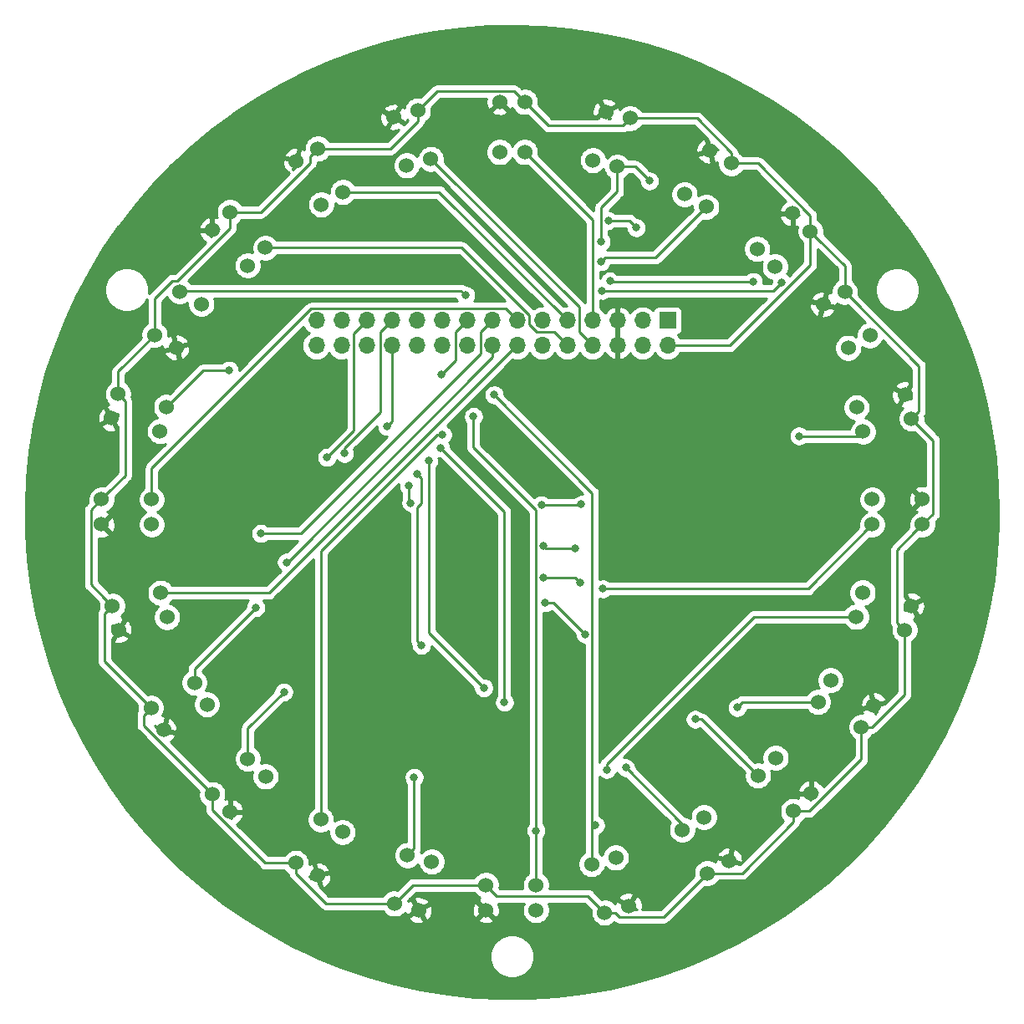
<source format=gbl>
G04 #@! TF.GenerationSoftware,KiCad,Pcbnew,(6.0.0-rc1-dev-1521-g81a0ab4d7)*
G04 #@! TF.CreationDate,2019-02-16T00:36:45+09:00
G04 #@! TF.ProjectId,lineses,6c696e65-7365-4732-9e6b-696361645f70,rev?*
G04 #@! TF.SameCoordinates,Original*
G04 #@! TF.FileFunction,Copper,L2,Bot*
G04 #@! TF.FilePolarity,Positive*
%FSLAX46Y46*%
G04 Gerber Fmt 4.6, Leading zero omitted, Abs format (unit mm)*
G04 Created by KiCad (PCBNEW (6.0.0-rc1-dev-1521-g81a0ab4d7)) date 2019/02/16 0:36:45*
%MOMM*%
%LPD*%
G04 APERTURE LIST*
%ADD10R,1.700000X1.700000*%
%ADD11O,1.700000X1.700000*%
%ADD12C,1.524000*%
%ADD13C,0.800000*%
%ADD14C,0.250000*%
%ADD15C,0.254000*%
G04 APERTURE END LIST*
D10*
X94730000Y-48890000D03*
D11*
X94730000Y-51430000D03*
X92190000Y-48890000D03*
X92190000Y-51430000D03*
X89650000Y-48890000D03*
X89650000Y-51430000D03*
X87110000Y-48890000D03*
X87110000Y-51430000D03*
X84570000Y-48890000D03*
X84570000Y-51430000D03*
X82030000Y-48890000D03*
X82030000Y-51430000D03*
X79490000Y-48890000D03*
X79490000Y-51430000D03*
X76950000Y-48890000D03*
X76950000Y-51430000D03*
X74410000Y-48890000D03*
X74410000Y-51430000D03*
X71870000Y-48890000D03*
X71870000Y-51430000D03*
X69330000Y-48890000D03*
X69330000Y-51430000D03*
X66790000Y-48890000D03*
X66790000Y-51430000D03*
X64250000Y-48890000D03*
X64250000Y-51430000D03*
X61710000Y-48890000D03*
X61710000Y-51430000D03*
X59170000Y-48890000D03*
X59170000Y-51430000D03*
D12*
X80249942Y-31848780D03*
X80249942Y-26768780D03*
X77709942Y-26768780D03*
X77709942Y-31848780D03*
X43365993Y-76487928D03*
X38459090Y-77802729D03*
X39116490Y-80256180D03*
X44023394Y-78941380D03*
X103793891Y-41654831D03*
X107385993Y-38062729D03*
X109182044Y-39858780D03*
X105589942Y-43450882D03*
X114476490Y-76471380D03*
X119383394Y-77786180D03*
X118725993Y-80239632D03*
X113819090Y-78924831D03*
X68287342Y-33202232D03*
X66972542Y-28295328D03*
X69425993Y-27637928D03*
X70740794Y-32544831D03*
X46789647Y-85589075D03*
X42390237Y-88129075D03*
X43660237Y-90328780D03*
X48059647Y-87788780D03*
X96439942Y-36118485D03*
X98979942Y-31719075D03*
X101179647Y-32989075D03*
X98639647Y-37388485D03*
X96200237Y-100479075D03*
X98740237Y-104878485D03*
X100939942Y-103608485D03*
X98399942Y-99209075D03*
X59629942Y-37158485D03*
X57089942Y-32759075D03*
X59289647Y-31489075D03*
X61829647Y-35888485D03*
X53995993Y-95092729D03*
X50403891Y-98684831D03*
X48607840Y-96888780D03*
X52199942Y-93296678D03*
X89605993Y-33329632D03*
X90920794Y-28422729D03*
X88467342Y-27765328D03*
X87152542Y-32672232D03*
X103867840Y-94998780D03*
X107459942Y-98590882D03*
X109255993Y-96794831D03*
X105663891Y-93202729D03*
X53982044Y-41538780D03*
X50389942Y-37946678D03*
X48593891Y-39742729D03*
X52185993Y-43334831D03*
X61799942Y-100719075D03*
X59259942Y-105118485D03*
X57060237Y-103848485D03*
X59600237Y-99449075D03*
X109950237Y-87548485D03*
X114349647Y-90088485D03*
X115619647Y-87888780D03*
X111220237Y-85348780D03*
X47499942Y-47229075D03*
X44959942Y-51628485D03*
X42760237Y-50358485D03*
X45300237Y-45959075D03*
X70827342Y-103715328D03*
X69512542Y-108622232D03*
X67059090Y-107964831D03*
X68373891Y-103057928D03*
X115449942Y-69568780D03*
X120529942Y-69568780D03*
X120529942Y-67028780D03*
X115449942Y-67028780D03*
X43960794Y-57662729D03*
X39053891Y-56347928D03*
X38396490Y-58801380D03*
X43303394Y-60116180D03*
X81389942Y-108628780D03*
X76309942Y-108628780D03*
X76309942Y-106088780D03*
X81389942Y-106088780D03*
X113856490Y-57706180D03*
X118763394Y-56391380D03*
X119420794Y-58844831D03*
X114513891Y-60159632D03*
X42459942Y-67028780D03*
X37379942Y-67028780D03*
X37379942Y-69568780D03*
X42459942Y-69568780D03*
X87019090Y-103962729D03*
X88333891Y-108869632D03*
X90787342Y-108212232D03*
X89472542Y-103305328D03*
X113009942Y-51668485D03*
X110469942Y-47269075D03*
X112669647Y-45999075D03*
X115209647Y-50398485D03*
D13*
X91540000Y-39500000D03*
X88715010Y-38780000D03*
X74280000Y-46355010D03*
X50280000Y-53940000D03*
X53010000Y-77980000D03*
X53520000Y-70480000D03*
X55850000Y-86540000D03*
X56110000Y-73390000D03*
X71820000Y-54390000D03*
X71930000Y-60470000D03*
X69040000Y-95160000D03*
X75050000Y-58620000D03*
X81389942Y-100560000D03*
X87410000Y-100030000D03*
X77150000Y-56430000D03*
X70520000Y-63120000D03*
X88550000Y-94380000D03*
X76100000Y-86120000D03*
X71710000Y-61790000D03*
X78190000Y-87570000D03*
X90490000Y-94200000D03*
X97520000Y-89290000D03*
X85380000Y-71990000D03*
X82140000Y-71730000D03*
X61990000Y-62360000D03*
X66290000Y-59640000D03*
X69350000Y-64460000D03*
X69790000Y-81800000D03*
X82320000Y-77510000D03*
X86350000Y-80670000D03*
X101760000Y-88110000D03*
X60210000Y-62760000D03*
X82160000Y-74960000D03*
X85850000Y-75420000D03*
X88160000Y-76080000D03*
X68500000Y-65630000D03*
X68700000Y-67380000D03*
X81930000Y-67580000D03*
X85980000Y-67530000D03*
X108030000Y-60610000D03*
X103390000Y-44960000D03*
X88870000Y-44910002D03*
X106260000Y-45060000D03*
X88100000Y-45870000D03*
X87970000Y-42960000D03*
X92870000Y-34760000D03*
X87990000Y-40930000D03*
D14*
X90820000Y-38780000D02*
X89280695Y-38780000D01*
X89280695Y-38780000D02*
X88715010Y-38780000D01*
X91540000Y-39500000D02*
X90820000Y-38780000D01*
X102257277Y-32989075D02*
X101179647Y-32989075D01*
X103921101Y-32989075D02*
X102257277Y-32989075D01*
X109182044Y-38250018D02*
X103921101Y-32989075D01*
X109182044Y-39858780D02*
X109182044Y-38250018D01*
X91998424Y-28422729D02*
X90920794Y-28422729D01*
X97690931Y-28422729D02*
X91998424Y-28422729D01*
X101179647Y-31911445D02*
X97690931Y-28422729D01*
X101179647Y-32989075D02*
X101179647Y-31911445D01*
X81011941Y-27530779D02*
X80249942Y-26768780D01*
X82665890Y-29184728D02*
X81011941Y-27530779D01*
X90158795Y-29184728D02*
X82665890Y-29184728D01*
X90920794Y-28422729D02*
X90158795Y-29184728D01*
X70187992Y-26875929D02*
X69425993Y-27637928D01*
X71382142Y-25681779D02*
X70187992Y-26875929D01*
X79162941Y-25681779D02*
X71382142Y-25681779D01*
X80249942Y-26768780D02*
X79162941Y-25681779D01*
X60367277Y-31489075D02*
X59289647Y-31489075D01*
X66652476Y-31489075D02*
X60367277Y-31489075D01*
X69425993Y-28715558D02*
X66652476Y-31489075D01*
X69425993Y-27637928D02*
X69425993Y-28715558D01*
X51467572Y-37946678D02*
X50389942Y-37946678D01*
X53511101Y-37946678D02*
X51467572Y-37946678D01*
X58527648Y-32930131D02*
X53511101Y-37946678D01*
X58527648Y-32251074D02*
X58527648Y-32930131D01*
X59289647Y-31489075D02*
X58527648Y-32251074D01*
X45073308Y-44872074D02*
X44547926Y-44872074D01*
X50389942Y-37946678D02*
X50389942Y-39555440D01*
X50389942Y-39555440D02*
X45073308Y-44872074D01*
X42760237Y-46659763D02*
X42760237Y-50358485D01*
X44547926Y-44872074D02*
X42760237Y-46659763D01*
X39053891Y-54064831D02*
X39053891Y-56347928D01*
X42760237Y-50358485D02*
X39053891Y-54064831D01*
X38141941Y-66266781D02*
X37379942Y-67028780D01*
X39815890Y-64592832D02*
X38141941Y-66266781D01*
X39815890Y-57109927D02*
X39815890Y-64592832D01*
X39053891Y-56347928D02*
X39815890Y-57109927D01*
X37697091Y-77040730D02*
X38459090Y-77802729D01*
X36292941Y-75636580D02*
X37697091Y-77040730D01*
X36292941Y-68115781D02*
X36292941Y-75636580D01*
X37379942Y-67028780D02*
X36292941Y-68115781D01*
X41628238Y-87367076D02*
X42390237Y-88129075D01*
X37697091Y-83435929D02*
X41628238Y-87367076D01*
X37697091Y-78564728D02*
X37697091Y-83435929D01*
X38459090Y-77802729D02*
X37697091Y-78564728D01*
X47845841Y-96126781D02*
X48607840Y-96888780D01*
X41628238Y-89909178D02*
X47845841Y-96126781D01*
X41628238Y-88891074D02*
X41628238Y-89909178D01*
X42390237Y-88129075D02*
X41628238Y-88891074D01*
X55982607Y-103848485D02*
X57060237Y-103848485D01*
X53958783Y-103848485D02*
X55982607Y-103848485D01*
X48607840Y-98497542D02*
X53958783Y-103848485D01*
X48607840Y-96888780D02*
X48607840Y-98497542D01*
X65981460Y-107964831D02*
X67059090Y-107964831D01*
X60098953Y-107964831D02*
X65981460Y-107964831D01*
X57060237Y-104926115D02*
X60098953Y-107964831D01*
X57060237Y-103848485D02*
X57060237Y-104926115D01*
X68935141Y-106088780D02*
X76309942Y-106088780D01*
X67059090Y-107964831D02*
X68935141Y-106088780D01*
X87571892Y-108107633D02*
X88333891Y-108869632D01*
X86640040Y-107175781D02*
X87571892Y-108107633D01*
X77396943Y-107175781D02*
X86640040Y-107175781D01*
X76309942Y-106088780D02*
X77396943Y-107175781D01*
X97978238Y-105640484D02*
X98740237Y-104878485D01*
X94319489Y-109299233D02*
X97978238Y-105640484D01*
X89841122Y-109299233D02*
X94319489Y-109299233D01*
X89411521Y-108869632D02*
X89841122Y-109299233D01*
X88333891Y-108869632D02*
X89411521Y-108869632D01*
X107459942Y-99668512D02*
X107459942Y-98590882D01*
X102249969Y-104878485D02*
X107459942Y-99668512D01*
X98740237Y-104878485D02*
X102249969Y-104878485D01*
X114349647Y-91166115D02*
X114349647Y-90088485D01*
X114349647Y-93309939D02*
X114349647Y-91166115D01*
X109068704Y-98590882D02*
X114349647Y-93309939D01*
X107459942Y-98590882D02*
X109068704Y-98590882D01*
X118725993Y-81317262D02*
X118725993Y-80239632D01*
X118725993Y-86789769D02*
X118725993Y-81317262D01*
X115427277Y-90088485D02*
X118725993Y-86789769D01*
X114349647Y-90088485D02*
X115427277Y-90088485D01*
X119767943Y-70330779D02*
X120529942Y-69568780D01*
X117963994Y-72134728D02*
X119767943Y-70330779D01*
X117963994Y-79477633D02*
X117963994Y-72134728D01*
X118725993Y-80239632D02*
X117963994Y-79477633D01*
X120182793Y-59606830D02*
X119420794Y-58844831D01*
X121616943Y-61040980D02*
X120182793Y-59606830D01*
X121616943Y-68481779D02*
X121616943Y-61040980D01*
X120529942Y-69568780D02*
X121616943Y-68481779D01*
X113431646Y-46761074D02*
X112669647Y-45999075D01*
X120182793Y-53512221D02*
X113431646Y-46761074D01*
X120182793Y-58082832D02*
X120182793Y-53512221D01*
X119420794Y-58844831D02*
X120182793Y-58082832D01*
X109944043Y-40620779D02*
X109182044Y-39858780D01*
X112669647Y-43346383D02*
X109944043Y-40620779D01*
X112669647Y-45999075D02*
X112669647Y-43346383D01*
X94730000Y-51430000D02*
X101023004Y-51430000D01*
X109182044Y-43270960D02*
X109182044Y-40936410D01*
X101023004Y-51430000D02*
X109182044Y-43270960D01*
X109182044Y-40936410D02*
X109182044Y-39858780D01*
X87110000Y-38708838D02*
X80249942Y-31848780D01*
X87110000Y-48890000D02*
X87110000Y-38708838D01*
X71502793Y-33306830D02*
X70740794Y-32544831D01*
X85745001Y-47549038D02*
X71502793Y-33306830D01*
X85745001Y-50065001D02*
X85745001Y-47549038D01*
X87110000Y-51430000D02*
X85745001Y-50065001D01*
X71568485Y-35888485D02*
X61829647Y-35888485D01*
X84570000Y-48890000D02*
X71568485Y-35888485D01*
X55059674Y-41538780D02*
X53982044Y-41538780D01*
X73877782Y-41538780D02*
X55059674Y-41538780D01*
X80665001Y-48325999D02*
X73877782Y-41538780D01*
X80665001Y-49264003D02*
X80665001Y-48325999D01*
X81465999Y-50065001D02*
X80665001Y-49264003D01*
X83205001Y-50065001D02*
X81465999Y-50065001D01*
X84570000Y-51430000D02*
X83205001Y-50065001D01*
X73794990Y-45870000D02*
X74280000Y-46355010D01*
X45300237Y-45959075D02*
X45389312Y-45870000D01*
X45389312Y-45870000D02*
X73794990Y-45870000D01*
X47683523Y-53940000D02*
X43960794Y-57662729D01*
X50280000Y-53940000D02*
X47683523Y-53940000D01*
X42459942Y-65951150D02*
X42459942Y-67028780D01*
X42459942Y-63861056D02*
X42459942Y-65951150D01*
X58605999Y-47714999D02*
X42459942Y-63861056D01*
X78314999Y-47714999D02*
X58605999Y-47714999D01*
X79490000Y-48890000D02*
X78314999Y-47714999D01*
X44443623Y-76487928D02*
X43365993Y-76487928D01*
X54329070Y-76487928D02*
X44443623Y-76487928D01*
X79490000Y-51430000D02*
X79386998Y-51430000D01*
X79386998Y-51430000D02*
X54329070Y-76487928D01*
X46789647Y-85589075D02*
X46789647Y-84200353D01*
X46789647Y-84200353D02*
X53010000Y-77980000D01*
X76100001Y-49739999D02*
X76950000Y-48890000D01*
X75774999Y-50065001D02*
X76100001Y-49739999D01*
X75774999Y-52295001D02*
X75774999Y-50065001D01*
X53520000Y-70480000D02*
X57590000Y-70480000D01*
X57590000Y-70480000D02*
X75774999Y-52295001D01*
X52199942Y-90190058D02*
X52199942Y-93296678D01*
X55850000Y-86540000D02*
X52199942Y-90190058D01*
X76950000Y-51430000D02*
X76950000Y-52632081D01*
X76950000Y-52632081D02*
X56192081Y-73390000D01*
X56192081Y-73390000D02*
X56110000Y-73390000D01*
X73234999Y-52975001D02*
X71820000Y-54390000D01*
X74410000Y-48890000D02*
X73234999Y-50065001D01*
X73234999Y-50065001D02*
X73234999Y-52975001D01*
X59600237Y-72234078D02*
X71364315Y-60470000D01*
X71364315Y-60470000D02*
X71930000Y-60470000D01*
X59600237Y-99449075D02*
X59600237Y-72234078D01*
X69040000Y-102391819D02*
X68373891Y-103057928D01*
X69040000Y-95160000D02*
X69040000Y-102391819D01*
X75050000Y-61773002D02*
X75050000Y-59185685D01*
X75050000Y-59185685D02*
X75050000Y-58620000D01*
X81389942Y-68112944D02*
X75050000Y-61773002D01*
X81389942Y-106088780D02*
X81389942Y-100560000D01*
X81389942Y-100560000D02*
X81389942Y-68112944D01*
X87019090Y-103962729D02*
X87019090Y-100420910D01*
X87019090Y-100420910D02*
X87410000Y-100030000D01*
X87019090Y-81073914D02*
X87019090Y-102885099D01*
X87019090Y-102885099D02*
X87019090Y-103962729D01*
X87075002Y-81018002D02*
X87019090Y-81073914D01*
X87075002Y-66355002D02*
X87075002Y-81018002D01*
X77150000Y-56430000D02*
X87075002Y-66355002D01*
X112741460Y-78924831D02*
X113819090Y-78924831D01*
X103439484Y-78924831D02*
X112741460Y-78924831D01*
X88550000Y-93814315D02*
X103439484Y-78924831D01*
X88550000Y-94380000D02*
X88550000Y-93814315D01*
X70520000Y-63120000D02*
X70520000Y-80540000D01*
X70520000Y-80540000D02*
X75700001Y-85720001D01*
X75700001Y-85720001D02*
X76100000Y-86120000D01*
X71710000Y-61790000D02*
X78190000Y-68270000D01*
X78190000Y-68270000D02*
X78190000Y-87570000D01*
X96200237Y-99910237D02*
X96200237Y-100479075D01*
X90490000Y-94200000D02*
X96200237Y-99910237D01*
X103867840Y-94998780D02*
X98159060Y-89290000D01*
X98159060Y-89290000D02*
X97520000Y-89290000D01*
X85380000Y-71990000D02*
X82400000Y-71990000D01*
X82400000Y-71990000D02*
X82140000Y-71730000D01*
X65940001Y-49739999D02*
X66790000Y-48890000D01*
X65614999Y-50065001D02*
X65940001Y-49739999D01*
X65614999Y-58169316D02*
X65614999Y-50065001D01*
X61990000Y-61794315D02*
X65614999Y-58169316D01*
X61990000Y-62360000D02*
X61990000Y-61794315D01*
X66790000Y-51430000D02*
X66790000Y-59140000D01*
X66790000Y-59140000D02*
X66290000Y-59640000D01*
X83190000Y-77510000D02*
X86350000Y-80670000D01*
X82320000Y-77510000D02*
X83190000Y-77510000D01*
X102321515Y-87548485D02*
X109950237Y-87548485D01*
X101760000Y-88110000D02*
X102321515Y-87548485D01*
X69350000Y-67803004D02*
X69350000Y-81360000D01*
X69350000Y-81360000D02*
X69390001Y-81400001D01*
X69749999Y-67403005D02*
X69350000Y-67803004D01*
X69749999Y-64859999D02*
X69749999Y-67403005D01*
X69350000Y-64460000D02*
X69749999Y-64859999D01*
X69390001Y-81400001D02*
X69790000Y-81800000D01*
X62885001Y-50254999D02*
X62885001Y-60084999D01*
X64250000Y-48890000D02*
X62885001Y-50254999D01*
X62885001Y-60084999D02*
X60210000Y-62760000D01*
X82160000Y-74960000D02*
X85390000Y-74960000D01*
X85390000Y-74960000D02*
X85850000Y-75420000D01*
X108938722Y-76080000D02*
X115449942Y-69568780D01*
X88160000Y-76080000D02*
X108938722Y-76080000D01*
X68500000Y-67180000D02*
X68700000Y-67380000D01*
X68500000Y-65630000D02*
X68500000Y-67180000D01*
X81930000Y-67580000D02*
X85930000Y-67580000D01*
X85930000Y-67580000D02*
X85980000Y-67530000D01*
X114063523Y-60610000D02*
X114513891Y-60159632D01*
X108030000Y-60610000D02*
X114063523Y-60610000D01*
X88919998Y-44960000D02*
X88870000Y-44910002D01*
X103390000Y-44960000D02*
X88919998Y-44960000D01*
X105450000Y-45870000D02*
X88100000Y-45870000D01*
X106260000Y-45060000D02*
X105450000Y-45870000D01*
X97877648Y-38150484D02*
X98639647Y-37388485D01*
X93468131Y-42560001D02*
X97877648Y-38150484D01*
X88369999Y-42560001D02*
X93468131Y-42560001D01*
X87970000Y-42960000D02*
X88369999Y-42560001D01*
X89605993Y-33329632D02*
X91439632Y-33329632D01*
X91439632Y-33329632D02*
X92870000Y-34760000D01*
X89605993Y-33329632D02*
X89605993Y-35864007D01*
X89605993Y-35864007D02*
X87990000Y-37480000D01*
X87990000Y-37480000D02*
X87990000Y-40930000D01*
D15*
G36*
X82053317Y-19140993D02*
G01*
X84793113Y-19390334D01*
X87514719Y-19792226D01*
X90209648Y-20345415D01*
X92869494Y-21048177D01*
X95485964Y-21898320D01*
X98050897Y-22893192D01*
X100556297Y-24029691D01*
X102994348Y-25304274D01*
X105357449Y-26712965D01*
X107638230Y-28251371D01*
X109829579Y-29914695D01*
X111924661Y-31697750D01*
X113916944Y-33594976D01*
X115800215Y-35600455D01*
X117568600Y-37707935D01*
X119216585Y-39910842D01*
X120739031Y-42202307D01*
X122131191Y-44575185D01*
X123388721Y-47022076D01*
X124507702Y-49535348D01*
X125484644Y-52107165D01*
X126316499Y-54729506D01*
X127000675Y-57394193D01*
X127535037Y-60092918D01*
X127917919Y-62817263D01*
X128148126Y-65558734D01*
X128224942Y-68308780D01*
X128205734Y-69684340D01*
X128052163Y-72431169D01*
X127745498Y-75165143D01*
X127286698Y-77877735D01*
X126677191Y-80560487D01*
X125918880Y-83205033D01*
X125014129Y-85803125D01*
X123965759Y-88346661D01*
X122777040Y-90827709D01*
X121451678Y-93238533D01*
X119993807Y-95571615D01*
X118407973Y-97819678D01*
X116699121Y-99975712D01*
X114872581Y-102032993D01*
X112934049Y-103985107D01*
X110889569Y-105825965D01*
X108745517Y-107549826D01*
X106508580Y-109151316D01*
X104185734Y-110625439D01*
X101784221Y-111967599D01*
X99311532Y-113173611D01*
X96775376Y-114239712D01*
X94183664Y-115162579D01*
X91544477Y-115939334D01*
X88866046Y-116567555D01*
X86156722Y-117045281D01*
X83424956Y-117371025D01*
X80679266Y-117543769D01*
X77928214Y-117562975D01*
X75180379Y-117428584D01*
X72444331Y-117141014D01*
X69728602Y-116701161D01*
X67041660Y-116110399D01*
X64391885Y-115370569D01*
X61787540Y-114483977D01*
X59236747Y-113453390D01*
X58461640Y-113088652D01*
X76724942Y-113088652D01*
X76724942Y-113528908D01*
X76810832Y-113960705D01*
X76979311Y-114367449D01*
X77223904Y-114733509D01*
X77535213Y-115044818D01*
X77901273Y-115289411D01*
X78308017Y-115457890D01*
X78739814Y-115543780D01*
X79180070Y-115543780D01*
X79611867Y-115457890D01*
X80018611Y-115289411D01*
X80384671Y-115044818D01*
X80695980Y-114733509D01*
X80940573Y-114367449D01*
X81109052Y-113960705D01*
X81194942Y-113528908D01*
X81194942Y-113088652D01*
X81109052Y-112656855D01*
X80940573Y-112250111D01*
X80695980Y-111884051D01*
X80384671Y-111572742D01*
X80018611Y-111328149D01*
X79611867Y-111159670D01*
X79180070Y-111073780D01*
X78739814Y-111073780D01*
X78308017Y-111159670D01*
X77901273Y-111328149D01*
X77535213Y-111572742D01*
X77223904Y-111884051D01*
X76979311Y-112250111D01*
X76810832Y-112656855D01*
X76724942Y-113088652D01*
X58461640Y-113088652D01*
X56747460Y-112282020D01*
X54327442Y-110973522D01*
X51984240Y-109531974D01*
X49725161Y-107961873D01*
X47557249Y-106268115D01*
X45487266Y-104455982D01*
X43521667Y-102531125D01*
X41666581Y-100499546D01*
X39927793Y-98367581D01*
X38310726Y-96141879D01*
X36820422Y-93829381D01*
X35461529Y-91437297D01*
X34238285Y-88973087D01*
X33154503Y-86444436D01*
X32213565Y-83859230D01*
X31418404Y-81225530D01*
X30771500Y-78551549D01*
X30274871Y-75845627D01*
X29930064Y-73116202D01*
X29738156Y-70371784D01*
X29706654Y-68115781D01*
X35529265Y-68115781D01*
X35532941Y-68153103D01*
X35532942Y-75599248D01*
X35529265Y-75636580D01*
X35532942Y-75673913D01*
X35543939Y-75785566D01*
X35544603Y-75787754D01*
X35587395Y-75928826D01*
X35657967Y-76060856D01*
X35729142Y-76147582D01*
X35752941Y-76176581D01*
X35781939Y-76200379D01*
X37092718Y-77511159D01*
X37062090Y-77665137D01*
X37062090Y-77940321D01*
X37094138Y-78101435D01*
X37062117Y-78140452D01*
X37024826Y-78210219D01*
X36991545Y-78272482D01*
X36948088Y-78415743D01*
X36937091Y-78527396D01*
X36937091Y-78527406D01*
X36933415Y-78564728D01*
X36937091Y-78602051D01*
X36937092Y-83398597D01*
X36933415Y-83435929D01*
X36948089Y-83584914D01*
X36991545Y-83728175D01*
X37062117Y-83860205D01*
X37101429Y-83908106D01*
X37157091Y-83975930D01*
X37186089Y-83999728D01*
X41023865Y-87837506D01*
X40993237Y-87991483D01*
X40993237Y-88266667D01*
X41025285Y-88427781D01*
X40993264Y-88466798D01*
X40930375Y-88584454D01*
X40922692Y-88598828D01*
X40879235Y-88742089D01*
X40868238Y-88853742D01*
X40868238Y-88853752D01*
X40864562Y-88891074D01*
X40868238Y-88928397D01*
X40868239Y-89871846D01*
X40864562Y-89909178D01*
X40879236Y-90058163D01*
X40922692Y-90201424D01*
X40993264Y-90333454D01*
X41064439Y-90420180D01*
X41088238Y-90449179D01*
X41117236Y-90472977D01*
X47241468Y-96597211D01*
X47210840Y-96751188D01*
X47210840Y-97026372D01*
X47264526Y-97296270D01*
X47369835Y-97550507D01*
X47522720Y-97779315D01*
X47717305Y-97973900D01*
X47847841Y-98061121D01*
X47847841Y-98460210D01*
X47844164Y-98497542D01*
X47847841Y-98534875D01*
X47849070Y-98547348D01*
X47858838Y-98646527D01*
X47902294Y-98789788D01*
X47972866Y-98921818D01*
X48032926Y-98995000D01*
X48067840Y-99037543D01*
X48096838Y-99061341D01*
X53394984Y-104359488D01*
X53418782Y-104388486D01*
X53534507Y-104483459D01*
X53666536Y-104554031D01*
X53809797Y-104597488D01*
X53921450Y-104608485D01*
X53921459Y-104608485D01*
X53958782Y-104612161D01*
X53996105Y-104608485D01*
X55887896Y-104608485D01*
X55975117Y-104739020D01*
X56169702Y-104933605D01*
X56306287Y-105024869D01*
X56311235Y-105075101D01*
X56324417Y-105118557D01*
X56354691Y-105218361D01*
X56425263Y-105350391D01*
X56481148Y-105418486D01*
X56520237Y-105466116D01*
X56549235Y-105489914D01*
X59535158Y-108475839D01*
X59558952Y-108504832D01*
X59587945Y-108528626D01*
X59587949Y-108528630D01*
X59622230Y-108556763D01*
X59674677Y-108599805D01*
X59806706Y-108670377D01*
X59949967Y-108713834D01*
X60061620Y-108724831D01*
X60061629Y-108724831D01*
X60098952Y-108728507D01*
X60136275Y-108724831D01*
X65886749Y-108724831D01*
X65973970Y-108855366D01*
X66168555Y-109049951D01*
X66397363Y-109202836D01*
X66651600Y-109308145D01*
X66921498Y-109361831D01*
X67196682Y-109361831D01*
X67248745Y-109351475D01*
X68503457Y-109351475D01*
X68506014Y-109600721D01*
X68716249Y-109778283D01*
X68957083Y-109911420D01*
X69219264Y-109995012D01*
X69492716Y-110025850D01*
X69766930Y-110002748D01*
X69894976Y-109972892D01*
X70021814Y-109758317D01*
X69466057Y-108795717D01*
X68503457Y-109351475D01*
X67248745Y-109351475D01*
X67466580Y-109308145D01*
X67720817Y-109202836D01*
X67949625Y-109049951D01*
X68131321Y-108868255D01*
X68132026Y-108876620D01*
X68161882Y-109004666D01*
X68376457Y-109131504D01*
X69178028Y-108668717D01*
X69686027Y-108668717D01*
X70241785Y-109631317D01*
X70491031Y-109628760D01*
X70520097Y-109594345D01*
X75523982Y-109594345D01*
X75590962Y-109834436D01*
X75839990Y-109951536D01*
X76107077Y-110017803D01*
X76381959Y-110030690D01*
X76654075Y-109989702D01*
X76912965Y-109896416D01*
X77028922Y-109834436D01*
X77095902Y-109594345D01*
X76309942Y-108808385D01*
X75523982Y-109594345D01*
X70520097Y-109594345D01*
X70668593Y-109418525D01*
X70801730Y-109177691D01*
X70885322Y-108915510D01*
X70909535Y-108700797D01*
X74908032Y-108700797D01*
X74949020Y-108972913D01*
X75042306Y-109231803D01*
X75104286Y-109347760D01*
X75344377Y-109414740D01*
X76130337Y-108628780D01*
X75344377Y-107842820D01*
X75104286Y-107909800D01*
X74987186Y-108158828D01*
X74920919Y-108425915D01*
X74908032Y-108700797D01*
X70909535Y-108700797D01*
X70916160Y-108642058D01*
X70893058Y-108367844D01*
X70863202Y-108239798D01*
X70648627Y-108112960D01*
X69686027Y-108668717D01*
X69178028Y-108668717D01*
X69339057Y-108575747D01*
X68783299Y-107613147D01*
X68534053Y-107615704D01*
X68436895Y-107730740D01*
X68425462Y-107673261D01*
X68612576Y-107486147D01*
X69003270Y-107486147D01*
X69559027Y-108448747D01*
X70521627Y-107892989D01*
X70519070Y-107643743D01*
X70308835Y-107466181D01*
X70068001Y-107333044D01*
X69805820Y-107249452D01*
X69532368Y-107218614D01*
X69258154Y-107241716D01*
X69130108Y-107271572D01*
X69003270Y-107486147D01*
X68612576Y-107486147D01*
X69249943Y-106848780D01*
X75137601Y-106848780D01*
X75224822Y-106979315D01*
X75419407Y-107173900D01*
X75648215Y-107326785D01*
X75719885Y-107356472D01*
X75706919Y-107361144D01*
X75590962Y-107423124D01*
X75523982Y-107663215D01*
X76309942Y-108449175D01*
X76324085Y-108435033D01*
X76503690Y-108614638D01*
X76489547Y-108628780D01*
X77275507Y-109414740D01*
X77515598Y-109347760D01*
X77632698Y-109098732D01*
X77698965Y-108831645D01*
X77711852Y-108556763D01*
X77670864Y-108284647D01*
X77577578Y-108025757D01*
X77529485Y-107935781D01*
X80172832Y-107935781D01*
X80151937Y-107967053D01*
X80046628Y-108221290D01*
X79992942Y-108491188D01*
X79992942Y-108766372D01*
X80046628Y-109036270D01*
X80151937Y-109290507D01*
X80304822Y-109519315D01*
X80499407Y-109713900D01*
X80728215Y-109866785D01*
X80982452Y-109972094D01*
X81252350Y-110025780D01*
X81527534Y-110025780D01*
X81797432Y-109972094D01*
X82051669Y-109866785D01*
X82280477Y-109713900D01*
X82475062Y-109519315D01*
X82627947Y-109290507D01*
X82733256Y-109036270D01*
X82786942Y-108766372D01*
X82786942Y-108491188D01*
X82733256Y-108221290D01*
X82627947Y-107967053D01*
X82607052Y-107935781D01*
X86325239Y-107935781D01*
X86967519Y-108578062D01*
X86936891Y-108732040D01*
X86936891Y-109007224D01*
X86990577Y-109277122D01*
X87095886Y-109531359D01*
X87248771Y-109760167D01*
X87443356Y-109954752D01*
X87672164Y-110107637D01*
X87926401Y-110212946D01*
X88196299Y-110266632D01*
X88471483Y-110266632D01*
X88741381Y-110212946D01*
X88995618Y-110107637D01*
X89224426Y-109954752D01*
X89322444Y-109856734D01*
X89370798Y-109896416D01*
X89416846Y-109934207D01*
X89548875Y-110004779D01*
X89692136Y-110048236D01*
X89841122Y-110062910D01*
X89878455Y-110059233D01*
X94282167Y-110059233D01*
X94319489Y-110062909D01*
X94356811Y-110059233D01*
X94356822Y-110059233D01*
X94468475Y-110048236D01*
X94611736Y-110004779D01*
X94743765Y-109934207D01*
X94859490Y-109839234D01*
X94883293Y-109810230D01*
X98448668Y-106244857D01*
X98602645Y-106275485D01*
X98877829Y-106275485D01*
X99147727Y-106221799D01*
X99401964Y-106116490D01*
X99630772Y-105963605D01*
X99825357Y-105769020D01*
X99912578Y-105638485D01*
X102212647Y-105638485D01*
X102249969Y-105642161D01*
X102287291Y-105638485D01*
X102287302Y-105638485D01*
X102398955Y-105627488D01*
X102542216Y-105584031D01*
X102674245Y-105513459D01*
X102789970Y-105418486D01*
X102813773Y-105389482D01*
X107970951Y-100232306D01*
X107999943Y-100208513D01*
X108023737Y-100179520D01*
X108023741Y-100179516D01*
X108094915Y-100092789D01*
X108094916Y-100092788D01*
X108165488Y-99960759D01*
X108208945Y-99817498D01*
X108213893Y-99767265D01*
X108350477Y-99676002D01*
X108545062Y-99481417D01*
X108632283Y-99350882D01*
X109031382Y-99350882D01*
X109068704Y-99354558D01*
X109106026Y-99350882D01*
X109106037Y-99350882D01*
X109217690Y-99339885D01*
X109360951Y-99296428D01*
X109492980Y-99225856D01*
X109608705Y-99130883D01*
X109632508Y-99101879D01*
X114860651Y-93873737D01*
X114889648Y-93849940D01*
X114984621Y-93734215D01*
X115055193Y-93602186D01*
X115098650Y-93458925D01*
X115109647Y-93347272D01*
X115109647Y-93347263D01*
X115113323Y-93309940D01*
X115109647Y-93272617D01*
X115109647Y-91260826D01*
X115240182Y-91173605D01*
X115434767Y-90979020D01*
X115526030Y-90842436D01*
X115576263Y-90837488D01*
X115719524Y-90794031D01*
X115851553Y-90723459D01*
X115967278Y-90628486D01*
X115991081Y-90599482D01*
X119236997Y-87353567D01*
X119265994Y-87329770D01*
X119316604Y-87268102D01*
X119360967Y-87214046D01*
X119431539Y-87082016D01*
X119433719Y-87074829D01*
X119474996Y-86938755D01*
X119485993Y-86827102D01*
X119485993Y-86827092D01*
X119489669Y-86789769D01*
X119485993Y-86752446D01*
X119485993Y-81411973D01*
X119616528Y-81324752D01*
X119811113Y-81130167D01*
X119963998Y-80901359D01*
X120069307Y-80647122D01*
X120122993Y-80377224D01*
X120122993Y-80102040D01*
X120069307Y-79832142D01*
X119963998Y-79577905D01*
X119811113Y-79349097D01*
X119629417Y-79167401D01*
X119637782Y-79166696D01*
X119765828Y-79136840D01*
X119892666Y-78922265D01*
X119356165Y-77993017D01*
X119369253Y-77979929D01*
X119221989Y-77832665D01*
X119556879Y-77832665D01*
X120112637Y-78795265D01*
X120361883Y-78792708D01*
X120539445Y-78582473D01*
X120672582Y-78341639D01*
X120756174Y-78079458D01*
X120787012Y-77806006D01*
X120763910Y-77531792D01*
X120734054Y-77403746D01*
X120519479Y-77276908D01*
X119556879Y-77832665D01*
X119221989Y-77832665D01*
X119189645Y-77800321D01*
X118723994Y-78265972D01*
X118723994Y-78020238D01*
X119176557Y-77758951D01*
X119189645Y-77772039D01*
X119369253Y-77592431D01*
X118791074Y-77014252D01*
X118723994Y-76898066D01*
X118723994Y-76650095D01*
X118874122Y-76650095D01*
X119429879Y-77612695D01*
X120392479Y-77056937D01*
X120389922Y-76807691D01*
X120179687Y-76630129D01*
X119938853Y-76496992D01*
X119676672Y-76413400D01*
X119403220Y-76382562D01*
X119129006Y-76405664D01*
X119000960Y-76435520D01*
X118874122Y-76650095D01*
X118723994Y-76650095D01*
X118723994Y-72449529D01*
X120238372Y-70935152D01*
X120392350Y-70965780D01*
X120667534Y-70965780D01*
X120937432Y-70912094D01*
X121191669Y-70806785D01*
X121420477Y-70653900D01*
X121615062Y-70459315D01*
X121767947Y-70230507D01*
X121873256Y-69976270D01*
X121926942Y-69706372D01*
X121926942Y-69431188D01*
X121896314Y-69277210D01*
X122127947Y-69045577D01*
X122156944Y-69021780D01*
X122251917Y-68906055D01*
X122322489Y-68774026D01*
X122365946Y-68630765D01*
X122376943Y-68519112D01*
X122376943Y-68519111D01*
X122380620Y-68481779D01*
X122376943Y-68444446D01*
X122376943Y-61078302D01*
X122380619Y-61040979D01*
X122376943Y-61003656D01*
X122376943Y-61003647D01*
X122365946Y-60891994D01*
X122322489Y-60748733D01*
X122251917Y-60616704D01*
X122225002Y-60583908D01*
X122180742Y-60529976D01*
X122180738Y-60529972D01*
X122156944Y-60500979D01*
X122127951Y-60477185D01*
X120787166Y-59136402D01*
X120817794Y-58982423D01*
X120817794Y-58707239D01*
X120785746Y-58546125D01*
X120817767Y-58507108D01*
X120888339Y-58375079D01*
X120931796Y-58231818D01*
X120942793Y-58120165D01*
X120942793Y-58120156D01*
X120946469Y-58082833D01*
X120942793Y-58045510D01*
X120942793Y-53549546D01*
X120946469Y-53512221D01*
X120942793Y-53474896D01*
X120942793Y-53474888D01*
X120931796Y-53363235D01*
X120888339Y-53219974D01*
X120817767Y-53087945D01*
X120722794Y-52972220D01*
X120693796Y-52948422D01*
X114036019Y-46290646D01*
X114066647Y-46136667D01*
X114066647Y-45861483D01*
X114012961Y-45591585D01*
X114011747Y-45588652D01*
X115724942Y-45588652D01*
X115724942Y-46028908D01*
X115810832Y-46460705D01*
X115979311Y-46867449D01*
X116223904Y-47233509D01*
X116535213Y-47544818D01*
X116901273Y-47789411D01*
X117308017Y-47957890D01*
X117739814Y-48043780D01*
X118180070Y-48043780D01*
X118611867Y-47957890D01*
X119018611Y-47789411D01*
X119384671Y-47544818D01*
X119695980Y-47233509D01*
X119940573Y-46867449D01*
X120109052Y-46460705D01*
X120194942Y-46028908D01*
X120194942Y-45588652D01*
X120109052Y-45156855D01*
X119940573Y-44750111D01*
X119695980Y-44384051D01*
X119384671Y-44072742D01*
X119018611Y-43828149D01*
X118611867Y-43659670D01*
X118180070Y-43573780D01*
X117739814Y-43573780D01*
X117308017Y-43659670D01*
X116901273Y-43828149D01*
X116535213Y-44072742D01*
X116223904Y-44384051D01*
X115979311Y-44750111D01*
X115810832Y-45156855D01*
X115724942Y-45588652D01*
X114011747Y-45588652D01*
X113907652Y-45337348D01*
X113754767Y-45108540D01*
X113560182Y-44913955D01*
X113429647Y-44826734D01*
X113429647Y-43383705D01*
X113433323Y-43346382D01*
X113429647Y-43309059D01*
X113429647Y-43309050D01*
X113418650Y-43197397D01*
X113375193Y-43054136D01*
X113324876Y-42960000D01*
X113304621Y-42922106D01*
X113233446Y-42835380D01*
X113209648Y-42806382D01*
X113180650Y-42782584D01*
X110548416Y-40150351D01*
X110579044Y-39996372D01*
X110579044Y-39721188D01*
X110525358Y-39451290D01*
X110420049Y-39197053D01*
X110267164Y-38968245D01*
X110072579Y-38773660D01*
X109942044Y-38686439D01*
X109942044Y-38287341D01*
X109945720Y-38250018D01*
X109942044Y-38212695D01*
X109942044Y-38212685D01*
X109931047Y-38101032D01*
X109887590Y-37957771D01*
X109861706Y-37909346D01*
X109817018Y-37825741D01*
X109745843Y-37739015D01*
X109722045Y-37710017D01*
X109693047Y-37686219D01*
X104484905Y-32478078D01*
X104461102Y-32449074D01*
X104345377Y-32354101D01*
X104213348Y-32283529D01*
X104070087Y-32240072D01*
X103958434Y-32229075D01*
X103958423Y-32229075D01*
X103921101Y-32225399D01*
X103883779Y-32229075D01*
X102351988Y-32229075D01*
X102264767Y-32098540D01*
X102070182Y-31903955D01*
X101933598Y-31812692D01*
X101928650Y-31762459D01*
X101885193Y-31619198D01*
X101814621Y-31487169D01*
X101771173Y-31434227D01*
X101743446Y-31400441D01*
X101743442Y-31400437D01*
X101719648Y-31371444D01*
X101690655Y-31347650D01*
X98254735Y-27911732D01*
X98230932Y-27882728D01*
X98115207Y-27787755D01*
X97983178Y-27717183D01*
X97839917Y-27673726D01*
X97728264Y-27662729D01*
X97728253Y-27662729D01*
X97690931Y-27659053D01*
X97653609Y-27662729D01*
X92093135Y-27662729D01*
X92005914Y-27532194D01*
X91811329Y-27337609D01*
X91582521Y-27184724D01*
X91328284Y-27079415D01*
X91058386Y-27025729D01*
X90783202Y-27025729D01*
X90513304Y-27079415D01*
X90259067Y-27184724D01*
X90030259Y-27337609D01*
X89848563Y-27519305D01*
X89847858Y-27510940D01*
X89818002Y-27382894D01*
X89603427Y-27256056D01*
X88674179Y-27792557D01*
X88661091Y-27779469D01*
X88481483Y-27959077D01*
X88947134Y-28424728D01*
X88701400Y-28424728D01*
X88440113Y-27972165D01*
X88453201Y-27959077D01*
X88273593Y-27779469D01*
X87695414Y-28357648D01*
X87579228Y-28424728D01*
X82980692Y-28424728D01*
X82301466Y-27745502D01*
X87063724Y-27745502D01*
X87086826Y-28019716D01*
X87116682Y-28147762D01*
X87331257Y-28274600D01*
X88293857Y-27718843D01*
X87738099Y-26756243D01*
X87488853Y-26758800D01*
X87311291Y-26969035D01*
X87178154Y-27209869D01*
X87094562Y-27472050D01*
X87063724Y-27745502D01*
X82301466Y-27745502D01*
X81616314Y-27060351D01*
X81646942Y-26906372D01*
X81646942Y-26631188D01*
X81646556Y-26629243D01*
X87958070Y-26629243D01*
X88513827Y-27591843D01*
X89476427Y-27036085D01*
X89473870Y-26786839D01*
X89263635Y-26609277D01*
X89022801Y-26476140D01*
X88760620Y-26392548D01*
X88487168Y-26361710D01*
X88212954Y-26384812D01*
X88084908Y-26414668D01*
X87958070Y-26629243D01*
X81646556Y-26629243D01*
X81593256Y-26361290D01*
X81487947Y-26107053D01*
X81335062Y-25878245D01*
X81140477Y-25683660D01*
X80911669Y-25530775D01*
X80657432Y-25425466D01*
X80387534Y-25371780D01*
X80112350Y-25371780D01*
X79958371Y-25402408D01*
X79726745Y-25170781D01*
X79702942Y-25141778D01*
X79587217Y-25046805D01*
X79455188Y-24976233D01*
X79311927Y-24932776D01*
X79200274Y-24921779D01*
X79200263Y-24921779D01*
X79162941Y-24918103D01*
X79125619Y-24921779D01*
X71419464Y-24921779D01*
X71382141Y-24918103D01*
X71344818Y-24921779D01*
X71344809Y-24921779D01*
X71233156Y-24932776D01*
X71100906Y-24972893D01*
X71089895Y-24976233D01*
X70957865Y-25046805D01*
X70874225Y-25115447D01*
X70842141Y-25141778D01*
X70818343Y-25170776D01*
X69717564Y-26271556D01*
X69563585Y-26240928D01*
X69288401Y-26240928D01*
X69018503Y-26294614D01*
X68764266Y-26399923D01*
X68535458Y-26552808D01*
X68340873Y-26747393D01*
X68187988Y-26976201D01*
X68082679Y-27230438D01*
X68049519Y-27397144D01*
X68040910Y-27384764D01*
X67951031Y-27288800D01*
X67701785Y-27286243D01*
X67146027Y-28248843D01*
X68108627Y-28804600D01*
X68323202Y-28677762D01*
X68348629Y-28536219D01*
X68439580Y-28627170D01*
X67980999Y-29085750D01*
X67981627Y-29024571D01*
X67744470Y-28887648D01*
X67166291Y-28309469D01*
X66986683Y-28489077D01*
X66999771Y-28502165D01*
X66463270Y-29431413D01*
X66590108Y-29645988D01*
X66860957Y-29694644D01*
X67136095Y-29689527D01*
X67404946Y-29630830D01*
X67459881Y-29606868D01*
X66337675Y-30729075D01*
X60461988Y-30729075D01*
X60374767Y-30598540D01*
X60180182Y-30403955D01*
X59951374Y-30251070D01*
X59697137Y-30145761D01*
X59427239Y-30092075D01*
X59152055Y-30092075D01*
X58882157Y-30145761D01*
X58627920Y-30251070D01*
X58399112Y-30403955D01*
X58204527Y-30598540D01*
X58051642Y-30827348D01*
X57946333Y-31081585D01*
X57892647Y-31351483D01*
X57892647Y-31608439D01*
X57886235Y-31603023D01*
X57774581Y-31533592D01*
X57533166Y-31595631D01*
X57335288Y-32334121D01*
X57104083Y-32565326D01*
X57283691Y-32744934D01*
X57335290Y-32693335D01*
X57614758Y-32768219D01*
X57446726Y-32936251D01*
X57283691Y-32773216D01*
X57104083Y-32952824D01*
X57155682Y-33004423D01*
X57074104Y-33308873D01*
X56714894Y-33668084D01*
X56934399Y-32848878D01*
X55860758Y-32561196D01*
X55686323Y-32739248D01*
X55709426Y-33013462D01*
X55785580Y-33277900D01*
X55911861Y-33522399D01*
X56083415Y-33737564D01*
X56293649Y-33915127D01*
X56401059Y-33981919D01*
X53196300Y-37186678D01*
X51562283Y-37186678D01*
X51475062Y-37056143D01*
X51280477Y-36861558D01*
X51051669Y-36708673D01*
X50797432Y-36603364D01*
X50527534Y-36549678D01*
X50252350Y-36549678D01*
X49982452Y-36603364D01*
X49728215Y-36708673D01*
X49499407Y-36861558D01*
X49304822Y-37056143D01*
X49151937Y-37284951D01*
X49046628Y-37539188D01*
X48992942Y-37809086D01*
X48992942Y-38084270D01*
X49046628Y-38354168D01*
X49076315Y-38425838D01*
X49063843Y-38419973D01*
X48938023Y-38381806D01*
X48720891Y-38504214D01*
X48720891Y-39436121D01*
X48608032Y-39548980D01*
X48787640Y-39728588D01*
X48900499Y-39615729D01*
X49254851Y-39615729D01*
X49000851Y-39869729D01*
X48900499Y-39869729D01*
X48787640Y-39756870D01*
X48608032Y-39936478D01*
X48720891Y-40049337D01*
X48720891Y-40149689D01*
X48466891Y-40403689D01*
X48466891Y-39869729D01*
X47355376Y-39869729D01*
X47232968Y-40086861D01*
X47326255Y-40345752D01*
X47468256Y-40581469D01*
X47653515Y-40784953D01*
X47874912Y-40948385D01*
X47907073Y-40963508D01*
X44758507Y-44112074D01*
X44585248Y-44112074D01*
X44547925Y-44108398D01*
X44510602Y-44112074D01*
X44510593Y-44112074D01*
X44398940Y-44123071D01*
X44273903Y-44161000D01*
X44255679Y-44166528D01*
X44123649Y-44237100D01*
X44051485Y-44296324D01*
X44007925Y-44332073D01*
X43984127Y-44361071D01*
X42249240Y-46095959D01*
X42220236Y-46119762D01*
X42165108Y-46186937D01*
X42162996Y-46189509D01*
X42194942Y-46028908D01*
X42194942Y-45588652D01*
X42109052Y-45156855D01*
X41940573Y-44750111D01*
X41695980Y-44384051D01*
X41384671Y-44072742D01*
X41018611Y-43828149D01*
X40611867Y-43659670D01*
X40180070Y-43573780D01*
X39739814Y-43573780D01*
X39308017Y-43659670D01*
X38901273Y-43828149D01*
X38535213Y-44072742D01*
X38223904Y-44384051D01*
X37979311Y-44750111D01*
X37810832Y-45156855D01*
X37724942Y-45588652D01*
X37724942Y-46028908D01*
X37810832Y-46460705D01*
X37979311Y-46867449D01*
X38223904Y-47233509D01*
X38535213Y-47544818D01*
X38901273Y-47789411D01*
X39308017Y-47957890D01*
X39739814Y-48043780D01*
X40180070Y-48043780D01*
X40611867Y-47957890D01*
X41018611Y-47789411D01*
X41384671Y-47544818D01*
X41695980Y-47233509D01*
X41940573Y-46867449D01*
X42000237Y-46723407D01*
X42000238Y-49186144D01*
X41869702Y-49273365D01*
X41675117Y-49467950D01*
X41522232Y-49696758D01*
X41416923Y-49950995D01*
X41363237Y-50220893D01*
X41363237Y-50496077D01*
X41393865Y-50650055D01*
X38542894Y-53501027D01*
X38513890Y-53524830D01*
X38463638Y-53586063D01*
X38418917Y-53640555D01*
X38397541Y-53680547D01*
X38348345Y-53772585D01*
X38304888Y-53915846D01*
X38293891Y-54027499D01*
X38293891Y-54027509D01*
X38290215Y-54064831D01*
X38293891Y-54102154D01*
X38293891Y-55175587D01*
X38163356Y-55262808D01*
X37968771Y-55457393D01*
X37815886Y-55686201D01*
X37710577Y-55940438D01*
X37656891Y-56210336D01*
X37656891Y-56485520D01*
X37710577Y-56755418D01*
X37815886Y-57009655D01*
X37968771Y-57238463D01*
X38150467Y-57420159D01*
X38142102Y-57420864D01*
X38014056Y-57450720D01*
X37887218Y-57665295D01*
X38423719Y-58594543D01*
X38410631Y-58607631D01*
X38590239Y-58787239D01*
X39055890Y-58321588D01*
X39055890Y-58567322D01*
X38603327Y-58828609D01*
X38590239Y-58815521D01*
X38410631Y-58995129D01*
X38988810Y-59573308D01*
X39055890Y-59689494D01*
X39055891Y-64278028D01*
X37671513Y-65662408D01*
X37517534Y-65631780D01*
X37242350Y-65631780D01*
X36972452Y-65685466D01*
X36718215Y-65790775D01*
X36489407Y-65943660D01*
X36294822Y-66138245D01*
X36141937Y-66367053D01*
X36036628Y-66621290D01*
X35982942Y-66891188D01*
X35982942Y-67166372D01*
X36013570Y-67320351D01*
X35781943Y-67551977D01*
X35752940Y-67575780D01*
X35706964Y-67631803D01*
X35657967Y-67691505D01*
X35635907Y-67732776D01*
X35587395Y-67823535D01*
X35543938Y-67966796D01*
X35532941Y-68078449D01*
X35532941Y-68078459D01*
X35529265Y-68115781D01*
X29706654Y-68115781D01*
X29699744Y-67620933D01*
X29814949Y-64872227D01*
X30083411Y-62134238D01*
X30486471Y-59530623D01*
X37387405Y-59530623D01*
X37389962Y-59779869D01*
X37600197Y-59957431D01*
X37841031Y-60090568D01*
X38103212Y-60174160D01*
X38376664Y-60204998D01*
X38650878Y-60181896D01*
X38778924Y-60152040D01*
X38905762Y-59937465D01*
X38350005Y-58974865D01*
X37387405Y-59530623D01*
X30486471Y-59530623D01*
X30504293Y-59415504D01*
X30639043Y-58781554D01*
X36992872Y-58781554D01*
X37015974Y-59055768D01*
X37045830Y-59183814D01*
X37260405Y-59310652D01*
X38223005Y-58754895D01*
X37667247Y-57792295D01*
X37418001Y-57794852D01*
X37240439Y-58005087D01*
X37107302Y-58245921D01*
X37023710Y-58508102D01*
X36992872Y-58781554D01*
X30639043Y-58781554D01*
X31076283Y-56724504D01*
X31797597Y-54069629D01*
X32665985Y-51459158D01*
X33678740Y-48901232D01*
X34832702Y-46403828D01*
X36124274Y-43974734D01*
X37549428Y-41621525D01*
X39071499Y-39398597D01*
X47232968Y-39398597D01*
X47355376Y-39615729D01*
X48466891Y-39615729D01*
X48466891Y-38504214D01*
X48249759Y-38381806D01*
X47990868Y-38475093D01*
X47755151Y-38617094D01*
X47551667Y-38802353D01*
X47388235Y-39023750D01*
X47271135Y-39272777D01*
X47232968Y-39398597D01*
X39071499Y-39398597D01*
X39103720Y-39351540D01*
X40782302Y-37171856D01*
X42579940Y-35089273D01*
X44491028Y-33110283D01*
X45609641Y-32074436D01*
X55864459Y-32074436D01*
X55926498Y-32315851D01*
X57000139Y-32603532D01*
X57287821Y-31529891D01*
X57109769Y-31355456D01*
X56835555Y-31378559D01*
X56571117Y-31454713D01*
X56326618Y-31580994D01*
X56111453Y-31752548D01*
X55933890Y-31962782D01*
X55864459Y-32074436D01*
X45609641Y-32074436D01*
X46509606Y-31241060D01*
X48629379Y-29487430D01*
X50397657Y-28183743D01*
X65573226Y-28183743D01*
X65578343Y-28458881D01*
X65637040Y-28727732D01*
X65747060Y-28979967D01*
X65904174Y-29205892D01*
X65994053Y-29301856D01*
X66243299Y-29304413D01*
X66799057Y-28341813D01*
X65836457Y-27786056D01*
X65621882Y-27912894D01*
X65573226Y-28183743D01*
X50397657Y-28183743D01*
X50843738Y-27854864D01*
X51285038Y-27566085D01*
X65963457Y-27566085D01*
X66926057Y-28121843D01*
X67481814Y-27159243D01*
X67354976Y-26944668D01*
X67084127Y-26896012D01*
X66808989Y-26901129D01*
X66540138Y-26959826D01*
X66287903Y-27069846D01*
X66061978Y-27226960D01*
X65966014Y-27316839D01*
X65963457Y-27566085D01*
X51285038Y-27566085D01*
X53145776Y-26348453D01*
X55528315Y-24972893D01*
X57983925Y-23732475D01*
X60504948Y-22631067D01*
X63083523Y-21672104D01*
X65711607Y-20858576D01*
X68381006Y-20193020D01*
X71083395Y-19677512D01*
X73810347Y-19313659D01*
X76553358Y-19102596D01*
X79303874Y-19044981D01*
X82053317Y-19140993D01*
X82053317Y-19140993D01*
G37*
X82053317Y-19140993D02*
X84793113Y-19390334D01*
X87514719Y-19792226D01*
X90209648Y-20345415D01*
X92869494Y-21048177D01*
X95485964Y-21898320D01*
X98050897Y-22893192D01*
X100556297Y-24029691D01*
X102994348Y-25304274D01*
X105357449Y-26712965D01*
X107638230Y-28251371D01*
X109829579Y-29914695D01*
X111924661Y-31697750D01*
X113916944Y-33594976D01*
X115800215Y-35600455D01*
X117568600Y-37707935D01*
X119216585Y-39910842D01*
X120739031Y-42202307D01*
X122131191Y-44575185D01*
X123388721Y-47022076D01*
X124507702Y-49535348D01*
X125484644Y-52107165D01*
X126316499Y-54729506D01*
X127000675Y-57394193D01*
X127535037Y-60092918D01*
X127917919Y-62817263D01*
X128148126Y-65558734D01*
X128224942Y-68308780D01*
X128205734Y-69684340D01*
X128052163Y-72431169D01*
X127745498Y-75165143D01*
X127286698Y-77877735D01*
X126677191Y-80560487D01*
X125918880Y-83205033D01*
X125014129Y-85803125D01*
X123965759Y-88346661D01*
X122777040Y-90827709D01*
X121451678Y-93238533D01*
X119993807Y-95571615D01*
X118407973Y-97819678D01*
X116699121Y-99975712D01*
X114872581Y-102032993D01*
X112934049Y-103985107D01*
X110889569Y-105825965D01*
X108745517Y-107549826D01*
X106508580Y-109151316D01*
X104185734Y-110625439D01*
X101784221Y-111967599D01*
X99311532Y-113173611D01*
X96775376Y-114239712D01*
X94183664Y-115162579D01*
X91544477Y-115939334D01*
X88866046Y-116567555D01*
X86156722Y-117045281D01*
X83424956Y-117371025D01*
X80679266Y-117543769D01*
X77928214Y-117562975D01*
X75180379Y-117428584D01*
X72444331Y-117141014D01*
X69728602Y-116701161D01*
X67041660Y-116110399D01*
X64391885Y-115370569D01*
X61787540Y-114483977D01*
X59236747Y-113453390D01*
X58461640Y-113088652D01*
X76724942Y-113088652D01*
X76724942Y-113528908D01*
X76810832Y-113960705D01*
X76979311Y-114367449D01*
X77223904Y-114733509D01*
X77535213Y-115044818D01*
X77901273Y-115289411D01*
X78308017Y-115457890D01*
X78739814Y-115543780D01*
X79180070Y-115543780D01*
X79611867Y-115457890D01*
X80018611Y-115289411D01*
X80384671Y-115044818D01*
X80695980Y-114733509D01*
X80940573Y-114367449D01*
X81109052Y-113960705D01*
X81194942Y-113528908D01*
X81194942Y-113088652D01*
X81109052Y-112656855D01*
X80940573Y-112250111D01*
X80695980Y-111884051D01*
X80384671Y-111572742D01*
X80018611Y-111328149D01*
X79611867Y-111159670D01*
X79180070Y-111073780D01*
X78739814Y-111073780D01*
X78308017Y-111159670D01*
X77901273Y-111328149D01*
X77535213Y-111572742D01*
X77223904Y-111884051D01*
X76979311Y-112250111D01*
X76810832Y-112656855D01*
X76724942Y-113088652D01*
X58461640Y-113088652D01*
X56747460Y-112282020D01*
X54327442Y-110973522D01*
X51984240Y-109531974D01*
X49725161Y-107961873D01*
X47557249Y-106268115D01*
X45487266Y-104455982D01*
X43521667Y-102531125D01*
X41666581Y-100499546D01*
X39927793Y-98367581D01*
X38310726Y-96141879D01*
X36820422Y-93829381D01*
X35461529Y-91437297D01*
X34238285Y-88973087D01*
X33154503Y-86444436D01*
X32213565Y-83859230D01*
X31418404Y-81225530D01*
X30771500Y-78551549D01*
X30274871Y-75845627D01*
X29930064Y-73116202D01*
X29738156Y-70371784D01*
X29706654Y-68115781D01*
X35529265Y-68115781D01*
X35532941Y-68153103D01*
X35532942Y-75599248D01*
X35529265Y-75636580D01*
X35532942Y-75673913D01*
X35543939Y-75785566D01*
X35544603Y-75787754D01*
X35587395Y-75928826D01*
X35657967Y-76060856D01*
X35729142Y-76147582D01*
X35752941Y-76176581D01*
X35781939Y-76200379D01*
X37092718Y-77511159D01*
X37062090Y-77665137D01*
X37062090Y-77940321D01*
X37094138Y-78101435D01*
X37062117Y-78140452D01*
X37024826Y-78210219D01*
X36991545Y-78272482D01*
X36948088Y-78415743D01*
X36937091Y-78527396D01*
X36937091Y-78527406D01*
X36933415Y-78564728D01*
X36937091Y-78602051D01*
X36937092Y-83398597D01*
X36933415Y-83435929D01*
X36948089Y-83584914D01*
X36991545Y-83728175D01*
X37062117Y-83860205D01*
X37101429Y-83908106D01*
X37157091Y-83975930D01*
X37186089Y-83999728D01*
X41023865Y-87837506D01*
X40993237Y-87991483D01*
X40993237Y-88266667D01*
X41025285Y-88427781D01*
X40993264Y-88466798D01*
X40930375Y-88584454D01*
X40922692Y-88598828D01*
X40879235Y-88742089D01*
X40868238Y-88853742D01*
X40868238Y-88853752D01*
X40864562Y-88891074D01*
X40868238Y-88928397D01*
X40868239Y-89871846D01*
X40864562Y-89909178D01*
X40879236Y-90058163D01*
X40922692Y-90201424D01*
X40993264Y-90333454D01*
X41064439Y-90420180D01*
X41088238Y-90449179D01*
X41117236Y-90472977D01*
X47241468Y-96597211D01*
X47210840Y-96751188D01*
X47210840Y-97026372D01*
X47264526Y-97296270D01*
X47369835Y-97550507D01*
X47522720Y-97779315D01*
X47717305Y-97973900D01*
X47847841Y-98061121D01*
X47847841Y-98460210D01*
X47844164Y-98497542D01*
X47847841Y-98534875D01*
X47849070Y-98547348D01*
X47858838Y-98646527D01*
X47902294Y-98789788D01*
X47972866Y-98921818D01*
X48032926Y-98995000D01*
X48067840Y-99037543D01*
X48096838Y-99061341D01*
X53394984Y-104359488D01*
X53418782Y-104388486D01*
X53534507Y-104483459D01*
X53666536Y-104554031D01*
X53809797Y-104597488D01*
X53921450Y-104608485D01*
X53921459Y-104608485D01*
X53958782Y-104612161D01*
X53996105Y-104608485D01*
X55887896Y-104608485D01*
X55975117Y-104739020D01*
X56169702Y-104933605D01*
X56306287Y-105024869D01*
X56311235Y-105075101D01*
X56324417Y-105118557D01*
X56354691Y-105218361D01*
X56425263Y-105350391D01*
X56481148Y-105418486D01*
X56520237Y-105466116D01*
X56549235Y-105489914D01*
X59535158Y-108475839D01*
X59558952Y-108504832D01*
X59587945Y-108528626D01*
X59587949Y-108528630D01*
X59622230Y-108556763D01*
X59674677Y-108599805D01*
X59806706Y-108670377D01*
X59949967Y-108713834D01*
X60061620Y-108724831D01*
X60061629Y-108724831D01*
X60098952Y-108728507D01*
X60136275Y-108724831D01*
X65886749Y-108724831D01*
X65973970Y-108855366D01*
X66168555Y-109049951D01*
X66397363Y-109202836D01*
X66651600Y-109308145D01*
X66921498Y-109361831D01*
X67196682Y-109361831D01*
X67248745Y-109351475D01*
X68503457Y-109351475D01*
X68506014Y-109600721D01*
X68716249Y-109778283D01*
X68957083Y-109911420D01*
X69219264Y-109995012D01*
X69492716Y-110025850D01*
X69766930Y-110002748D01*
X69894976Y-109972892D01*
X70021814Y-109758317D01*
X69466057Y-108795717D01*
X68503457Y-109351475D01*
X67248745Y-109351475D01*
X67466580Y-109308145D01*
X67720817Y-109202836D01*
X67949625Y-109049951D01*
X68131321Y-108868255D01*
X68132026Y-108876620D01*
X68161882Y-109004666D01*
X68376457Y-109131504D01*
X69178028Y-108668717D01*
X69686027Y-108668717D01*
X70241785Y-109631317D01*
X70491031Y-109628760D01*
X70520097Y-109594345D01*
X75523982Y-109594345D01*
X75590962Y-109834436D01*
X75839990Y-109951536D01*
X76107077Y-110017803D01*
X76381959Y-110030690D01*
X76654075Y-109989702D01*
X76912965Y-109896416D01*
X77028922Y-109834436D01*
X77095902Y-109594345D01*
X76309942Y-108808385D01*
X75523982Y-109594345D01*
X70520097Y-109594345D01*
X70668593Y-109418525D01*
X70801730Y-109177691D01*
X70885322Y-108915510D01*
X70909535Y-108700797D01*
X74908032Y-108700797D01*
X74949020Y-108972913D01*
X75042306Y-109231803D01*
X75104286Y-109347760D01*
X75344377Y-109414740D01*
X76130337Y-108628780D01*
X75344377Y-107842820D01*
X75104286Y-107909800D01*
X74987186Y-108158828D01*
X74920919Y-108425915D01*
X74908032Y-108700797D01*
X70909535Y-108700797D01*
X70916160Y-108642058D01*
X70893058Y-108367844D01*
X70863202Y-108239798D01*
X70648627Y-108112960D01*
X69686027Y-108668717D01*
X69178028Y-108668717D01*
X69339057Y-108575747D01*
X68783299Y-107613147D01*
X68534053Y-107615704D01*
X68436895Y-107730740D01*
X68425462Y-107673261D01*
X68612576Y-107486147D01*
X69003270Y-107486147D01*
X69559027Y-108448747D01*
X70521627Y-107892989D01*
X70519070Y-107643743D01*
X70308835Y-107466181D01*
X70068001Y-107333044D01*
X69805820Y-107249452D01*
X69532368Y-107218614D01*
X69258154Y-107241716D01*
X69130108Y-107271572D01*
X69003270Y-107486147D01*
X68612576Y-107486147D01*
X69249943Y-106848780D01*
X75137601Y-106848780D01*
X75224822Y-106979315D01*
X75419407Y-107173900D01*
X75648215Y-107326785D01*
X75719885Y-107356472D01*
X75706919Y-107361144D01*
X75590962Y-107423124D01*
X75523982Y-107663215D01*
X76309942Y-108449175D01*
X76324085Y-108435033D01*
X76503690Y-108614638D01*
X76489547Y-108628780D01*
X77275507Y-109414740D01*
X77515598Y-109347760D01*
X77632698Y-109098732D01*
X77698965Y-108831645D01*
X77711852Y-108556763D01*
X77670864Y-108284647D01*
X77577578Y-108025757D01*
X77529485Y-107935781D01*
X80172832Y-107935781D01*
X80151937Y-107967053D01*
X80046628Y-108221290D01*
X79992942Y-108491188D01*
X79992942Y-108766372D01*
X80046628Y-109036270D01*
X80151937Y-109290507D01*
X80304822Y-109519315D01*
X80499407Y-109713900D01*
X80728215Y-109866785D01*
X80982452Y-109972094D01*
X81252350Y-110025780D01*
X81527534Y-110025780D01*
X81797432Y-109972094D01*
X82051669Y-109866785D01*
X82280477Y-109713900D01*
X82475062Y-109519315D01*
X82627947Y-109290507D01*
X82733256Y-109036270D01*
X82786942Y-108766372D01*
X82786942Y-108491188D01*
X82733256Y-108221290D01*
X82627947Y-107967053D01*
X82607052Y-107935781D01*
X86325239Y-107935781D01*
X86967519Y-108578062D01*
X86936891Y-108732040D01*
X86936891Y-109007224D01*
X86990577Y-109277122D01*
X87095886Y-109531359D01*
X87248771Y-109760167D01*
X87443356Y-109954752D01*
X87672164Y-110107637D01*
X87926401Y-110212946D01*
X88196299Y-110266632D01*
X88471483Y-110266632D01*
X88741381Y-110212946D01*
X88995618Y-110107637D01*
X89224426Y-109954752D01*
X89322444Y-109856734D01*
X89370798Y-109896416D01*
X89416846Y-109934207D01*
X89548875Y-110004779D01*
X89692136Y-110048236D01*
X89841122Y-110062910D01*
X89878455Y-110059233D01*
X94282167Y-110059233D01*
X94319489Y-110062909D01*
X94356811Y-110059233D01*
X94356822Y-110059233D01*
X94468475Y-110048236D01*
X94611736Y-110004779D01*
X94743765Y-109934207D01*
X94859490Y-109839234D01*
X94883293Y-109810230D01*
X98448668Y-106244857D01*
X98602645Y-106275485D01*
X98877829Y-106275485D01*
X99147727Y-106221799D01*
X99401964Y-106116490D01*
X99630772Y-105963605D01*
X99825357Y-105769020D01*
X99912578Y-105638485D01*
X102212647Y-105638485D01*
X102249969Y-105642161D01*
X102287291Y-105638485D01*
X102287302Y-105638485D01*
X102398955Y-105627488D01*
X102542216Y-105584031D01*
X102674245Y-105513459D01*
X102789970Y-105418486D01*
X102813773Y-105389482D01*
X107970951Y-100232306D01*
X107999943Y-100208513D01*
X108023737Y-100179520D01*
X108023741Y-100179516D01*
X108094915Y-100092789D01*
X108094916Y-100092788D01*
X108165488Y-99960759D01*
X108208945Y-99817498D01*
X108213893Y-99767265D01*
X108350477Y-99676002D01*
X108545062Y-99481417D01*
X108632283Y-99350882D01*
X109031382Y-99350882D01*
X109068704Y-99354558D01*
X109106026Y-99350882D01*
X109106037Y-99350882D01*
X109217690Y-99339885D01*
X109360951Y-99296428D01*
X109492980Y-99225856D01*
X109608705Y-99130883D01*
X109632508Y-99101879D01*
X114860651Y-93873737D01*
X114889648Y-93849940D01*
X114984621Y-93734215D01*
X115055193Y-93602186D01*
X115098650Y-93458925D01*
X115109647Y-93347272D01*
X115109647Y-93347263D01*
X115113323Y-93309940D01*
X115109647Y-93272617D01*
X115109647Y-91260826D01*
X115240182Y-91173605D01*
X115434767Y-90979020D01*
X115526030Y-90842436D01*
X115576263Y-90837488D01*
X115719524Y-90794031D01*
X115851553Y-90723459D01*
X115967278Y-90628486D01*
X115991081Y-90599482D01*
X119236997Y-87353567D01*
X119265994Y-87329770D01*
X119316604Y-87268102D01*
X119360967Y-87214046D01*
X119431539Y-87082016D01*
X119433719Y-87074829D01*
X119474996Y-86938755D01*
X119485993Y-86827102D01*
X119485993Y-86827092D01*
X119489669Y-86789769D01*
X119485993Y-86752446D01*
X119485993Y-81411973D01*
X119616528Y-81324752D01*
X119811113Y-81130167D01*
X119963998Y-80901359D01*
X120069307Y-80647122D01*
X120122993Y-80377224D01*
X120122993Y-80102040D01*
X120069307Y-79832142D01*
X119963998Y-79577905D01*
X119811113Y-79349097D01*
X119629417Y-79167401D01*
X119637782Y-79166696D01*
X119765828Y-79136840D01*
X119892666Y-78922265D01*
X119356165Y-77993017D01*
X119369253Y-77979929D01*
X119221989Y-77832665D01*
X119556879Y-77832665D01*
X120112637Y-78795265D01*
X120361883Y-78792708D01*
X120539445Y-78582473D01*
X120672582Y-78341639D01*
X120756174Y-78079458D01*
X120787012Y-77806006D01*
X120763910Y-77531792D01*
X120734054Y-77403746D01*
X120519479Y-77276908D01*
X119556879Y-77832665D01*
X119221989Y-77832665D01*
X119189645Y-77800321D01*
X118723994Y-78265972D01*
X118723994Y-78020238D01*
X119176557Y-77758951D01*
X119189645Y-77772039D01*
X119369253Y-77592431D01*
X118791074Y-77014252D01*
X118723994Y-76898066D01*
X118723994Y-76650095D01*
X118874122Y-76650095D01*
X119429879Y-77612695D01*
X120392479Y-77056937D01*
X120389922Y-76807691D01*
X120179687Y-76630129D01*
X119938853Y-76496992D01*
X119676672Y-76413400D01*
X119403220Y-76382562D01*
X119129006Y-76405664D01*
X119000960Y-76435520D01*
X118874122Y-76650095D01*
X118723994Y-76650095D01*
X118723994Y-72449529D01*
X120238372Y-70935152D01*
X120392350Y-70965780D01*
X120667534Y-70965780D01*
X120937432Y-70912094D01*
X121191669Y-70806785D01*
X121420477Y-70653900D01*
X121615062Y-70459315D01*
X121767947Y-70230507D01*
X121873256Y-69976270D01*
X121926942Y-69706372D01*
X121926942Y-69431188D01*
X121896314Y-69277210D01*
X122127947Y-69045577D01*
X122156944Y-69021780D01*
X122251917Y-68906055D01*
X122322489Y-68774026D01*
X122365946Y-68630765D01*
X122376943Y-68519112D01*
X122376943Y-68519111D01*
X122380620Y-68481779D01*
X122376943Y-68444446D01*
X122376943Y-61078302D01*
X122380619Y-61040979D01*
X122376943Y-61003656D01*
X122376943Y-61003647D01*
X122365946Y-60891994D01*
X122322489Y-60748733D01*
X122251917Y-60616704D01*
X122225002Y-60583908D01*
X122180742Y-60529976D01*
X122180738Y-60529972D01*
X122156944Y-60500979D01*
X122127951Y-60477185D01*
X120787166Y-59136402D01*
X120817794Y-58982423D01*
X120817794Y-58707239D01*
X120785746Y-58546125D01*
X120817767Y-58507108D01*
X120888339Y-58375079D01*
X120931796Y-58231818D01*
X120942793Y-58120165D01*
X120942793Y-58120156D01*
X120946469Y-58082833D01*
X120942793Y-58045510D01*
X120942793Y-53549546D01*
X120946469Y-53512221D01*
X120942793Y-53474896D01*
X120942793Y-53474888D01*
X120931796Y-53363235D01*
X120888339Y-53219974D01*
X120817767Y-53087945D01*
X120722794Y-52972220D01*
X120693796Y-52948422D01*
X114036019Y-46290646D01*
X114066647Y-46136667D01*
X114066647Y-45861483D01*
X114012961Y-45591585D01*
X114011747Y-45588652D01*
X115724942Y-45588652D01*
X115724942Y-46028908D01*
X115810832Y-46460705D01*
X115979311Y-46867449D01*
X116223904Y-47233509D01*
X116535213Y-47544818D01*
X116901273Y-47789411D01*
X117308017Y-47957890D01*
X117739814Y-48043780D01*
X118180070Y-48043780D01*
X118611867Y-47957890D01*
X119018611Y-47789411D01*
X119384671Y-47544818D01*
X119695980Y-47233509D01*
X119940573Y-46867449D01*
X120109052Y-46460705D01*
X120194942Y-46028908D01*
X120194942Y-45588652D01*
X120109052Y-45156855D01*
X119940573Y-44750111D01*
X119695980Y-44384051D01*
X119384671Y-44072742D01*
X119018611Y-43828149D01*
X118611867Y-43659670D01*
X118180070Y-43573780D01*
X117739814Y-43573780D01*
X117308017Y-43659670D01*
X116901273Y-43828149D01*
X116535213Y-44072742D01*
X116223904Y-44384051D01*
X115979311Y-44750111D01*
X115810832Y-45156855D01*
X115724942Y-45588652D01*
X114011747Y-45588652D01*
X113907652Y-45337348D01*
X113754767Y-45108540D01*
X113560182Y-44913955D01*
X113429647Y-44826734D01*
X113429647Y-43383705D01*
X113433323Y-43346382D01*
X113429647Y-43309059D01*
X113429647Y-43309050D01*
X113418650Y-43197397D01*
X113375193Y-43054136D01*
X113324876Y-42960000D01*
X113304621Y-42922106D01*
X113233446Y-42835380D01*
X113209648Y-42806382D01*
X113180650Y-42782584D01*
X110548416Y-40150351D01*
X110579044Y-39996372D01*
X110579044Y-39721188D01*
X110525358Y-39451290D01*
X110420049Y-39197053D01*
X110267164Y-38968245D01*
X110072579Y-38773660D01*
X109942044Y-38686439D01*
X109942044Y-38287341D01*
X109945720Y-38250018D01*
X109942044Y-38212695D01*
X109942044Y-38212685D01*
X109931047Y-38101032D01*
X109887590Y-37957771D01*
X109861706Y-37909346D01*
X109817018Y-37825741D01*
X109745843Y-37739015D01*
X109722045Y-37710017D01*
X109693047Y-37686219D01*
X104484905Y-32478078D01*
X104461102Y-32449074D01*
X104345377Y-32354101D01*
X104213348Y-32283529D01*
X104070087Y-32240072D01*
X103958434Y-32229075D01*
X103958423Y-32229075D01*
X103921101Y-32225399D01*
X103883779Y-32229075D01*
X102351988Y-32229075D01*
X102264767Y-32098540D01*
X102070182Y-31903955D01*
X101933598Y-31812692D01*
X101928650Y-31762459D01*
X101885193Y-31619198D01*
X101814621Y-31487169D01*
X101771173Y-31434227D01*
X101743446Y-31400441D01*
X101743442Y-31400437D01*
X101719648Y-31371444D01*
X101690655Y-31347650D01*
X98254735Y-27911732D01*
X98230932Y-27882728D01*
X98115207Y-27787755D01*
X97983178Y-27717183D01*
X97839917Y-27673726D01*
X97728264Y-27662729D01*
X97728253Y-27662729D01*
X97690931Y-27659053D01*
X97653609Y-27662729D01*
X92093135Y-27662729D01*
X92005914Y-27532194D01*
X91811329Y-27337609D01*
X91582521Y-27184724D01*
X91328284Y-27079415D01*
X91058386Y-27025729D01*
X90783202Y-27025729D01*
X90513304Y-27079415D01*
X90259067Y-27184724D01*
X90030259Y-27337609D01*
X89848563Y-27519305D01*
X89847858Y-27510940D01*
X89818002Y-27382894D01*
X89603427Y-27256056D01*
X88674179Y-27792557D01*
X88661091Y-27779469D01*
X88481483Y-27959077D01*
X88947134Y-28424728D01*
X88701400Y-28424728D01*
X88440113Y-27972165D01*
X88453201Y-27959077D01*
X88273593Y-27779469D01*
X87695414Y-28357648D01*
X87579228Y-28424728D01*
X82980692Y-28424728D01*
X82301466Y-27745502D01*
X87063724Y-27745502D01*
X87086826Y-28019716D01*
X87116682Y-28147762D01*
X87331257Y-28274600D01*
X88293857Y-27718843D01*
X87738099Y-26756243D01*
X87488853Y-26758800D01*
X87311291Y-26969035D01*
X87178154Y-27209869D01*
X87094562Y-27472050D01*
X87063724Y-27745502D01*
X82301466Y-27745502D01*
X81616314Y-27060351D01*
X81646942Y-26906372D01*
X81646942Y-26631188D01*
X81646556Y-26629243D01*
X87958070Y-26629243D01*
X88513827Y-27591843D01*
X89476427Y-27036085D01*
X89473870Y-26786839D01*
X89263635Y-26609277D01*
X89022801Y-26476140D01*
X88760620Y-26392548D01*
X88487168Y-26361710D01*
X88212954Y-26384812D01*
X88084908Y-26414668D01*
X87958070Y-26629243D01*
X81646556Y-26629243D01*
X81593256Y-26361290D01*
X81487947Y-26107053D01*
X81335062Y-25878245D01*
X81140477Y-25683660D01*
X80911669Y-25530775D01*
X80657432Y-25425466D01*
X80387534Y-25371780D01*
X80112350Y-25371780D01*
X79958371Y-25402408D01*
X79726745Y-25170781D01*
X79702942Y-25141778D01*
X79587217Y-25046805D01*
X79455188Y-24976233D01*
X79311927Y-24932776D01*
X79200274Y-24921779D01*
X79200263Y-24921779D01*
X79162941Y-24918103D01*
X79125619Y-24921779D01*
X71419464Y-24921779D01*
X71382141Y-24918103D01*
X71344818Y-24921779D01*
X71344809Y-24921779D01*
X71233156Y-24932776D01*
X71100906Y-24972893D01*
X71089895Y-24976233D01*
X70957865Y-25046805D01*
X70874225Y-25115447D01*
X70842141Y-25141778D01*
X70818343Y-25170776D01*
X69717564Y-26271556D01*
X69563585Y-26240928D01*
X69288401Y-26240928D01*
X69018503Y-26294614D01*
X68764266Y-26399923D01*
X68535458Y-26552808D01*
X68340873Y-26747393D01*
X68187988Y-26976201D01*
X68082679Y-27230438D01*
X68049519Y-27397144D01*
X68040910Y-27384764D01*
X67951031Y-27288800D01*
X67701785Y-27286243D01*
X67146027Y-28248843D01*
X68108627Y-28804600D01*
X68323202Y-28677762D01*
X68348629Y-28536219D01*
X68439580Y-28627170D01*
X67980999Y-29085750D01*
X67981627Y-29024571D01*
X67744470Y-28887648D01*
X67166291Y-28309469D01*
X66986683Y-28489077D01*
X66999771Y-28502165D01*
X66463270Y-29431413D01*
X66590108Y-29645988D01*
X66860957Y-29694644D01*
X67136095Y-29689527D01*
X67404946Y-29630830D01*
X67459881Y-29606868D01*
X66337675Y-30729075D01*
X60461988Y-30729075D01*
X60374767Y-30598540D01*
X60180182Y-30403955D01*
X59951374Y-30251070D01*
X59697137Y-30145761D01*
X59427239Y-30092075D01*
X59152055Y-30092075D01*
X58882157Y-30145761D01*
X58627920Y-30251070D01*
X58399112Y-30403955D01*
X58204527Y-30598540D01*
X58051642Y-30827348D01*
X57946333Y-31081585D01*
X57892647Y-31351483D01*
X57892647Y-31608439D01*
X57886235Y-31603023D01*
X57774581Y-31533592D01*
X57533166Y-31595631D01*
X57335288Y-32334121D01*
X57104083Y-32565326D01*
X57283691Y-32744934D01*
X57335290Y-32693335D01*
X57614758Y-32768219D01*
X57446726Y-32936251D01*
X57283691Y-32773216D01*
X57104083Y-32952824D01*
X57155682Y-33004423D01*
X57074104Y-33308873D01*
X56714894Y-33668084D01*
X56934399Y-32848878D01*
X55860758Y-32561196D01*
X55686323Y-32739248D01*
X55709426Y-33013462D01*
X55785580Y-33277900D01*
X55911861Y-33522399D01*
X56083415Y-33737564D01*
X56293649Y-33915127D01*
X56401059Y-33981919D01*
X53196300Y-37186678D01*
X51562283Y-37186678D01*
X51475062Y-37056143D01*
X51280477Y-36861558D01*
X51051669Y-36708673D01*
X50797432Y-36603364D01*
X50527534Y-36549678D01*
X50252350Y-36549678D01*
X49982452Y-36603364D01*
X49728215Y-36708673D01*
X49499407Y-36861558D01*
X49304822Y-37056143D01*
X49151937Y-37284951D01*
X49046628Y-37539188D01*
X48992942Y-37809086D01*
X48992942Y-38084270D01*
X49046628Y-38354168D01*
X49076315Y-38425838D01*
X49063843Y-38419973D01*
X48938023Y-38381806D01*
X48720891Y-38504214D01*
X48720891Y-39436121D01*
X48608032Y-39548980D01*
X48787640Y-39728588D01*
X48900499Y-39615729D01*
X49254851Y-39615729D01*
X49000851Y-39869729D01*
X48900499Y-39869729D01*
X48787640Y-39756870D01*
X48608032Y-39936478D01*
X48720891Y-40049337D01*
X48720891Y-40149689D01*
X48466891Y-40403689D01*
X48466891Y-39869729D01*
X47355376Y-39869729D01*
X47232968Y-40086861D01*
X47326255Y-40345752D01*
X47468256Y-40581469D01*
X47653515Y-40784953D01*
X47874912Y-40948385D01*
X47907073Y-40963508D01*
X44758507Y-44112074D01*
X44585248Y-44112074D01*
X44547925Y-44108398D01*
X44510602Y-44112074D01*
X44510593Y-44112074D01*
X44398940Y-44123071D01*
X44273903Y-44161000D01*
X44255679Y-44166528D01*
X44123649Y-44237100D01*
X44051485Y-44296324D01*
X44007925Y-44332073D01*
X43984127Y-44361071D01*
X42249240Y-46095959D01*
X42220236Y-46119762D01*
X42165108Y-46186937D01*
X42162996Y-46189509D01*
X42194942Y-46028908D01*
X42194942Y-45588652D01*
X42109052Y-45156855D01*
X41940573Y-44750111D01*
X41695980Y-44384051D01*
X41384671Y-44072742D01*
X41018611Y-43828149D01*
X40611867Y-43659670D01*
X40180070Y-43573780D01*
X39739814Y-43573780D01*
X39308017Y-43659670D01*
X38901273Y-43828149D01*
X38535213Y-44072742D01*
X38223904Y-44384051D01*
X37979311Y-44750111D01*
X37810832Y-45156855D01*
X37724942Y-45588652D01*
X37724942Y-46028908D01*
X37810832Y-46460705D01*
X37979311Y-46867449D01*
X38223904Y-47233509D01*
X38535213Y-47544818D01*
X38901273Y-47789411D01*
X39308017Y-47957890D01*
X39739814Y-48043780D01*
X40180070Y-48043780D01*
X40611867Y-47957890D01*
X41018611Y-47789411D01*
X41384671Y-47544818D01*
X41695980Y-47233509D01*
X41940573Y-46867449D01*
X42000237Y-46723407D01*
X42000238Y-49186144D01*
X41869702Y-49273365D01*
X41675117Y-49467950D01*
X41522232Y-49696758D01*
X41416923Y-49950995D01*
X41363237Y-50220893D01*
X41363237Y-50496077D01*
X41393865Y-50650055D01*
X38542894Y-53501027D01*
X38513890Y-53524830D01*
X38463638Y-53586063D01*
X38418917Y-53640555D01*
X38397541Y-53680547D01*
X38348345Y-53772585D01*
X38304888Y-53915846D01*
X38293891Y-54027499D01*
X38293891Y-54027509D01*
X38290215Y-54064831D01*
X38293891Y-54102154D01*
X38293891Y-55175587D01*
X38163356Y-55262808D01*
X37968771Y-55457393D01*
X37815886Y-55686201D01*
X37710577Y-55940438D01*
X37656891Y-56210336D01*
X37656891Y-56485520D01*
X37710577Y-56755418D01*
X37815886Y-57009655D01*
X37968771Y-57238463D01*
X38150467Y-57420159D01*
X38142102Y-57420864D01*
X38014056Y-57450720D01*
X37887218Y-57665295D01*
X38423719Y-58594543D01*
X38410631Y-58607631D01*
X38590239Y-58787239D01*
X39055890Y-58321588D01*
X39055890Y-58567322D01*
X38603327Y-58828609D01*
X38590239Y-58815521D01*
X38410631Y-58995129D01*
X38988810Y-59573308D01*
X39055890Y-59689494D01*
X39055891Y-64278028D01*
X37671513Y-65662408D01*
X37517534Y-65631780D01*
X37242350Y-65631780D01*
X36972452Y-65685466D01*
X36718215Y-65790775D01*
X36489407Y-65943660D01*
X36294822Y-66138245D01*
X36141937Y-66367053D01*
X36036628Y-66621290D01*
X35982942Y-66891188D01*
X35982942Y-67166372D01*
X36013570Y-67320351D01*
X35781943Y-67551977D01*
X35752940Y-67575780D01*
X35706964Y-67631803D01*
X35657967Y-67691505D01*
X35635907Y-67732776D01*
X35587395Y-67823535D01*
X35543938Y-67966796D01*
X35532941Y-68078449D01*
X35532941Y-68078459D01*
X35529265Y-68115781D01*
X29706654Y-68115781D01*
X29699744Y-67620933D01*
X29814949Y-64872227D01*
X30083411Y-62134238D01*
X30486471Y-59530623D01*
X37387405Y-59530623D01*
X37389962Y-59779869D01*
X37600197Y-59957431D01*
X37841031Y-60090568D01*
X38103212Y-60174160D01*
X38376664Y-60204998D01*
X38650878Y-60181896D01*
X38778924Y-60152040D01*
X38905762Y-59937465D01*
X38350005Y-58974865D01*
X37387405Y-59530623D01*
X30486471Y-59530623D01*
X30504293Y-59415504D01*
X30639043Y-58781554D01*
X36992872Y-58781554D01*
X37015974Y-59055768D01*
X37045830Y-59183814D01*
X37260405Y-59310652D01*
X38223005Y-58754895D01*
X37667247Y-57792295D01*
X37418001Y-57794852D01*
X37240439Y-58005087D01*
X37107302Y-58245921D01*
X37023710Y-58508102D01*
X36992872Y-58781554D01*
X30639043Y-58781554D01*
X31076283Y-56724504D01*
X31797597Y-54069629D01*
X32665985Y-51459158D01*
X33678740Y-48901232D01*
X34832702Y-46403828D01*
X36124274Y-43974734D01*
X37549428Y-41621525D01*
X39071499Y-39398597D01*
X47232968Y-39398597D01*
X47355376Y-39615729D01*
X48466891Y-39615729D01*
X48466891Y-38504214D01*
X48249759Y-38381806D01*
X47990868Y-38475093D01*
X47755151Y-38617094D01*
X47551667Y-38802353D01*
X47388235Y-39023750D01*
X47271135Y-39272777D01*
X47232968Y-39398597D01*
X39071499Y-39398597D01*
X39103720Y-39351540D01*
X40782302Y-37171856D01*
X42579940Y-35089273D01*
X44491028Y-33110283D01*
X45609641Y-32074436D01*
X55864459Y-32074436D01*
X55926498Y-32315851D01*
X57000139Y-32603532D01*
X57287821Y-31529891D01*
X57109769Y-31355456D01*
X56835555Y-31378559D01*
X56571117Y-31454713D01*
X56326618Y-31580994D01*
X56111453Y-31752548D01*
X55933890Y-31962782D01*
X55864459Y-32074436D01*
X45609641Y-32074436D01*
X46509606Y-31241060D01*
X48629379Y-29487430D01*
X50397657Y-28183743D01*
X65573226Y-28183743D01*
X65578343Y-28458881D01*
X65637040Y-28727732D01*
X65747060Y-28979967D01*
X65904174Y-29205892D01*
X65994053Y-29301856D01*
X66243299Y-29304413D01*
X66799057Y-28341813D01*
X65836457Y-27786056D01*
X65621882Y-27912894D01*
X65573226Y-28183743D01*
X50397657Y-28183743D01*
X50843738Y-27854864D01*
X51285038Y-27566085D01*
X65963457Y-27566085D01*
X66926057Y-28121843D01*
X67481814Y-27159243D01*
X67354976Y-26944668D01*
X67084127Y-26896012D01*
X66808989Y-26901129D01*
X66540138Y-26959826D01*
X66287903Y-27069846D01*
X66061978Y-27226960D01*
X65966014Y-27316839D01*
X65963457Y-27566085D01*
X51285038Y-27566085D01*
X53145776Y-26348453D01*
X55528315Y-24972893D01*
X57983925Y-23732475D01*
X60504948Y-22631067D01*
X63083523Y-21672104D01*
X65711607Y-20858576D01*
X68381006Y-20193020D01*
X71083395Y-19677512D01*
X73810347Y-19313659D01*
X76553358Y-19102596D01*
X79303874Y-19044981D01*
X82053317Y-19140993D01*
G36*
X111909648Y-43661186D02*
G01*
X111909647Y-44826734D01*
X111779112Y-44913955D01*
X111584527Y-45108540D01*
X111431642Y-45337348D01*
X111326333Y-45591585D01*
X111272647Y-45861483D01*
X111272647Y-46118439D01*
X111266235Y-46113023D01*
X111154581Y-46043592D01*
X110913166Y-46105631D01*
X110715288Y-46844121D01*
X110484083Y-47075326D01*
X110663691Y-47254934D01*
X110715290Y-47203335D01*
X111699126Y-47466954D01*
X111873561Y-47288902D01*
X111860919Y-47138857D01*
X112007920Y-47237080D01*
X112262157Y-47342389D01*
X112532055Y-47396075D01*
X112807239Y-47396075D01*
X112961218Y-47365447D01*
X114695232Y-49099461D01*
X114547920Y-49160480D01*
X114319112Y-49313365D01*
X114124527Y-49507950D01*
X113971642Y-49736758D01*
X113866333Y-49990995D01*
X113812647Y-50260893D01*
X113812647Y-50524679D01*
X113671669Y-50430480D01*
X113417432Y-50325171D01*
X113147534Y-50271485D01*
X112872350Y-50271485D01*
X112602452Y-50325171D01*
X112348215Y-50430480D01*
X112119407Y-50583365D01*
X111924822Y-50777950D01*
X111771937Y-51006758D01*
X111666628Y-51260995D01*
X111612942Y-51530893D01*
X111612942Y-51806077D01*
X111666628Y-52075975D01*
X111771937Y-52330212D01*
X111924822Y-52559020D01*
X112119407Y-52753605D01*
X112348215Y-52906490D01*
X112602452Y-53011799D01*
X112872350Y-53065485D01*
X113147534Y-53065485D01*
X113417432Y-53011799D01*
X113671669Y-52906490D01*
X113900477Y-52753605D01*
X114095062Y-52559020D01*
X114247947Y-52330212D01*
X114353256Y-52075975D01*
X114406942Y-51806077D01*
X114406942Y-51542291D01*
X114547920Y-51636490D01*
X114802157Y-51741799D01*
X115072055Y-51795485D01*
X115347239Y-51795485D01*
X115617137Y-51741799D01*
X115871374Y-51636490D01*
X116100182Y-51483605D01*
X116294767Y-51289020D01*
X116447652Y-51060212D01*
X116508671Y-50912900D01*
X119422794Y-53827024D01*
X119422794Y-55503267D01*
X119355715Y-55619451D01*
X118777535Y-56197631D01*
X118957143Y-56377239D01*
X118970231Y-56364151D01*
X119422793Y-56625438D01*
X119422793Y-56871171D01*
X118957143Y-56405521D01*
X118777535Y-56585129D01*
X118790623Y-56598217D01*
X118254122Y-57527465D01*
X118380960Y-57742040D01*
X118522503Y-57767467D01*
X118335674Y-57954296D01*
X118182789Y-58183104D01*
X118077480Y-58437341D01*
X118023794Y-58707239D01*
X118023794Y-58982423D01*
X118077480Y-59252321D01*
X118182789Y-59506558D01*
X118335674Y-59735366D01*
X118530259Y-59929951D01*
X118759067Y-60082836D01*
X119013304Y-60188145D01*
X119283202Y-60241831D01*
X119558386Y-60241831D01*
X119712365Y-60211203D01*
X120856944Y-61355784D01*
X120856943Y-65670556D01*
X120732807Y-65639757D01*
X120457925Y-65626870D01*
X120185809Y-65667858D01*
X119926919Y-65761144D01*
X119810962Y-65823124D01*
X119743982Y-66063215D01*
X120529942Y-66849175D01*
X120544085Y-66835033D01*
X120723690Y-67014638D01*
X120709547Y-67028780D01*
X120723690Y-67042923D01*
X120544085Y-67222528D01*
X120529942Y-67208385D01*
X119743982Y-67994345D01*
X119810962Y-68234436D01*
X119946702Y-68298265D01*
X119868215Y-68330775D01*
X119639407Y-68483660D01*
X119444822Y-68678245D01*
X119291937Y-68907053D01*
X119186628Y-69161290D01*
X119132942Y-69431188D01*
X119132942Y-69706372D01*
X119163570Y-69860350D01*
X117452992Y-71570929D01*
X117423994Y-71594727D01*
X117400196Y-71623725D01*
X117400195Y-71623726D01*
X117329020Y-71710452D01*
X117258448Y-71842482D01*
X117214992Y-71985743D01*
X117200318Y-72134728D01*
X117203995Y-72172060D01*
X117203994Y-79440311D01*
X117200318Y-79477633D01*
X117203994Y-79514955D01*
X117203994Y-79514965D01*
X117214991Y-79626618D01*
X117237139Y-79699631D01*
X117258448Y-79769879D01*
X117329020Y-79901909D01*
X117361041Y-79940926D01*
X117328993Y-80102040D01*
X117328993Y-80377224D01*
X117382679Y-80647122D01*
X117487988Y-80901359D01*
X117640873Y-81130167D01*
X117835458Y-81324752D01*
X117965994Y-81411974D01*
X117965993Y-86474967D01*
X116713906Y-87727054D01*
X115864995Y-87954520D01*
X115813396Y-87902921D01*
X115633788Y-88082529D01*
X115864994Y-88313735D01*
X115920410Y-88520551D01*
X115713019Y-88727941D01*
X115553907Y-88134128D01*
X115605506Y-88082529D01*
X115425898Y-87902921D01*
X115194693Y-88134126D01*
X114456203Y-88332004D01*
X114394164Y-88573419D01*
X114476270Y-88691485D01*
X114212055Y-88691485D01*
X113942157Y-88745171D01*
X113687920Y-88850480D01*
X113459112Y-89003365D01*
X113264527Y-89197950D01*
X113111642Y-89426758D01*
X113006333Y-89680995D01*
X112952647Y-89950893D01*
X112952647Y-90226077D01*
X113006333Y-90495975D01*
X113111642Y-90750212D01*
X113264527Y-90979020D01*
X113459112Y-91173605D01*
X113589648Y-91260827D01*
X113589647Y-92995137D01*
X110474511Y-96110274D01*
X110381628Y-95956091D01*
X110196369Y-95752607D01*
X109974972Y-95589175D01*
X109725945Y-95472075D01*
X109600125Y-95433908D01*
X109382993Y-95556316D01*
X109382993Y-96667831D01*
X109916954Y-96667831D01*
X109662954Y-96921831D01*
X109562601Y-96921831D01*
X109449742Y-96808972D01*
X109270134Y-96988580D01*
X109382993Y-97101439D01*
X109382993Y-97201792D01*
X109128993Y-97455792D01*
X109128993Y-97101439D01*
X109241852Y-96988580D01*
X109062244Y-96808972D01*
X108949385Y-96921831D01*
X108017478Y-96921831D01*
X107895070Y-97138963D01*
X107945919Y-97280078D01*
X107867432Y-97247568D01*
X107597534Y-97193882D01*
X107322350Y-97193882D01*
X107052452Y-97247568D01*
X106798215Y-97352877D01*
X106569407Y-97505762D01*
X106374822Y-97700347D01*
X106221937Y-97929155D01*
X106116628Y-98183392D01*
X106062942Y-98453290D01*
X106062942Y-98728474D01*
X106116628Y-98998372D01*
X106221937Y-99252609D01*
X106374822Y-99481417D01*
X106473528Y-99580123D01*
X102023381Y-104030272D01*
X101364897Y-103853832D01*
X101133691Y-103622626D01*
X100954083Y-103802234D01*
X101005682Y-103853833D01*
X100934768Y-104118485D01*
X100671808Y-104118485D01*
X100694596Y-104033439D01*
X100925801Y-103802234D01*
X100746193Y-103622626D01*
X100694594Y-103674225D01*
X100114102Y-103518682D01*
X101095485Y-103518682D01*
X102169126Y-103806364D01*
X102343561Y-103628312D01*
X102320458Y-103354098D01*
X102244304Y-103089660D01*
X102118023Y-102845161D01*
X101946469Y-102629996D01*
X101736235Y-102452433D01*
X101624581Y-102383002D01*
X101383166Y-102445041D01*
X101095485Y-103518682D01*
X100114102Y-103518682D01*
X99710758Y-103410606D01*
X99536323Y-103588658D01*
X99548965Y-103738703D01*
X99401964Y-103640480D01*
X99147727Y-103535171D01*
X98877829Y-103481485D01*
X98602645Y-103481485D01*
X98332747Y-103535171D01*
X98078510Y-103640480D01*
X97849702Y-103793365D01*
X97655117Y-103987950D01*
X97502232Y-104216758D01*
X97396923Y-104470995D01*
X97343237Y-104740893D01*
X97343237Y-105016077D01*
X97373865Y-105170054D01*
X94004688Y-108539233D01*
X92147960Y-108539233D01*
X92186658Y-108323817D01*
X92181541Y-108048679D01*
X92122844Y-107779828D01*
X92012824Y-107527593D01*
X91855710Y-107301668D01*
X91765831Y-107205704D01*
X91516585Y-107203147D01*
X90960827Y-108165747D01*
X91607724Y-108539233D01*
X91293951Y-108539233D01*
X90981091Y-108226373D01*
X90801483Y-108405981D01*
X90814571Y-108419069D01*
X90745195Y-108539233D01*
X90639949Y-108539233D01*
X90773201Y-108405981D01*
X90593593Y-108226373D01*
X90580505Y-108239461D01*
X89651257Y-107702960D01*
X89436682Y-107829798D01*
X89411255Y-107971341D01*
X89224426Y-107784512D01*
X88995618Y-107631627D01*
X88741381Y-107526318D01*
X88523552Y-107482989D01*
X89778257Y-107482989D01*
X90740857Y-108038747D01*
X91296614Y-107076147D01*
X91169776Y-106861572D01*
X90898927Y-106812916D01*
X90623789Y-106818033D01*
X90354938Y-106876730D01*
X90102703Y-106986750D01*
X89876778Y-107143864D01*
X89780814Y-107233743D01*
X89778257Y-107482989D01*
X88523552Y-107482989D01*
X88471483Y-107472632D01*
X88196299Y-107472632D01*
X88042321Y-107503260D01*
X87203844Y-106664783D01*
X87180041Y-106635780D01*
X87064316Y-106540807D01*
X86932287Y-106470235D01*
X86789026Y-106426778D01*
X86677373Y-106415781D01*
X86677362Y-106415781D01*
X86640040Y-106412105D01*
X86602718Y-106415781D01*
X82749266Y-106415781D01*
X82786942Y-106226372D01*
X82786942Y-105951188D01*
X82733256Y-105681290D01*
X82627947Y-105427053D01*
X82475062Y-105198245D01*
X82280477Y-105003660D01*
X82149942Y-104916439D01*
X82149942Y-101263711D01*
X82193879Y-101219774D01*
X82307147Y-101050256D01*
X82385168Y-100861898D01*
X82424942Y-100661939D01*
X82424942Y-100458061D01*
X82385168Y-100258102D01*
X82307147Y-100069744D01*
X82193879Y-99900226D01*
X82149942Y-99856289D01*
X82149942Y-78531450D01*
X82218061Y-78545000D01*
X82421939Y-78545000D01*
X82621898Y-78505226D01*
X82810256Y-78427205D01*
X82943424Y-78338225D01*
X85315000Y-80709802D01*
X85315000Y-80771939D01*
X85354774Y-80971898D01*
X85432795Y-81160256D01*
X85546063Y-81329774D01*
X85690226Y-81473937D01*
X85859744Y-81587205D01*
X86048102Y-81665226D01*
X86248061Y-81705000D01*
X86259090Y-81705000D01*
X86259091Y-100383577D01*
X86255414Y-100420910D01*
X86259091Y-100458242D01*
X86259090Y-102790388D01*
X86128555Y-102877609D01*
X85933970Y-103072194D01*
X85781085Y-103301002D01*
X85675776Y-103555239D01*
X85622090Y-103825137D01*
X85622090Y-104100321D01*
X85675776Y-104370219D01*
X85781085Y-104624456D01*
X85933970Y-104853264D01*
X86128555Y-105047849D01*
X86357363Y-105200734D01*
X86611600Y-105306043D01*
X86881498Y-105359729D01*
X87156682Y-105359729D01*
X87426580Y-105306043D01*
X87680817Y-105200734D01*
X87909625Y-105047849D01*
X88104210Y-104853264D01*
X88257095Y-104624456D01*
X88362404Y-104370219D01*
X88395482Y-104203923D01*
X88582007Y-104390448D01*
X88810815Y-104543333D01*
X89065052Y-104648642D01*
X89334950Y-104702328D01*
X89610134Y-104702328D01*
X89880032Y-104648642D01*
X90134269Y-104543333D01*
X90363077Y-104390448D01*
X90557662Y-104195863D01*
X90710547Y-103967055D01*
X90815856Y-103712818D01*
X90869542Y-103442920D01*
X90869542Y-103167736D01*
X90821030Y-102923846D01*
X99714459Y-102923846D01*
X99776498Y-103165261D01*
X100850139Y-103452942D01*
X101137821Y-102379301D01*
X100959769Y-102204866D01*
X100685555Y-102227969D01*
X100421117Y-102304123D01*
X100176618Y-102430404D01*
X99961453Y-102601958D01*
X99783890Y-102812192D01*
X99714459Y-102923846D01*
X90821030Y-102923846D01*
X90815856Y-102897838D01*
X90710547Y-102643601D01*
X90557662Y-102414793D01*
X90363077Y-102220208D01*
X90134269Y-102067323D01*
X89880032Y-101962014D01*
X89610134Y-101908328D01*
X89334950Y-101908328D01*
X89065052Y-101962014D01*
X88810815Y-102067323D01*
X88582007Y-102220208D01*
X88387422Y-102414793D01*
X88234537Y-102643601D01*
X88129228Y-102897838D01*
X88096150Y-103064134D01*
X87909625Y-102877609D01*
X87779090Y-102790388D01*
X87779090Y-100997394D01*
X87900256Y-100947205D01*
X88069774Y-100833937D01*
X88213937Y-100689774D01*
X88327205Y-100520256D01*
X88405226Y-100331898D01*
X88445000Y-100131939D01*
X88445000Y-99928061D01*
X88405226Y-99728102D01*
X88327205Y-99539744D01*
X88213937Y-99370226D01*
X88069774Y-99226063D01*
X87900256Y-99112795D01*
X87779090Y-99062606D01*
X87779090Y-95072801D01*
X87890226Y-95183937D01*
X88059744Y-95297205D01*
X88248102Y-95375226D01*
X88448061Y-95415000D01*
X88651939Y-95415000D01*
X88851898Y-95375226D01*
X89040256Y-95297205D01*
X89209774Y-95183937D01*
X89353937Y-95039774D01*
X89467205Y-94870256D01*
X89545226Y-94681898D01*
X89553047Y-94642580D01*
X89572795Y-94690256D01*
X89686063Y-94859774D01*
X89830226Y-95003937D01*
X89999744Y-95117205D01*
X90188102Y-95195226D01*
X90388061Y-95235000D01*
X90450199Y-95235000D01*
X94990396Y-99775198D01*
X94962232Y-99817348D01*
X94856923Y-100071585D01*
X94803237Y-100341483D01*
X94803237Y-100616667D01*
X94856923Y-100886565D01*
X94962232Y-101140802D01*
X95115117Y-101369610D01*
X95309702Y-101564195D01*
X95538510Y-101717080D01*
X95792747Y-101822389D01*
X96062645Y-101876075D01*
X96337829Y-101876075D01*
X96607727Y-101822389D01*
X96861964Y-101717080D01*
X97090772Y-101564195D01*
X97285357Y-101369610D01*
X97438242Y-101140802D01*
X97543551Y-100886565D01*
X97597237Y-100616667D01*
X97597237Y-100352881D01*
X97738215Y-100447080D01*
X97992452Y-100552389D01*
X98262350Y-100606075D01*
X98537534Y-100606075D01*
X98807432Y-100552389D01*
X99061669Y-100447080D01*
X99290477Y-100294195D01*
X99485062Y-100099610D01*
X99637947Y-99870802D01*
X99743256Y-99616565D01*
X99796942Y-99346667D01*
X99796942Y-99071483D01*
X99743256Y-98801585D01*
X99637947Y-98547348D01*
X99485062Y-98318540D01*
X99290477Y-98123955D01*
X99061669Y-97971070D01*
X98807432Y-97865761D01*
X98537534Y-97812075D01*
X98262350Y-97812075D01*
X97992452Y-97865761D01*
X97738215Y-97971070D01*
X97509407Y-98123955D01*
X97314822Y-98318540D01*
X97161937Y-98547348D01*
X97056628Y-98801585D01*
X97002942Y-99071483D01*
X97002942Y-99335269D01*
X96861964Y-99241070D01*
X96607727Y-99135761D01*
X96473954Y-99109152D01*
X93815501Y-96450699D01*
X107895070Y-96450699D01*
X108017478Y-96667831D01*
X109128993Y-96667831D01*
X109128993Y-95556316D01*
X108911861Y-95433908D01*
X108652970Y-95527195D01*
X108417253Y-95669196D01*
X108213769Y-95854455D01*
X108050337Y-96075852D01*
X107933237Y-96324879D01*
X107895070Y-96450699D01*
X93815501Y-96450699D01*
X91525000Y-94160199D01*
X91525000Y-94098061D01*
X91485226Y-93898102D01*
X91407205Y-93709744D01*
X91293937Y-93540226D01*
X91149774Y-93396063D01*
X90980256Y-93282795D01*
X90791898Y-93204774D01*
X90591939Y-93165000D01*
X90388061Y-93165000D01*
X90245824Y-93193293D01*
X94251056Y-89188061D01*
X96485000Y-89188061D01*
X96485000Y-89391939D01*
X96524774Y-89591898D01*
X96602795Y-89780256D01*
X96716063Y-89949774D01*
X96860226Y-90093937D01*
X97029744Y-90207205D01*
X97218102Y-90285226D01*
X97418061Y-90325000D01*
X97621939Y-90325000D01*
X97821898Y-90285226D01*
X98004039Y-90209780D01*
X102501468Y-94707210D01*
X102470840Y-94861188D01*
X102470840Y-95136372D01*
X102524526Y-95406270D01*
X102629835Y-95660507D01*
X102782720Y-95889315D01*
X102977305Y-96083900D01*
X103206113Y-96236785D01*
X103460350Y-96342094D01*
X103730248Y-96395780D01*
X104005432Y-96395780D01*
X104275330Y-96342094D01*
X104529567Y-96236785D01*
X104758375Y-96083900D01*
X104952960Y-95889315D01*
X105105845Y-95660507D01*
X105211154Y-95406270D01*
X105264840Y-95136372D01*
X105264840Y-94861188D01*
X105211154Y-94591290D01*
X105179159Y-94514048D01*
X105256401Y-94546043D01*
X105526299Y-94599729D01*
X105801483Y-94599729D01*
X106071381Y-94546043D01*
X106325618Y-94440734D01*
X106554426Y-94287849D01*
X106749011Y-94093264D01*
X106901896Y-93864456D01*
X107007205Y-93610219D01*
X107060891Y-93340321D01*
X107060891Y-93065137D01*
X107007205Y-92795239D01*
X106901896Y-92541002D01*
X106749011Y-92312194D01*
X106554426Y-92117609D01*
X106325618Y-91964724D01*
X106071381Y-91859415D01*
X105801483Y-91805729D01*
X105526299Y-91805729D01*
X105256401Y-91859415D01*
X105002164Y-91964724D01*
X104773356Y-92117609D01*
X104578771Y-92312194D01*
X104425886Y-92541002D01*
X104320577Y-92795239D01*
X104266891Y-93065137D01*
X104266891Y-93340321D01*
X104320577Y-93610219D01*
X104352572Y-93687461D01*
X104275330Y-93655466D01*
X104005432Y-93601780D01*
X103730248Y-93601780D01*
X103576270Y-93632408D01*
X98722864Y-88779003D01*
X98699061Y-88749999D01*
X98583336Y-88655026D01*
X98451307Y-88584454D01*
X98308046Y-88540997D01*
X98226696Y-88532985D01*
X98179774Y-88486063D01*
X98010256Y-88372795D01*
X97821898Y-88294774D01*
X97621939Y-88255000D01*
X97418061Y-88255000D01*
X97218102Y-88294774D01*
X97029744Y-88372795D01*
X96860226Y-88486063D01*
X96716063Y-88630226D01*
X96602795Y-88799744D01*
X96524774Y-88988102D01*
X96485000Y-89188061D01*
X94251056Y-89188061D01*
X95431056Y-88008061D01*
X100725000Y-88008061D01*
X100725000Y-88211939D01*
X100764774Y-88411898D01*
X100842795Y-88600256D01*
X100956063Y-88769774D01*
X101100226Y-88913937D01*
X101269744Y-89027205D01*
X101458102Y-89105226D01*
X101658061Y-89145000D01*
X101861939Y-89145000D01*
X102061898Y-89105226D01*
X102250256Y-89027205D01*
X102419774Y-88913937D01*
X102563937Y-88769774D01*
X102677205Y-88600256D01*
X102755226Y-88411898D01*
X102775796Y-88308485D01*
X108777896Y-88308485D01*
X108865117Y-88439020D01*
X109059702Y-88633605D01*
X109288510Y-88786490D01*
X109542747Y-88891799D01*
X109812645Y-88945485D01*
X110087829Y-88945485D01*
X110357727Y-88891799D01*
X110611964Y-88786490D01*
X110840772Y-88633605D01*
X111035357Y-88439020D01*
X111188242Y-88210212D01*
X111293551Y-87955975D01*
X111302973Y-87908607D01*
X114216028Y-87908607D01*
X114390463Y-88086659D01*
X115464104Y-87798977D01*
X115176423Y-86725336D01*
X114935008Y-86663297D01*
X114709083Y-86820411D01*
X114518151Y-87018582D01*
X114369549Y-87250194D01*
X114268987Y-87506346D01*
X114220330Y-87777196D01*
X114216028Y-87908607D01*
X111302973Y-87908607D01*
X111347237Y-87686077D01*
X111347237Y-87410893D01*
X111293551Y-87140995D01*
X111188242Y-86886758D01*
X111094043Y-86745780D01*
X111357829Y-86745780D01*
X111627727Y-86692094D01*
X111706183Y-86659596D01*
X115421768Y-86659596D01*
X115709450Y-87733237D01*
X116783091Y-87445556D01*
X116845130Y-87204141D01*
X116688016Y-86978216D01*
X116489845Y-86787284D01*
X116258233Y-86638682D01*
X116002081Y-86538120D01*
X115731231Y-86489463D01*
X115599820Y-86485161D01*
X115421768Y-86659596D01*
X111706183Y-86659596D01*
X111881964Y-86586785D01*
X112110772Y-86433900D01*
X112305357Y-86239315D01*
X112458242Y-86010507D01*
X112563551Y-85756270D01*
X112617237Y-85486372D01*
X112617237Y-85211188D01*
X112563551Y-84941290D01*
X112458242Y-84687053D01*
X112305357Y-84458245D01*
X112110772Y-84263660D01*
X111881964Y-84110775D01*
X111627727Y-84005466D01*
X111357829Y-83951780D01*
X111082645Y-83951780D01*
X110812747Y-84005466D01*
X110558510Y-84110775D01*
X110329702Y-84263660D01*
X110135117Y-84458245D01*
X109982232Y-84687053D01*
X109876923Y-84941290D01*
X109823237Y-85211188D01*
X109823237Y-85486372D01*
X109876923Y-85756270D01*
X109982232Y-86010507D01*
X110076431Y-86151485D01*
X109812645Y-86151485D01*
X109542747Y-86205171D01*
X109288510Y-86310480D01*
X109059702Y-86463365D01*
X108865117Y-86657950D01*
X108777896Y-86788485D01*
X102358837Y-86788485D01*
X102321514Y-86784809D01*
X102284191Y-86788485D01*
X102284182Y-86788485D01*
X102172529Y-86799482D01*
X102032700Y-86841898D01*
X102029268Y-86842939D01*
X101897238Y-86913511D01*
X101818396Y-86978216D01*
X101781514Y-87008484D01*
X101757715Y-87037483D01*
X101720198Y-87075000D01*
X101658061Y-87075000D01*
X101458102Y-87114774D01*
X101269744Y-87192795D01*
X101100226Y-87306063D01*
X100956063Y-87450226D01*
X100842795Y-87619744D01*
X100764774Y-87808102D01*
X100725000Y-88008061D01*
X95431056Y-88008061D01*
X103754286Y-79684831D01*
X112646749Y-79684831D01*
X112733970Y-79815366D01*
X112928555Y-80009951D01*
X113157363Y-80162836D01*
X113411600Y-80268145D01*
X113681498Y-80321831D01*
X113956682Y-80321831D01*
X114226580Y-80268145D01*
X114480817Y-80162836D01*
X114709625Y-80009951D01*
X114904210Y-79815366D01*
X115057095Y-79586558D01*
X115162404Y-79332321D01*
X115216090Y-79062423D01*
X115216090Y-78787239D01*
X115162404Y-78517341D01*
X115057095Y-78263104D01*
X114904210Y-78034296D01*
X114717686Y-77847772D01*
X114883980Y-77814694D01*
X115138217Y-77709385D01*
X115367025Y-77556500D01*
X115561610Y-77361915D01*
X115714495Y-77133107D01*
X115819804Y-76878870D01*
X115873490Y-76608972D01*
X115873490Y-76333788D01*
X115819804Y-76063890D01*
X115714495Y-75809653D01*
X115561610Y-75580845D01*
X115367025Y-75386260D01*
X115138217Y-75233375D01*
X114883980Y-75128066D01*
X114614082Y-75074380D01*
X114338898Y-75074380D01*
X114069000Y-75128066D01*
X113814763Y-75233375D01*
X113585955Y-75386260D01*
X113391370Y-75580845D01*
X113238485Y-75809653D01*
X113133176Y-76063890D01*
X113079490Y-76333788D01*
X113079490Y-76608972D01*
X113133176Y-76878870D01*
X113238485Y-77133107D01*
X113391370Y-77361915D01*
X113577894Y-77548439D01*
X113411600Y-77581517D01*
X113157363Y-77686826D01*
X112928555Y-77839711D01*
X112733970Y-78034296D01*
X112646749Y-78164831D01*
X103476806Y-78164831D01*
X103439483Y-78161155D01*
X103402160Y-78164831D01*
X103402151Y-78164831D01*
X103290498Y-78175828D01*
X103147237Y-78219285D01*
X103015208Y-78289857D01*
X102899483Y-78384830D01*
X102875685Y-78413828D01*
X88038998Y-93250516D01*
X88010000Y-93274314D01*
X87986202Y-93303312D01*
X87986201Y-93303313D01*
X87915026Y-93390039D01*
X87878205Y-93458926D01*
X87844454Y-93522068D01*
X87801013Y-93665276D01*
X87779090Y-93687199D01*
X87779090Y-81312977D01*
X87780548Y-81310249D01*
X87824005Y-81166988D01*
X87835002Y-81055335D01*
X87838679Y-81018002D01*
X87835002Y-80980669D01*
X87835002Y-77065658D01*
X87858102Y-77075226D01*
X88058061Y-77115000D01*
X88261939Y-77115000D01*
X88461898Y-77075226D01*
X88650256Y-76997205D01*
X88819774Y-76883937D01*
X88863711Y-76840000D01*
X108901400Y-76840000D01*
X108938722Y-76843676D01*
X108976044Y-76840000D01*
X108976055Y-76840000D01*
X109087708Y-76829003D01*
X109230969Y-76785546D01*
X109362998Y-76714974D01*
X109478723Y-76620001D01*
X109502526Y-76590997D01*
X115158372Y-70935152D01*
X115312350Y-70965780D01*
X115587534Y-70965780D01*
X115857432Y-70912094D01*
X116111669Y-70806785D01*
X116340477Y-70653900D01*
X116535062Y-70459315D01*
X116687947Y-70230507D01*
X116793256Y-69976270D01*
X116846942Y-69706372D01*
X116846942Y-69431188D01*
X116793256Y-69161290D01*
X116687947Y-68907053D01*
X116535062Y-68678245D01*
X116340477Y-68483660D01*
X116111669Y-68330775D01*
X116034427Y-68298780D01*
X116111669Y-68266785D01*
X116340477Y-68113900D01*
X116535062Y-67919315D01*
X116687947Y-67690507D01*
X116793256Y-67436270D01*
X116846942Y-67166372D01*
X116846942Y-67100797D01*
X119128032Y-67100797D01*
X119169020Y-67372913D01*
X119262306Y-67631803D01*
X119324286Y-67747760D01*
X119564377Y-67814740D01*
X120350337Y-67028780D01*
X119564377Y-66242820D01*
X119324286Y-66309800D01*
X119207186Y-66558828D01*
X119140919Y-66825915D01*
X119128032Y-67100797D01*
X116846942Y-67100797D01*
X116846942Y-66891188D01*
X116793256Y-66621290D01*
X116687947Y-66367053D01*
X116535062Y-66138245D01*
X116340477Y-65943660D01*
X116111669Y-65790775D01*
X115857432Y-65685466D01*
X115587534Y-65631780D01*
X115312350Y-65631780D01*
X115042452Y-65685466D01*
X114788215Y-65790775D01*
X114559407Y-65943660D01*
X114364822Y-66138245D01*
X114211937Y-66367053D01*
X114106628Y-66621290D01*
X114052942Y-66891188D01*
X114052942Y-67166372D01*
X114106628Y-67436270D01*
X114211937Y-67690507D01*
X114364822Y-67919315D01*
X114559407Y-68113900D01*
X114788215Y-68266785D01*
X114865457Y-68298780D01*
X114788215Y-68330775D01*
X114559407Y-68483660D01*
X114364822Y-68678245D01*
X114211937Y-68907053D01*
X114106628Y-69161290D01*
X114052942Y-69431188D01*
X114052942Y-69706372D01*
X114083570Y-69860350D01*
X108623921Y-75320000D01*
X88863711Y-75320000D01*
X88819774Y-75276063D01*
X88650256Y-75162795D01*
X88461898Y-75084774D01*
X88261939Y-75045000D01*
X88058061Y-75045000D01*
X87858102Y-75084774D01*
X87835002Y-75094342D01*
X87835002Y-66392324D01*
X87838678Y-66355001D01*
X87835002Y-66317678D01*
X87835002Y-66317669D01*
X87824005Y-66206016D01*
X87780548Y-66062755D01*
X87709976Y-65930726D01*
X87696099Y-65913817D01*
X87638801Y-65843998D01*
X87638797Y-65843994D01*
X87615003Y-65815001D01*
X87586011Y-65791209D01*
X82302863Y-60508061D01*
X106995000Y-60508061D01*
X106995000Y-60711939D01*
X107034774Y-60911898D01*
X107112795Y-61100256D01*
X107226063Y-61269774D01*
X107370226Y-61413937D01*
X107539744Y-61527205D01*
X107728102Y-61605226D01*
X107928061Y-61645000D01*
X108131939Y-61645000D01*
X108331898Y-61605226D01*
X108520256Y-61527205D01*
X108689774Y-61413937D01*
X108733711Y-61370000D01*
X113810802Y-61370000D01*
X113852164Y-61397637D01*
X114106401Y-61502946D01*
X114376299Y-61556632D01*
X114651483Y-61556632D01*
X114921381Y-61502946D01*
X115175618Y-61397637D01*
X115404426Y-61244752D01*
X115599011Y-61050167D01*
X115751896Y-60821359D01*
X115857205Y-60567122D01*
X115910891Y-60297224D01*
X115910891Y-60022040D01*
X115857205Y-59752142D01*
X115751896Y-59497905D01*
X115599011Y-59269097D01*
X115404426Y-59074512D01*
X115175618Y-58921627D01*
X114921381Y-58816318D01*
X114755085Y-58783240D01*
X114941610Y-58596715D01*
X115094495Y-58367907D01*
X115199804Y-58113670D01*
X115253490Y-57843772D01*
X115253490Y-57568588D01*
X115199804Y-57298690D01*
X115094495Y-57044453D01*
X114941610Y-56815645D01*
X114747025Y-56621060D01*
X114518217Y-56468175D01*
X114263980Y-56362866D01*
X113994082Y-56309180D01*
X113718898Y-56309180D01*
X113449000Y-56362866D01*
X113194763Y-56468175D01*
X112965955Y-56621060D01*
X112771370Y-56815645D01*
X112618485Y-57044453D01*
X112513176Y-57298690D01*
X112459490Y-57568588D01*
X112459490Y-57843772D01*
X112513176Y-58113670D01*
X112618485Y-58367907D01*
X112771370Y-58596715D01*
X112965955Y-58791300D01*
X113194763Y-58944185D01*
X113449000Y-59049494D01*
X113615296Y-59082572D01*
X113428771Y-59269097D01*
X113275886Y-59497905D01*
X113170577Y-59752142D01*
X113151112Y-59850000D01*
X108733711Y-59850000D01*
X108689774Y-59806063D01*
X108520256Y-59692795D01*
X108331898Y-59614774D01*
X108131939Y-59575000D01*
X107928061Y-59575000D01*
X107728102Y-59614774D01*
X107539744Y-59692795D01*
X107370226Y-59806063D01*
X107226063Y-59950226D01*
X107112795Y-60119744D01*
X107034774Y-60308102D01*
X106995000Y-60508061D01*
X82302863Y-60508061D01*
X78185000Y-56390199D01*
X78185000Y-56328061D01*
X78175400Y-56279795D01*
X117364078Y-56279795D01*
X117369195Y-56554933D01*
X117427892Y-56823784D01*
X117537912Y-57076019D01*
X117695026Y-57301944D01*
X117784905Y-57397908D01*
X118034151Y-57400465D01*
X118589909Y-56437865D01*
X117627309Y-55882108D01*
X117412734Y-56008946D01*
X117364078Y-56279795D01*
X78175400Y-56279795D01*
X78145226Y-56128102D01*
X78067205Y-55939744D01*
X77953937Y-55770226D01*
X77845848Y-55662137D01*
X117754309Y-55662137D01*
X118716909Y-56217895D01*
X119272666Y-55255295D01*
X119145828Y-55040720D01*
X118874979Y-54992064D01*
X118599841Y-54997181D01*
X118330990Y-55055878D01*
X118078755Y-55165898D01*
X117852830Y-55323012D01*
X117756866Y-55412891D01*
X117754309Y-55662137D01*
X77845848Y-55662137D01*
X77809774Y-55626063D01*
X77640256Y-55512795D01*
X77451898Y-55434774D01*
X77251939Y-55395000D01*
X77048061Y-55395000D01*
X76848102Y-55434774D01*
X76659744Y-55512795D01*
X76490226Y-55626063D01*
X76346063Y-55770226D01*
X76232795Y-55939744D01*
X76154774Y-56128102D01*
X76115000Y-56328061D01*
X76115000Y-56531939D01*
X76154774Y-56731898D01*
X76232795Y-56920256D01*
X76346063Y-57089774D01*
X76490226Y-57233937D01*
X76659744Y-57347205D01*
X76848102Y-57425226D01*
X77048061Y-57465000D01*
X77110199Y-57465000D01*
X86154663Y-66509466D01*
X86081939Y-66495000D01*
X85878061Y-66495000D01*
X85678102Y-66534774D01*
X85489744Y-66612795D01*
X85320226Y-66726063D01*
X85226289Y-66820000D01*
X82633711Y-66820000D01*
X82589774Y-66776063D01*
X82420256Y-66662795D01*
X82231898Y-66584774D01*
X82031939Y-66545000D01*
X81828061Y-66545000D01*
X81628102Y-66584774D01*
X81439744Y-66662795D01*
X81270226Y-66776063D01*
X81199044Y-66847245D01*
X75810000Y-61458201D01*
X75810000Y-59323711D01*
X75853937Y-59279774D01*
X75967205Y-59110256D01*
X76045226Y-58921898D01*
X76085000Y-58721939D01*
X76085000Y-58518061D01*
X76045226Y-58318102D01*
X75967205Y-58129744D01*
X75853937Y-57960226D01*
X75709774Y-57816063D01*
X75540256Y-57702795D01*
X75351898Y-57624774D01*
X75151939Y-57585000D01*
X74948061Y-57585000D01*
X74748102Y-57624774D01*
X74559744Y-57702795D01*
X74390226Y-57816063D01*
X74246063Y-57960226D01*
X74132795Y-58129744D01*
X74054774Y-58318102D01*
X74015000Y-58518061D01*
X74015000Y-58721939D01*
X74054774Y-58921898D01*
X74132795Y-59110256D01*
X74246063Y-59279774D01*
X74290001Y-59323712D01*
X74290000Y-61735679D01*
X74286324Y-61773002D01*
X74290000Y-61810324D01*
X74290000Y-61810334D01*
X74300997Y-61921987D01*
X74311334Y-61956063D01*
X74344454Y-62065248D01*
X74415026Y-62197278D01*
X74454871Y-62245828D01*
X74509999Y-62313003D01*
X74539003Y-62336806D01*
X80629943Y-68427747D01*
X80629942Y-99856289D01*
X80586005Y-99900226D01*
X80472737Y-100069744D01*
X80394716Y-100258102D01*
X80354942Y-100458061D01*
X80354942Y-100661939D01*
X80394716Y-100861898D01*
X80472737Y-101050256D01*
X80586005Y-101219774D01*
X80629943Y-101263712D01*
X80629942Y-104916439D01*
X80499407Y-105003660D01*
X80304822Y-105198245D01*
X80151937Y-105427053D01*
X80046628Y-105681290D01*
X79992942Y-105951188D01*
X79992942Y-106226372D01*
X80030618Y-106415781D01*
X77711745Y-106415781D01*
X77676314Y-106380350D01*
X77706942Y-106226372D01*
X77706942Y-105951188D01*
X77653256Y-105681290D01*
X77547947Y-105427053D01*
X77395062Y-105198245D01*
X77200477Y-105003660D01*
X76971669Y-104850775D01*
X76717432Y-104745466D01*
X76447534Y-104691780D01*
X76172350Y-104691780D01*
X75902452Y-104745466D01*
X75648215Y-104850775D01*
X75419407Y-105003660D01*
X75224822Y-105198245D01*
X75137601Y-105328780D01*
X68972466Y-105328780D01*
X68935141Y-105325104D01*
X68897816Y-105328780D01*
X68897808Y-105328780D01*
X68786155Y-105339777D01*
X68642894Y-105383234D01*
X68510865Y-105453806D01*
X68395140Y-105548779D01*
X68371342Y-105577777D01*
X67350660Y-106598459D01*
X67196682Y-106567831D01*
X66921498Y-106567831D01*
X66651600Y-106621517D01*
X66397363Y-106726826D01*
X66168555Y-106879711D01*
X65973970Y-107074296D01*
X65886749Y-107204831D01*
X60413756Y-107204831D01*
X59421668Y-106212744D01*
X59194202Y-105363833D01*
X59245801Y-105312234D01*
X59141855Y-105208288D01*
X59415485Y-105208288D01*
X59703166Y-106281929D01*
X59944581Y-106343968D01*
X60170506Y-106186854D01*
X60361438Y-105988683D01*
X60510040Y-105757071D01*
X60610602Y-105500919D01*
X60659259Y-105230069D01*
X60663561Y-105098658D01*
X60489126Y-104920606D01*
X59415485Y-105208288D01*
X59141855Y-105208288D01*
X59066193Y-105132626D01*
X58834987Y-105363832D01*
X58628171Y-105419248D01*
X58420781Y-105211857D01*
X59014594Y-105052745D01*
X59066193Y-105104344D01*
X59245801Y-104924736D01*
X59014596Y-104693531D01*
X58816718Y-103955041D01*
X58575303Y-103893002D01*
X58457237Y-103975108D01*
X58457237Y-103889301D01*
X59062063Y-103889301D01*
X59349745Y-104962942D01*
X60423386Y-104675261D01*
X60485425Y-104433846D01*
X60328311Y-104207921D01*
X60130140Y-104016989D01*
X59898528Y-103868387D01*
X59642376Y-103767825D01*
X59371526Y-103719168D01*
X59240115Y-103714866D01*
X59062063Y-103889301D01*
X58457237Y-103889301D01*
X58457237Y-103710893D01*
X58403551Y-103440995D01*
X58298242Y-103186758D01*
X58145357Y-102957950D01*
X58107743Y-102920336D01*
X66976891Y-102920336D01*
X66976891Y-103195520D01*
X67030577Y-103465418D01*
X67135886Y-103719655D01*
X67288771Y-103948463D01*
X67483356Y-104143048D01*
X67712164Y-104295933D01*
X67966401Y-104401242D01*
X68236299Y-104454928D01*
X68511483Y-104454928D01*
X68781381Y-104401242D01*
X69035618Y-104295933D01*
X69264426Y-104143048D01*
X69450950Y-103956524D01*
X69484028Y-104122818D01*
X69589337Y-104377055D01*
X69742222Y-104605863D01*
X69936807Y-104800448D01*
X70165615Y-104953333D01*
X70419852Y-105058642D01*
X70689750Y-105112328D01*
X70964934Y-105112328D01*
X71234832Y-105058642D01*
X71489069Y-104953333D01*
X71717877Y-104800448D01*
X71912462Y-104605863D01*
X72065347Y-104377055D01*
X72170656Y-104122818D01*
X72224342Y-103852920D01*
X72224342Y-103577736D01*
X72170656Y-103307838D01*
X72065347Y-103053601D01*
X71912462Y-102824793D01*
X71717877Y-102630208D01*
X71489069Y-102477323D01*
X71234832Y-102372014D01*
X70964934Y-102318328D01*
X70689750Y-102318328D01*
X70419852Y-102372014D01*
X70165615Y-102477323D01*
X69936807Y-102630208D01*
X69750283Y-102816732D01*
X69729766Y-102713587D01*
X69745546Y-102684066D01*
X69789003Y-102540805D01*
X69800000Y-102429152D01*
X69800000Y-102429143D01*
X69803676Y-102391820D01*
X69800000Y-102354497D01*
X69800000Y-95863711D01*
X69843937Y-95819774D01*
X69957205Y-95650256D01*
X70035226Y-95461898D01*
X70075000Y-95261939D01*
X70075000Y-95058061D01*
X70035226Y-94858102D01*
X69957205Y-94669744D01*
X69843937Y-94500226D01*
X69699774Y-94356063D01*
X69530256Y-94242795D01*
X69341898Y-94164774D01*
X69141939Y-94125000D01*
X68938061Y-94125000D01*
X68738102Y-94164774D01*
X68549744Y-94242795D01*
X68380226Y-94356063D01*
X68236063Y-94500226D01*
X68122795Y-94669744D01*
X68044774Y-94858102D01*
X68005000Y-95058061D01*
X68005000Y-95261939D01*
X68044774Y-95461898D01*
X68122795Y-95650256D01*
X68236063Y-95819774D01*
X68280000Y-95863711D01*
X68280001Y-101660928D01*
X68236299Y-101660928D01*
X67966401Y-101714614D01*
X67712164Y-101819923D01*
X67483356Y-101972808D01*
X67288771Y-102167393D01*
X67135886Y-102396201D01*
X67030577Y-102650438D01*
X66976891Y-102920336D01*
X58107743Y-102920336D01*
X57950772Y-102763365D01*
X57721964Y-102610480D01*
X57467727Y-102505171D01*
X57197829Y-102451485D01*
X56922645Y-102451485D01*
X56652747Y-102505171D01*
X56398510Y-102610480D01*
X56169702Y-102763365D01*
X55975117Y-102957950D01*
X55887896Y-103088485D01*
X54273585Y-103088485D01*
X51088448Y-99903349D01*
X51242631Y-99810466D01*
X51446115Y-99625207D01*
X51609547Y-99403810D01*
X51726647Y-99154783D01*
X51764814Y-99028963D01*
X51642406Y-98811831D01*
X50530891Y-98811831D01*
X50530891Y-99345792D01*
X50276891Y-99091792D01*
X50276891Y-98991439D01*
X50389750Y-98878580D01*
X50210142Y-98698972D01*
X50097283Y-98811831D01*
X49996930Y-98811831D01*
X49742930Y-98557831D01*
X50097283Y-98557831D01*
X50210142Y-98670690D01*
X50389750Y-98491082D01*
X50276891Y-98378223D01*
X50276891Y-97446316D01*
X50530891Y-97446316D01*
X50530891Y-98557831D01*
X51642406Y-98557831D01*
X51764814Y-98340699D01*
X51671527Y-98081808D01*
X51529526Y-97846091D01*
X51344267Y-97642607D01*
X51122870Y-97479175D01*
X50873843Y-97362075D01*
X50748023Y-97323908D01*
X50530891Y-97446316D01*
X50276891Y-97446316D01*
X50059759Y-97323908D01*
X49918644Y-97374757D01*
X49951154Y-97296270D01*
X50004840Y-97026372D01*
X50004840Y-96751188D01*
X49951154Y-96481290D01*
X49845845Y-96227053D01*
X49692960Y-95998245D01*
X49498375Y-95803660D01*
X49269567Y-95650775D01*
X49015330Y-95545466D01*
X48745432Y-95491780D01*
X48470248Y-95491780D01*
X48316271Y-95522408D01*
X45952948Y-93159086D01*
X50802942Y-93159086D01*
X50802942Y-93434270D01*
X50856628Y-93704168D01*
X50961937Y-93958405D01*
X51114822Y-94187213D01*
X51309407Y-94381798D01*
X51538215Y-94534683D01*
X51792452Y-94639992D01*
X52062350Y-94693678D01*
X52337534Y-94693678D01*
X52607432Y-94639992D01*
X52684674Y-94607997D01*
X52652679Y-94685239D01*
X52598993Y-94955137D01*
X52598993Y-95230321D01*
X52652679Y-95500219D01*
X52757988Y-95754456D01*
X52910873Y-95983264D01*
X53105458Y-96177849D01*
X53334266Y-96330734D01*
X53588503Y-96436043D01*
X53858401Y-96489729D01*
X54133585Y-96489729D01*
X54403483Y-96436043D01*
X54657720Y-96330734D01*
X54886528Y-96177849D01*
X55081113Y-95983264D01*
X55233998Y-95754456D01*
X55339307Y-95500219D01*
X55392993Y-95230321D01*
X55392993Y-94955137D01*
X55339307Y-94685239D01*
X55233998Y-94431002D01*
X55081113Y-94202194D01*
X54886528Y-94007609D01*
X54657720Y-93854724D01*
X54403483Y-93749415D01*
X54133585Y-93695729D01*
X53858401Y-93695729D01*
X53588503Y-93749415D01*
X53511261Y-93781410D01*
X53543256Y-93704168D01*
X53596942Y-93434270D01*
X53596942Y-93159086D01*
X53543256Y-92889188D01*
X53437947Y-92634951D01*
X53285062Y-92406143D01*
X53090477Y-92211558D01*
X52959942Y-92124337D01*
X52959942Y-90504859D01*
X55889802Y-87575000D01*
X55951939Y-87575000D01*
X56151898Y-87535226D01*
X56340256Y-87457205D01*
X56509774Y-87343937D01*
X56653937Y-87199774D01*
X56767205Y-87030256D01*
X56845226Y-86841898D01*
X56885000Y-86641939D01*
X56885000Y-86438061D01*
X56845226Y-86238102D01*
X56767205Y-86049744D01*
X56653937Y-85880226D01*
X56509774Y-85736063D01*
X56340256Y-85622795D01*
X56151898Y-85544774D01*
X55951939Y-85505000D01*
X55748061Y-85505000D01*
X55548102Y-85544774D01*
X55359744Y-85622795D01*
X55190226Y-85736063D01*
X55046063Y-85880226D01*
X54932795Y-86049744D01*
X54854774Y-86238102D01*
X54815000Y-86438061D01*
X54815000Y-86500198D01*
X51688945Y-89626254D01*
X51659941Y-89650057D01*
X51607238Y-89714276D01*
X51564968Y-89765782D01*
X51541357Y-89809955D01*
X51494396Y-89897812D01*
X51450939Y-90041073D01*
X51439942Y-90152726D01*
X51439942Y-90152736D01*
X51436266Y-90190058D01*
X51439942Y-90227381D01*
X51439943Y-92124337D01*
X51309407Y-92211558D01*
X51114822Y-92406143D01*
X50961937Y-92634951D01*
X50856628Y-92889188D01*
X50802942Y-93159086D01*
X45952948Y-93159086D01*
X44342559Y-91548698D01*
X44423561Y-91506861D01*
X44638726Y-91335307D01*
X44816289Y-91125073D01*
X44885720Y-91013419D01*
X44823681Y-90772004D01*
X43750040Y-90484323D01*
X43650325Y-90856464D01*
X43481243Y-90687382D01*
X43646096Y-90522529D01*
X43466488Y-90342921D01*
X43414889Y-90394520D01*
X43105473Y-90311612D01*
X42746262Y-89952401D01*
X43235283Y-90083434D01*
X43466488Y-90314639D01*
X43542150Y-90238977D01*
X43815780Y-90238977D01*
X44889421Y-90526659D01*
X45063856Y-90348607D01*
X45040753Y-90074393D01*
X44964599Y-89809955D01*
X44838318Y-89565456D01*
X44666764Y-89350291D01*
X44456530Y-89172728D01*
X44344876Y-89103297D01*
X44103461Y-89165336D01*
X43815780Y-90238977D01*
X43542150Y-90238977D01*
X43646096Y-90135031D01*
X43594497Y-90083432D01*
X43858116Y-89099596D01*
X43680064Y-88925161D01*
X43530019Y-88937803D01*
X43628242Y-88790802D01*
X43733551Y-88536565D01*
X43787237Y-88266667D01*
X43787237Y-87991483D01*
X43733551Y-87721585D01*
X43628242Y-87467348D01*
X43475357Y-87238540D01*
X43280772Y-87043955D01*
X43051964Y-86891070D01*
X42797727Y-86785761D01*
X42527829Y-86732075D01*
X42252645Y-86732075D01*
X42098668Y-86762703D01*
X38457091Y-83121128D01*
X38457091Y-81392265D01*
X38607218Y-81392265D01*
X38734056Y-81606840D01*
X39004905Y-81655496D01*
X39280043Y-81650379D01*
X39548894Y-81591682D01*
X39801129Y-81481662D01*
X40027054Y-81324548D01*
X40123018Y-81234669D01*
X40125575Y-80985423D01*
X39162975Y-80429665D01*
X38607218Y-81392265D01*
X38457091Y-81392265D01*
X38457091Y-81144292D01*
X38524170Y-81028108D01*
X39102349Y-80449929D01*
X38922741Y-80270321D01*
X38909653Y-80283409D01*
X38457091Y-80022123D01*
X38457091Y-79776389D01*
X38922741Y-80242039D01*
X38955085Y-80209695D01*
X39289975Y-80209695D01*
X40252575Y-80765452D01*
X40467150Y-80638614D01*
X40515806Y-80367765D01*
X40510689Y-80092627D01*
X40451992Y-79823776D01*
X40341972Y-79571541D01*
X40184858Y-79345616D01*
X40094979Y-79249652D01*
X39845733Y-79247095D01*
X39289975Y-80209695D01*
X38955085Y-80209695D01*
X39102349Y-80062431D01*
X39089261Y-80049343D01*
X39625762Y-79120095D01*
X39498924Y-78905520D01*
X39357381Y-78880093D01*
X39544210Y-78693264D01*
X39697095Y-78464456D01*
X39802404Y-78210219D01*
X39856090Y-77940321D01*
X39856090Y-77665137D01*
X39802404Y-77395239D01*
X39697095Y-77141002D01*
X39544210Y-76912194D01*
X39349625Y-76717609D01*
X39120817Y-76564724D01*
X38866580Y-76459415D01*
X38596682Y-76405729D01*
X38321498Y-76405729D01*
X38167520Y-76436357D01*
X37052941Y-75321779D01*
X37052941Y-70927004D01*
X37177077Y-70957803D01*
X37451959Y-70970690D01*
X37724075Y-70929702D01*
X37982965Y-70836416D01*
X38098922Y-70774436D01*
X38165902Y-70534345D01*
X37379942Y-69748385D01*
X37365800Y-69762528D01*
X37186195Y-69582923D01*
X37200337Y-69568780D01*
X37559547Y-69568780D01*
X38345507Y-70354740D01*
X38585598Y-70287760D01*
X38702698Y-70038732D01*
X38768965Y-69771645D01*
X38781852Y-69496763D01*
X38740864Y-69224647D01*
X38647578Y-68965757D01*
X38585598Y-68849800D01*
X38345507Y-68782820D01*
X37559547Y-69568780D01*
X37200337Y-69568780D01*
X37186195Y-69554638D01*
X37365800Y-69375033D01*
X37379942Y-69389175D01*
X38165902Y-68603215D01*
X38098922Y-68363124D01*
X37963182Y-68299295D01*
X38041669Y-68266785D01*
X38270477Y-68113900D01*
X38465062Y-67919315D01*
X38617947Y-67690507D01*
X38723256Y-67436270D01*
X38776942Y-67166372D01*
X38776942Y-66891188D01*
X38746314Y-66737209D01*
X40326898Y-65156627D01*
X40355891Y-65132833D01*
X40379685Y-65103840D01*
X40379689Y-65103836D01*
X40450863Y-65017109D01*
X40462667Y-64995026D01*
X40521436Y-64885079D01*
X40564893Y-64741818D01*
X40575890Y-64630165D01*
X40575890Y-64630156D01*
X40579566Y-64592833D01*
X40575890Y-64555510D01*
X40575890Y-57147249D01*
X40579566Y-57109926D01*
X40575890Y-57072603D01*
X40575890Y-57072594D01*
X40564893Y-56960941D01*
X40521436Y-56817680D01*
X40450864Y-56685651D01*
X40418843Y-56646634D01*
X40450891Y-56485520D01*
X40450891Y-56210336D01*
X40397205Y-55940438D01*
X40291896Y-55686201D01*
X40139011Y-55457393D01*
X39944426Y-55262808D01*
X39813891Y-55175587D01*
X39813891Y-54379632D01*
X41880399Y-52313124D01*
X43734459Y-52313124D01*
X43891573Y-52539049D01*
X44089744Y-52729981D01*
X44321356Y-52878583D01*
X44577508Y-52979145D01*
X44848358Y-53027802D01*
X44979769Y-53032104D01*
X45157821Y-52857669D01*
X44870139Y-51784028D01*
X43796498Y-52071709D01*
X43734459Y-52313124D01*
X41880399Y-52313124D01*
X42468667Y-51724857D01*
X42622645Y-51755485D01*
X42897829Y-51755485D01*
X43167727Y-51701799D01*
X43421964Y-51596490D01*
X43563292Y-51502058D01*
X43560625Y-51516901D01*
X43556323Y-51648312D01*
X43730758Y-51826364D01*
X44134101Y-51718288D01*
X45115485Y-51718288D01*
X45403166Y-52791929D01*
X45644581Y-52853968D01*
X45870506Y-52696854D01*
X46061438Y-52498683D01*
X46210040Y-52267071D01*
X46310602Y-52010919D01*
X46359259Y-51740069D01*
X46363561Y-51608658D01*
X46189126Y-51430606D01*
X45115485Y-51718288D01*
X44134101Y-51718288D01*
X44714594Y-51562745D01*
X44766193Y-51614344D01*
X44945801Y-51434736D01*
X44714596Y-51203531D01*
X44516718Y-50465041D01*
X44275303Y-50403002D01*
X44157237Y-50485108D01*
X44157237Y-50399301D01*
X44762063Y-50399301D01*
X45049745Y-51472942D01*
X46123386Y-51185261D01*
X46185425Y-50943846D01*
X46028311Y-50717921D01*
X45830140Y-50526989D01*
X45598528Y-50378387D01*
X45342376Y-50277825D01*
X45071526Y-50229168D01*
X44940115Y-50224866D01*
X44762063Y-50399301D01*
X44157237Y-50399301D01*
X44157237Y-50220893D01*
X44103551Y-49950995D01*
X43998242Y-49696758D01*
X43845357Y-49467950D01*
X43650772Y-49273365D01*
X43520237Y-49186144D01*
X43520237Y-46974564D01*
X44007100Y-46487702D01*
X44062232Y-46620802D01*
X44215117Y-46849610D01*
X44409702Y-47044195D01*
X44638510Y-47197080D01*
X44892747Y-47302389D01*
X45162645Y-47356075D01*
X45437829Y-47356075D01*
X45707727Y-47302389D01*
X45961964Y-47197080D01*
X46102942Y-47102881D01*
X46102942Y-47366667D01*
X46156628Y-47636565D01*
X46261937Y-47890802D01*
X46414822Y-48119610D01*
X46609407Y-48314195D01*
X46838215Y-48467080D01*
X47092452Y-48572389D01*
X47362350Y-48626075D01*
X47637534Y-48626075D01*
X47907432Y-48572389D01*
X48161669Y-48467080D01*
X48390477Y-48314195D01*
X48585062Y-48119610D01*
X48737947Y-47890802D01*
X48843256Y-47636565D01*
X48896942Y-47366667D01*
X48896942Y-47091483D01*
X48843256Y-46821585D01*
X48763898Y-46630000D01*
X73279422Y-46630000D01*
X73284774Y-46656908D01*
X73362795Y-46845266D01*
X73436116Y-46954999D01*
X58643324Y-46954999D01*
X58605999Y-46951323D01*
X58568674Y-46954999D01*
X58568666Y-46954999D01*
X58457013Y-46965996D01*
X58313752Y-47009453D01*
X58181723Y-47080025D01*
X58065998Y-47174998D01*
X58042200Y-47203996D01*
X51315000Y-53931196D01*
X51315000Y-53838061D01*
X51275226Y-53638102D01*
X51197205Y-53449744D01*
X51083937Y-53280226D01*
X50939774Y-53136063D01*
X50770256Y-53022795D01*
X50581898Y-52944774D01*
X50381939Y-52905000D01*
X50178061Y-52905000D01*
X49978102Y-52944774D01*
X49789744Y-53022795D01*
X49620226Y-53136063D01*
X49576289Y-53180000D01*
X47720846Y-53180000D01*
X47683523Y-53176324D01*
X47646200Y-53180000D01*
X47646190Y-53180000D01*
X47534537Y-53190997D01*
X47391276Y-53234454D01*
X47259247Y-53305026D01*
X47143522Y-53399999D01*
X47119724Y-53428997D01*
X44252365Y-56296357D01*
X44098386Y-56265729D01*
X43823202Y-56265729D01*
X43553304Y-56319415D01*
X43299067Y-56424724D01*
X43070259Y-56577609D01*
X42875674Y-56772194D01*
X42722789Y-57001002D01*
X42617480Y-57255239D01*
X42563794Y-57525137D01*
X42563794Y-57800321D01*
X42617480Y-58070219D01*
X42722789Y-58324456D01*
X42875674Y-58553264D01*
X43062198Y-58739788D01*
X42895904Y-58772866D01*
X42641667Y-58878175D01*
X42412859Y-59031060D01*
X42218274Y-59225645D01*
X42065389Y-59454453D01*
X41960080Y-59708690D01*
X41906394Y-59978588D01*
X41906394Y-60253772D01*
X41960080Y-60523670D01*
X42065389Y-60777907D01*
X42218274Y-61006715D01*
X42412859Y-61201300D01*
X42641667Y-61354185D01*
X42895904Y-61459494D01*
X43165802Y-61513180D01*
X43440986Y-61513180D01*
X43710884Y-61459494D01*
X43840315Y-61405881D01*
X41948945Y-63297252D01*
X41919941Y-63321055D01*
X41864813Y-63388230D01*
X41824968Y-63436780D01*
X41757001Y-63563937D01*
X41754396Y-63568810D01*
X41710939Y-63712071D01*
X41699942Y-63823724D01*
X41699942Y-63823734D01*
X41696266Y-63861056D01*
X41699942Y-63898379D01*
X41699943Y-65856438D01*
X41569407Y-65943660D01*
X41374822Y-66138245D01*
X41221937Y-66367053D01*
X41116628Y-66621290D01*
X41062942Y-66891188D01*
X41062942Y-67166372D01*
X41116628Y-67436270D01*
X41221937Y-67690507D01*
X41374822Y-67919315D01*
X41569407Y-68113900D01*
X41798215Y-68266785D01*
X41875457Y-68298780D01*
X41798215Y-68330775D01*
X41569407Y-68483660D01*
X41374822Y-68678245D01*
X41221937Y-68907053D01*
X41116628Y-69161290D01*
X41062942Y-69431188D01*
X41062942Y-69706372D01*
X41116628Y-69976270D01*
X41221937Y-70230507D01*
X41374822Y-70459315D01*
X41569407Y-70653900D01*
X41798215Y-70806785D01*
X42052452Y-70912094D01*
X42322350Y-70965780D01*
X42597534Y-70965780D01*
X42867432Y-70912094D01*
X43121669Y-70806785D01*
X43350477Y-70653900D01*
X43545062Y-70459315D01*
X43697947Y-70230507D01*
X43803256Y-69976270D01*
X43856942Y-69706372D01*
X43856942Y-69431188D01*
X43803256Y-69161290D01*
X43697947Y-68907053D01*
X43545062Y-68678245D01*
X43350477Y-68483660D01*
X43121669Y-68330775D01*
X43044427Y-68298780D01*
X43121669Y-68266785D01*
X43350477Y-68113900D01*
X43545062Y-67919315D01*
X43697947Y-67690507D01*
X43803256Y-67436270D01*
X43856942Y-67166372D01*
X43856942Y-66891188D01*
X43803256Y-66621290D01*
X43697947Y-66367053D01*
X43545062Y-66138245D01*
X43350477Y-65943660D01*
X43219942Y-65856439D01*
X43219942Y-64175857D01*
X57841339Y-49554461D01*
X57929294Y-49719014D01*
X58114866Y-49945134D01*
X58340986Y-50130706D01*
X58395791Y-50160000D01*
X58340986Y-50189294D01*
X58114866Y-50374866D01*
X57929294Y-50600986D01*
X57791401Y-50858966D01*
X57706487Y-51138889D01*
X57677815Y-51430000D01*
X57706487Y-51721111D01*
X57791401Y-52001034D01*
X57929294Y-52259014D01*
X58114866Y-52485134D01*
X58340986Y-52670706D01*
X58598966Y-52808599D01*
X58878889Y-52893513D01*
X59097050Y-52915000D01*
X59242950Y-52915000D01*
X59461111Y-52893513D01*
X59741034Y-52808599D01*
X59999014Y-52670706D01*
X60225134Y-52485134D01*
X60410706Y-52259014D01*
X60440000Y-52204209D01*
X60469294Y-52259014D01*
X60654866Y-52485134D01*
X60880986Y-52670706D01*
X61138966Y-52808599D01*
X61418889Y-52893513D01*
X61637050Y-52915000D01*
X61782950Y-52915000D01*
X62001111Y-52893513D01*
X62125001Y-52855931D01*
X62125002Y-59770196D01*
X60170199Y-61725000D01*
X60108061Y-61725000D01*
X59908102Y-61764774D01*
X59719744Y-61842795D01*
X59550226Y-61956063D01*
X59406063Y-62100226D01*
X59292795Y-62269744D01*
X59214774Y-62458102D01*
X59175000Y-62658061D01*
X59175000Y-62861939D01*
X59214774Y-63061898D01*
X59292795Y-63250256D01*
X59406063Y-63419774D01*
X59550226Y-63563937D01*
X59719744Y-63677205D01*
X59908102Y-63755226D01*
X60108061Y-63795000D01*
X60311939Y-63795000D01*
X60511898Y-63755226D01*
X60700256Y-63677205D01*
X60869774Y-63563937D01*
X61013937Y-63419774D01*
X61127205Y-63250256D01*
X61205226Y-63061898D01*
X61209035Y-63042746D01*
X61330226Y-63163937D01*
X61499744Y-63277205D01*
X61688102Y-63355226D01*
X61888061Y-63395000D01*
X62091939Y-63395000D01*
X62291898Y-63355226D01*
X62480256Y-63277205D01*
X62649774Y-63163937D01*
X62793937Y-63019774D01*
X62907205Y-62850256D01*
X62985226Y-62661898D01*
X63025000Y-62461939D01*
X63025000Y-62258061D01*
X62985226Y-62058102D01*
X62931271Y-61927845D01*
X65255000Y-59604117D01*
X65255000Y-59741939D01*
X65294774Y-59941898D01*
X65372795Y-60130256D01*
X65486063Y-60299774D01*
X65630226Y-60443937D01*
X65799744Y-60557205D01*
X65988102Y-60635226D01*
X66188061Y-60675000D01*
X66320198Y-60675000D01*
X57275199Y-69720000D01*
X54223711Y-69720000D01*
X54179774Y-69676063D01*
X54010256Y-69562795D01*
X53821898Y-69484774D01*
X53621939Y-69445000D01*
X53418061Y-69445000D01*
X53218102Y-69484774D01*
X53029744Y-69562795D01*
X52860226Y-69676063D01*
X52716063Y-69820226D01*
X52602795Y-69989744D01*
X52524774Y-70178102D01*
X52485000Y-70378061D01*
X52485000Y-70581939D01*
X52524774Y-70781898D01*
X52602795Y-70970256D01*
X52716063Y-71139774D01*
X52860226Y-71283937D01*
X53029744Y-71397205D01*
X53218102Y-71475226D01*
X53418061Y-71515000D01*
X53621939Y-71515000D01*
X53821898Y-71475226D01*
X54010256Y-71397205D01*
X54179774Y-71283937D01*
X54223711Y-71240000D01*
X57267280Y-71240000D01*
X56152280Y-72355000D01*
X56008061Y-72355000D01*
X55808102Y-72394774D01*
X55619744Y-72472795D01*
X55450226Y-72586063D01*
X55306063Y-72730226D01*
X55192795Y-72899744D01*
X55114774Y-73088102D01*
X55075000Y-73288061D01*
X55075000Y-73491939D01*
X55114774Y-73691898D01*
X55192795Y-73880256D01*
X55306063Y-74049774D01*
X55450226Y-74193937D01*
X55508993Y-74233204D01*
X54014269Y-75727928D01*
X44538334Y-75727928D01*
X44451113Y-75597393D01*
X44256528Y-75402808D01*
X44027720Y-75249923D01*
X43773483Y-75144614D01*
X43503585Y-75090928D01*
X43228401Y-75090928D01*
X42958503Y-75144614D01*
X42704266Y-75249923D01*
X42475458Y-75402808D01*
X42280873Y-75597393D01*
X42127988Y-75826201D01*
X42022679Y-76080438D01*
X41968993Y-76350336D01*
X41968993Y-76625520D01*
X42022679Y-76895418D01*
X42127988Y-77149655D01*
X42280873Y-77378463D01*
X42475458Y-77573048D01*
X42704266Y-77725933D01*
X42958503Y-77831242D01*
X43124799Y-77864320D01*
X42938274Y-78050845D01*
X42785389Y-78279653D01*
X42680080Y-78533890D01*
X42626394Y-78803788D01*
X42626394Y-79078972D01*
X42680080Y-79348870D01*
X42785389Y-79603107D01*
X42938274Y-79831915D01*
X43132859Y-80026500D01*
X43361667Y-80179385D01*
X43615904Y-80284694D01*
X43885802Y-80338380D01*
X44160986Y-80338380D01*
X44430884Y-80284694D01*
X44685121Y-80179385D01*
X44913929Y-80026500D01*
X45108514Y-79831915D01*
X45261399Y-79603107D01*
X45366708Y-79348870D01*
X45420394Y-79078972D01*
X45420394Y-78803788D01*
X45366708Y-78533890D01*
X45261399Y-78279653D01*
X45108514Y-78050845D01*
X44913929Y-77856260D01*
X44685121Y-77703375D01*
X44430884Y-77598066D01*
X44264588Y-77564988D01*
X44451113Y-77378463D01*
X44538334Y-77247928D01*
X52278361Y-77247928D01*
X52206063Y-77320226D01*
X52092795Y-77489744D01*
X52014774Y-77678102D01*
X51975000Y-77878061D01*
X51975000Y-77940198D01*
X46278645Y-83636554D01*
X46249647Y-83660352D01*
X46225849Y-83689350D01*
X46225848Y-83689351D01*
X46154673Y-83776077D01*
X46084101Y-83908107D01*
X46040645Y-84051368D01*
X46025971Y-84200353D01*
X46029648Y-84237685D01*
X46029648Y-84416734D01*
X45899112Y-84503955D01*
X45704527Y-84698540D01*
X45551642Y-84927348D01*
X45446333Y-85181585D01*
X45392647Y-85451483D01*
X45392647Y-85726667D01*
X45446333Y-85996565D01*
X45551642Y-86250802D01*
X45704527Y-86479610D01*
X45899112Y-86674195D01*
X46127920Y-86827080D01*
X46382157Y-86932389D01*
X46652055Y-86986075D01*
X46915841Y-86986075D01*
X46821642Y-87127053D01*
X46716333Y-87381290D01*
X46662647Y-87651188D01*
X46662647Y-87926372D01*
X46716333Y-88196270D01*
X46821642Y-88450507D01*
X46974527Y-88679315D01*
X47169112Y-88873900D01*
X47397920Y-89026785D01*
X47652157Y-89132094D01*
X47922055Y-89185780D01*
X48197239Y-89185780D01*
X48467137Y-89132094D01*
X48721374Y-89026785D01*
X48950182Y-88873900D01*
X49144767Y-88679315D01*
X49297652Y-88450507D01*
X49402961Y-88196270D01*
X49456647Y-87926372D01*
X49456647Y-87651188D01*
X49402961Y-87381290D01*
X49297652Y-87127053D01*
X49144767Y-86898245D01*
X48950182Y-86703660D01*
X48721374Y-86550775D01*
X48467137Y-86445466D01*
X48197239Y-86391780D01*
X47933453Y-86391780D01*
X48027652Y-86250802D01*
X48132961Y-85996565D01*
X48186647Y-85726667D01*
X48186647Y-85451483D01*
X48132961Y-85181585D01*
X48027652Y-84927348D01*
X47874767Y-84698540D01*
X47680182Y-84503955D01*
X47608645Y-84456156D01*
X53049802Y-79015000D01*
X53111939Y-79015000D01*
X53311898Y-78975226D01*
X53500256Y-78897205D01*
X53669774Y-78783937D01*
X53813937Y-78639774D01*
X53927205Y-78470256D01*
X54005226Y-78281898D01*
X54045000Y-78081939D01*
X54045000Y-77878061D01*
X54005226Y-77678102D01*
X53927205Y-77489744D01*
X53813937Y-77320226D01*
X53741639Y-77247928D01*
X54291748Y-77247928D01*
X54329070Y-77251604D01*
X54366392Y-77247928D01*
X54366403Y-77247928D01*
X54478056Y-77236931D01*
X54621317Y-77193474D01*
X54753346Y-77122902D01*
X54869071Y-77027929D01*
X54892874Y-76998925D01*
X58840238Y-73051561D01*
X58840237Y-98276734D01*
X58709702Y-98363955D01*
X58515117Y-98558540D01*
X58362232Y-98787348D01*
X58256923Y-99041585D01*
X58203237Y-99311483D01*
X58203237Y-99586667D01*
X58256923Y-99856565D01*
X58362232Y-100110802D01*
X58515117Y-100339610D01*
X58709702Y-100534195D01*
X58938510Y-100687080D01*
X59192747Y-100792389D01*
X59462645Y-100846075D01*
X59737829Y-100846075D01*
X60007727Y-100792389D01*
X60261964Y-100687080D01*
X60402942Y-100592881D01*
X60402942Y-100856667D01*
X60456628Y-101126565D01*
X60561937Y-101380802D01*
X60714822Y-101609610D01*
X60909407Y-101804195D01*
X61138215Y-101957080D01*
X61392452Y-102062389D01*
X61662350Y-102116075D01*
X61937534Y-102116075D01*
X62207432Y-102062389D01*
X62461669Y-101957080D01*
X62690477Y-101804195D01*
X62885062Y-101609610D01*
X63037947Y-101380802D01*
X63143256Y-101126565D01*
X63196942Y-100856667D01*
X63196942Y-100581483D01*
X63143256Y-100311585D01*
X63037947Y-100057348D01*
X62885062Y-99828540D01*
X62690477Y-99633955D01*
X62461669Y-99481070D01*
X62207432Y-99375761D01*
X61937534Y-99322075D01*
X61662350Y-99322075D01*
X61392452Y-99375761D01*
X61138215Y-99481070D01*
X60997237Y-99575269D01*
X60997237Y-99311483D01*
X60943551Y-99041585D01*
X60838242Y-98787348D01*
X60685357Y-98558540D01*
X60490772Y-98363955D01*
X60360237Y-98276734D01*
X60360237Y-72548879D01*
X67485843Y-65423273D01*
X67465000Y-65528061D01*
X67465000Y-65731939D01*
X67504774Y-65931898D01*
X67582795Y-66120256D01*
X67696063Y-66289774D01*
X67740000Y-66333711D01*
X67740001Y-66993057D01*
X67704774Y-67078102D01*
X67665000Y-67278061D01*
X67665000Y-67481939D01*
X67704774Y-67681898D01*
X67782795Y-67870256D01*
X67896063Y-68039774D01*
X68040226Y-68183937D01*
X68209744Y-68297205D01*
X68398102Y-68375226D01*
X68590000Y-68413397D01*
X68590001Y-81322668D01*
X68586324Y-81360000D01*
X68600998Y-81508985D01*
X68644454Y-81652246D01*
X68715026Y-81784276D01*
X68755000Y-81832984D01*
X68755000Y-81901939D01*
X68794774Y-82101898D01*
X68872795Y-82290256D01*
X68986063Y-82459774D01*
X69130226Y-82603937D01*
X69299744Y-82717205D01*
X69488102Y-82795226D01*
X69688061Y-82835000D01*
X69891939Y-82835000D01*
X70091898Y-82795226D01*
X70280256Y-82717205D01*
X70449774Y-82603937D01*
X70593937Y-82459774D01*
X70707205Y-82290256D01*
X70785226Y-82101898D01*
X70822036Y-81916838D01*
X75065000Y-86159802D01*
X75065000Y-86221939D01*
X75104774Y-86421898D01*
X75182795Y-86610256D01*
X75296063Y-86779774D01*
X75440226Y-86923937D01*
X75609744Y-87037205D01*
X75798102Y-87115226D01*
X75998061Y-87155000D01*
X76201939Y-87155000D01*
X76401898Y-87115226D01*
X76590256Y-87037205D01*
X76759774Y-86923937D01*
X76903937Y-86779774D01*
X77017205Y-86610256D01*
X77095226Y-86421898D01*
X77135000Y-86221939D01*
X77135000Y-86018061D01*
X77095226Y-85818102D01*
X77017205Y-85629744D01*
X76903937Y-85460226D01*
X76759774Y-85316063D01*
X76590256Y-85202795D01*
X76401898Y-85124774D01*
X76201939Y-85085000D01*
X76139802Y-85085000D01*
X71280000Y-80225199D01*
X71280000Y-63823711D01*
X71323937Y-63779774D01*
X71437205Y-63610256D01*
X71515226Y-63421898D01*
X71555000Y-63221939D01*
X71555000Y-63018061D01*
X71515226Y-62818102D01*
X71510004Y-62805495D01*
X71608061Y-62825000D01*
X71670199Y-62825000D01*
X77430000Y-68584802D01*
X77430001Y-86866288D01*
X77386063Y-86910226D01*
X77272795Y-87079744D01*
X77194774Y-87268102D01*
X77155000Y-87468061D01*
X77155000Y-87671939D01*
X77194774Y-87871898D01*
X77272795Y-88060256D01*
X77386063Y-88229774D01*
X77530226Y-88373937D01*
X77699744Y-88487205D01*
X77888102Y-88565226D01*
X78088061Y-88605000D01*
X78291939Y-88605000D01*
X78491898Y-88565226D01*
X78680256Y-88487205D01*
X78849774Y-88373937D01*
X78993937Y-88229774D01*
X79107205Y-88060256D01*
X79185226Y-87871898D01*
X79225000Y-87671939D01*
X79225000Y-87468061D01*
X79185226Y-87268102D01*
X79107205Y-87079744D01*
X78993937Y-86910226D01*
X78950000Y-86866289D01*
X78950000Y-68307323D01*
X78953676Y-68270000D01*
X78950000Y-68232677D01*
X78950000Y-68232667D01*
X78939003Y-68121014D01*
X78895546Y-67977753D01*
X78869488Y-67929003D01*
X78824974Y-67845723D01*
X78753799Y-67758997D01*
X78730001Y-67729999D01*
X78701004Y-67706202D01*
X72745000Y-61750199D01*
X72745000Y-61688061D01*
X72705226Y-61488102D01*
X72627205Y-61299744D01*
X72601875Y-61261836D01*
X72733937Y-61129774D01*
X72847205Y-60960256D01*
X72925226Y-60771898D01*
X72965000Y-60571939D01*
X72965000Y-60368061D01*
X72925226Y-60168102D01*
X72847205Y-59979744D01*
X72733937Y-59810226D01*
X72589774Y-59666063D01*
X72420256Y-59552795D01*
X72362803Y-59528997D01*
X79044976Y-52846824D01*
X79198889Y-52893513D01*
X79417050Y-52915000D01*
X79562950Y-52915000D01*
X79781111Y-52893513D01*
X80061034Y-52808599D01*
X80319014Y-52670706D01*
X80545134Y-52485134D01*
X80730706Y-52259014D01*
X80760000Y-52204209D01*
X80789294Y-52259014D01*
X80974866Y-52485134D01*
X81200986Y-52670706D01*
X81458966Y-52808599D01*
X81738889Y-52893513D01*
X81957050Y-52915000D01*
X82102950Y-52915000D01*
X82321111Y-52893513D01*
X82601034Y-52808599D01*
X82859014Y-52670706D01*
X83085134Y-52485134D01*
X83270706Y-52259014D01*
X83300000Y-52204209D01*
X83329294Y-52259014D01*
X83514866Y-52485134D01*
X83740986Y-52670706D01*
X83998966Y-52808599D01*
X84278889Y-52893513D01*
X84497050Y-52915000D01*
X84642950Y-52915000D01*
X84861111Y-52893513D01*
X85141034Y-52808599D01*
X85399014Y-52670706D01*
X85625134Y-52485134D01*
X85810706Y-52259014D01*
X85840000Y-52204209D01*
X85869294Y-52259014D01*
X86054866Y-52485134D01*
X86280986Y-52670706D01*
X86538966Y-52808599D01*
X86818889Y-52893513D01*
X87037050Y-52915000D01*
X87182950Y-52915000D01*
X87401111Y-52893513D01*
X87681034Y-52808599D01*
X87939014Y-52670706D01*
X88165134Y-52485134D01*
X88350706Y-52259014D01*
X88385201Y-52194477D01*
X88454822Y-52311355D01*
X88649731Y-52527588D01*
X88883080Y-52701641D01*
X89145901Y-52826825D01*
X89293110Y-52871476D01*
X89523000Y-52750155D01*
X89523000Y-51557000D01*
X89503000Y-51557000D01*
X89503000Y-51303000D01*
X89523000Y-51303000D01*
X89523000Y-49017000D01*
X89503000Y-49017000D01*
X89503000Y-48763000D01*
X89523000Y-48763000D01*
X89523000Y-47569845D01*
X89293110Y-47448524D01*
X89145901Y-47493175D01*
X88883080Y-47618359D01*
X88649731Y-47792412D01*
X88454822Y-48008645D01*
X88385201Y-48125523D01*
X88350706Y-48060986D01*
X88165134Y-47834866D01*
X87939014Y-47649294D01*
X87870000Y-47612405D01*
X87870000Y-46879527D01*
X87998061Y-46905000D01*
X88201939Y-46905000D01*
X88401898Y-46865226D01*
X88590256Y-46787205D01*
X88759774Y-46673937D01*
X88803711Y-46630000D01*
X104748202Y-46630000D01*
X100708203Y-50670000D01*
X96007595Y-50670000D01*
X95970706Y-50600986D01*
X95785134Y-50374866D01*
X95755313Y-50350393D01*
X95824180Y-50329502D01*
X95934494Y-50270537D01*
X96031185Y-50191185D01*
X96110537Y-50094494D01*
X96169502Y-49984180D01*
X96205812Y-49864482D01*
X96218072Y-49740000D01*
X96218072Y-48040000D01*
X96205812Y-47915518D01*
X96169502Y-47795820D01*
X96110537Y-47685506D01*
X96031185Y-47588815D01*
X95934494Y-47509463D01*
X95824180Y-47450498D01*
X95704482Y-47414188D01*
X95580000Y-47401928D01*
X93880000Y-47401928D01*
X93755518Y-47414188D01*
X93635820Y-47450498D01*
X93525506Y-47509463D01*
X93428815Y-47588815D01*
X93349463Y-47685506D01*
X93290498Y-47795820D01*
X93269607Y-47864687D01*
X93245134Y-47834866D01*
X93019014Y-47649294D01*
X92761034Y-47511401D01*
X92481111Y-47426487D01*
X92262950Y-47405000D01*
X92117050Y-47405000D01*
X91898889Y-47426487D01*
X91618966Y-47511401D01*
X91360986Y-47649294D01*
X91134866Y-47834866D01*
X90949294Y-48060986D01*
X90914799Y-48125523D01*
X90845178Y-48008645D01*
X90650269Y-47792412D01*
X90416920Y-47618359D01*
X90154099Y-47493175D01*
X90006890Y-47448524D01*
X89777000Y-47569845D01*
X89777000Y-48763000D01*
X89797000Y-48763000D01*
X89797000Y-49017000D01*
X89777000Y-49017000D01*
X89777000Y-51303000D01*
X89797000Y-51303000D01*
X89797000Y-51557000D01*
X89777000Y-51557000D01*
X89777000Y-52750155D01*
X90006890Y-52871476D01*
X90154099Y-52826825D01*
X90416920Y-52701641D01*
X90650269Y-52527588D01*
X90845178Y-52311355D01*
X90914799Y-52194477D01*
X90949294Y-52259014D01*
X91134866Y-52485134D01*
X91360986Y-52670706D01*
X91618966Y-52808599D01*
X91898889Y-52893513D01*
X92117050Y-52915000D01*
X92262950Y-52915000D01*
X92481111Y-52893513D01*
X92761034Y-52808599D01*
X93019014Y-52670706D01*
X93245134Y-52485134D01*
X93430706Y-52259014D01*
X93460000Y-52204209D01*
X93489294Y-52259014D01*
X93674866Y-52485134D01*
X93900986Y-52670706D01*
X94158966Y-52808599D01*
X94438889Y-52893513D01*
X94657050Y-52915000D01*
X94802950Y-52915000D01*
X95021111Y-52893513D01*
X95301034Y-52808599D01*
X95559014Y-52670706D01*
X95785134Y-52485134D01*
X95970706Y-52259014D01*
X96007595Y-52190000D01*
X100985682Y-52190000D01*
X101023004Y-52193676D01*
X101060326Y-52190000D01*
X101060337Y-52190000D01*
X101171990Y-52179003D01*
X101315251Y-52135546D01*
X101447280Y-52064974D01*
X101563005Y-51970001D01*
X101586808Y-51940997D01*
X105029546Y-48498259D01*
X110272063Y-48498259D01*
X110450115Y-48672694D01*
X110724329Y-48649591D01*
X110988767Y-48573437D01*
X111233266Y-48447156D01*
X111448431Y-48275602D01*
X111625994Y-48065368D01*
X111695425Y-47953714D01*
X111633386Y-47712299D01*
X110559745Y-47424618D01*
X110272063Y-48498259D01*
X105029546Y-48498259D01*
X106278557Y-47249248D01*
X109066323Y-47249248D01*
X109089426Y-47523462D01*
X109165580Y-47787900D01*
X109291861Y-48032399D01*
X109463415Y-48247564D01*
X109673649Y-48425127D01*
X109785303Y-48494558D01*
X110026718Y-48432519D01*
X110314399Y-47358878D01*
X109240758Y-47071196D01*
X109066323Y-47249248D01*
X106278557Y-47249248D01*
X106943369Y-46584436D01*
X109244459Y-46584436D01*
X109306498Y-46825851D01*
X110380139Y-47113532D01*
X110667821Y-46039891D01*
X110489769Y-45865456D01*
X110215555Y-45888559D01*
X109951117Y-45964713D01*
X109706618Y-46090994D01*
X109491453Y-46262548D01*
X109313890Y-46472782D01*
X109244459Y-46584436D01*
X106943369Y-46584436D01*
X109693048Y-43834758D01*
X109722045Y-43810961D01*
X109760637Y-43763937D01*
X109817018Y-43695237D01*
X109887590Y-43563207D01*
X109908168Y-43495368D01*
X109931047Y-43419946D01*
X109942044Y-43308293D01*
X109942044Y-43308284D01*
X109945720Y-43270961D01*
X109942044Y-43233638D01*
X109942044Y-41693581D01*
X111909648Y-43661186D01*
X111909648Y-43661186D01*
G37*
X111909648Y-43661186D02*
X111909647Y-44826734D01*
X111779112Y-44913955D01*
X111584527Y-45108540D01*
X111431642Y-45337348D01*
X111326333Y-45591585D01*
X111272647Y-45861483D01*
X111272647Y-46118439D01*
X111266235Y-46113023D01*
X111154581Y-46043592D01*
X110913166Y-46105631D01*
X110715288Y-46844121D01*
X110484083Y-47075326D01*
X110663691Y-47254934D01*
X110715290Y-47203335D01*
X111699126Y-47466954D01*
X111873561Y-47288902D01*
X111860919Y-47138857D01*
X112007920Y-47237080D01*
X112262157Y-47342389D01*
X112532055Y-47396075D01*
X112807239Y-47396075D01*
X112961218Y-47365447D01*
X114695232Y-49099461D01*
X114547920Y-49160480D01*
X114319112Y-49313365D01*
X114124527Y-49507950D01*
X113971642Y-49736758D01*
X113866333Y-49990995D01*
X113812647Y-50260893D01*
X113812647Y-50524679D01*
X113671669Y-50430480D01*
X113417432Y-50325171D01*
X113147534Y-50271485D01*
X112872350Y-50271485D01*
X112602452Y-50325171D01*
X112348215Y-50430480D01*
X112119407Y-50583365D01*
X111924822Y-50777950D01*
X111771937Y-51006758D01*
X111666628Y-51260995D01*
X111612942Y-51530893D01*
X111612942Y-51806077D01*
X111666628Y-52075975D01*
X111771937Y-52330212D01*
X111924822Y-52559020D01*
X112119407Y-52753605D01*
X112348215Y-52906490D01*
X112602452Y-53011799D01*
X112872350Y-53065485D01*
X113147534Y-53065485D01*
X113417432Y-53011799D01*
X113671669Y-52906490D01*
X113900477Y-52753605D01*
X114095062Y-52559020D01*
X114247947Y-52330212D01*
X114353256Y-52075975D01*
X114406942Y-51806077D01*
X114406942Y-51542291D01*
X114547920Y-51636490D01*
X114802157Y-51741799D01*
X115072055Y-51795485D01*
X115347239Y-51795485D01*
X115617137Y-51741799D01*
X115871374Y-51636490D01*
X116100182Y-51483605D01*
X116294767Y-51289020D01*
X116447652Y-51060212D01*
X116508671Y-50912900D01*
X119422794Y-53827024D01*
X119422794Y-55503267D01*
X119355715Y-55619451D01*
X118777535Y-56197631D01*
X118957143Y-56377239D01*
X118970231Y-56364151D01*
X119422793Y-56625438D01*
X119422793Y-56871171D01*
X118957143Y-56405521D01*
X118777535Y-56585129D01*
X118790623Y-56598217D01*
X118254122Y-57527465D01*
X118380960Y-57742040D01*
X118522503Y-57767467D01*
X118335674Y-57954296D01*
X118182789Y-58183104D01*
X118077480Y-58437341D01*
X118023794Y-58707239D01*
X118023794Y-58982423D01*
X118077480Y-59252321D01*
X118182789Y-59506558D01*
X118335674Y-59735366D01*
X118530259Y-59929951D01*
X118759067Y-60082836D01*
X119013304Y-60188145D01*
X119283202Y-60241831D01*
X119558386Y-60241831D01*
X119712365Y-60211203D01*
X120856944Y-61355784D01*
X120856943Y-65670556D01*
X120732807Y-65639757D01*
X120457925Y-65626870D01*
X120185809Y-65667858D01*
X119926919Y-65761144D01*
X119810962Y-65823124D01*
X119743982Y-66063215D01*
X120529942Y-66849175D01*
X120544085Y-66835033D01*
X120723690Y-67014638D01*
X120709547Y-67028780D01*
X120723690Y-67042923D01*
X120544085Y-67222528D01*
X120529942Y-67208385D01*
X119743982Y-67994345D01*
X119810962Y-68234436D01*
X119946702Y-68298265D01*
X119868215Y-68330775D01*
X119639407Y-68483660D01*
X119444822Y-68678245D01*
X119291937Y-68907053D01*
X119186628Y-69161290D01*
X119132942Y-69431188D01*
X119132942Y-69706372D01*
X119163570Y-69860350D01*
X117452992Y-71570929D01*
X117423994Y-71594727D01*
X117400196Y-71623725D01*
X117400195Y-71623726D01*
X117329020Y-71710452D01*
X117258448Y-71842482D01*
X117214992Y-71985743D01*
X117200318Y-72134728D01*
X117203995Y-72172060D01*
X117203994Y-79440311D01*
X117200318Y-79477633D01*
X117203994Y-79514955D01*
X117203994Y-79514965D01*
X117214991Y-79626618D01*
X117237139Y-79699631D01*
X117258448Y-79769879D01*
X117329020Y-79901909D01*
X117361041Y-79940926D01*
X117328993Y-80102040D01*
X117328993Y-80377224D01*
X117382679Y-80647122D01*
X117487988Y-80901359D01*
X117640873Y-81130167D01*
X117835458Y-81324752D01*
X117965994Y-81411974D01*
X117965993Y-86474967D01*
X116713906Y-87727054D01*
X115864995Y-87954520D01*
X115813396Y-87902921D01*
X115633788Y-88082529D01*
X115864994Y-88313735D01*
X115920410Y-88520551D01*
X115713019Y-88727941D01*
X115553907Y-88134128D01*
X115605506Y-88082529D01*
X115425898Y-87902921D01*
X115194693Y-88134126D01*
X114456203Y-88332004D01*
X114394164Y-88573419D01*
X114476270Y-88691485D01*
X114212055Y-88691485D01*
X113942157Y-88745171D01*
X113687920Y-88850480D01*
X113459112Y-89003365D01*
X113264527Y-89197950D01*
X113111642Y-89426758D01*
X113006333Y-89680995D01*
X112952647Y-89950893D01*
X112952647Y-90226077D01*
X113006333Y-90495975D01*
X113111642Y-90750212D01*
X113264527Y-90979020D01*
X113459112Y-91173605D01*
X113589648Y-91260827D01*
X113589647Y-92995137D01*
X110474511Y-96110274D01*
X110381628Y-95956091D01*
X110196369Y-95752607D01*
X109974972Y-95589175D01*
X109725945Y-95472075D01*
X109600125Y-95433908D01*
X109382993Y-95556316D01*
X109382993Y-96667831D01*
X109916954Y-96667831D01*
X109662954Y-96921831D01*
X109562601Y-96921831D01*
X109449742Y-96808972D01*
X109270134Y-96988580D01*
X109382993Y-97101439D01*
X109382993Y-97201792D01*
X109128993Y-97455792D01*
X109128993Y-97101439D01*
X109241852Y-96988580D01*
X109062244Y-96808972D01*
X108949385Y-96921831D01*
X108017478Y-96921831D01*
X107895070Y-97138963D01*
X107945919Y-97280078D01*
X107867432Y-97247568D01*
X107597534Y-97193882D01*
X107322350Y-97193882D01*
X107052452Y-97247568D01*
X106798215Y-97352877D01*
X106569407Y-97505762D01*
X106374822Y-97700347D01*
X106221937Y-97929155D01*
X106116628Y-98183392D01*
X106062942Y-98453290D01*
X106062942Y-98728474D01*
X106116628Y-98998372D01*
X106221937Y-99252609D01*
X106374822Y-99481417D01*
X106473528Y-99580123D01*
X102023381Y-104030272D01*
X101364897Y-103853832D01*
X101133691Y-103622626D01*
X100954083Y-103802234D01*
X101005682Y-103853833D01*
X100934768Y-104118485D01*
X100671808Y-104118485D01*
X100694596Y-104033439D01*
X100925801Y-103802234D01*
X100746193Y-103622626D01*
X100694594Y-103674225D01*
X100114102Y-103518682D01*
X101095485Y-103518682D01*
X102169126Y-103806364D01*
X102343561Y-103628312D01*
X102320458Y-103354098D01*
X102244304Y-103089660D01*
X102118023Y-102845161D01*
X101946469Y-102629996D01*
X101736235Y-102452433D01*
X101624581Y-102383002D01*
X101383166Y-102445041D01*
X101095485Y-103518682D01*
X100114102Y-103518682D01*
X99710758Y-103410606D01*
X99536323Y-103588658D01*
X99548965Y-103738703D01*
X99401964Y-103640480D01*
X99147727Y-103535171D01*
X98877829Y-103481485D01*
X98602645Y-103481485D01*
X98332747Y-103535171D01*
X98078510Y-103640480D01*
X97849702Y-103793365D01*
X97655117Y-103987950D01*
X97502232Y-104216758D01*
X97396923Y-104470995D01*
X97343237Y-104740893D01*
X97343237Y-105016077D01*
X97373865Y-105170054D01*
X94004688Y-108539233D01*
X92147960Y-108539233D01*
X92186658Y-108323817D01*
X92181541Y-108048679D01*
X92122844Y-107779828D01*
X92012824Y-107527593D01*
X91855710Y-107301668D01*
X91765831Y-107205704D01*
X91516585Y-107203147D01*
X90960827Y-108165747D01*
X91607724Y-108539233D01*
X91293951Y-108539233D01*
X90981091Y-108226373D01*
X90801483Y-108405981D01*
X90814571Y-108419069D01*
X90745195Y-108539233D01*
X90639949Y-108539233D01*
X90773201Y-108405981D01*
X90593593Y-108226373D01*
X90580505Y-108239461D01*
X89651257Y-107702960D01*
X89436682Y-107829798D01*
X89411255Y-107971341D01*
X89224426Y-107784512D01*
X88995618Y-107631627D01*
X88741381Y-107526318D01*
X88523552Y-107482989D01*
X89778257Y-107482989D01*
X90740857Y-108038747D01*
X91296614Y-107076147D01*
X91169776Y-106861572D01*
X90898927Y-106812916D01*
X90623789Y-106818033D01*
X90354938Y-106876730D01*
X90102703Y-106986750D01*
X89876778Y-107143864D01*
X89780814Y-107233743D01*
X89778257Y-107482989D01*
X88523552Y-107482989D01*
X88471483Y-107472632D01*
X88196299Y-107472632D01*
X88042321Y-107503260D01*
X87203844Y-106664783D01*
X87180041Y-106635780D01*
X87064316Y-106540807D01*
X86932287Y-106470235D01*
X86789026Y-106426778D01*
X86677373Y-106415781D01*
X86677362Y-106415781D01*
X86640040Y-106412105D01*
X86602718Y-106415781D01*
X82749266Y-106415781D01*
X82786942Y-106226372D01*
X82786942Y-105951188D01*
X82733256Y-105681290D01*
X82627947Y-105427053D01*
X82475062Y-105198245D01*
X82280477Y-105003660D01*
X82149942Y-104916439D01*
X82149942Y-101263711D01*
X82193879Y-101219774D01*
X82307147Y-101050256D01*
X82385168Y-100861898D01*
X82424942Y-100661939D01*
X82424942Y-100458061D01*
X82385168Y-100258102D01*
X82307147Y-100069744D01*
X82193879Y-99900226D01*
X82149942Y-99856289D01*
X82149942Y-78531450D01*
X82218061Y-78545000D01*
X82421939Y-78545000D01*
X82621898Y-78505226D01*
X82810256Y-78427205D01*
X82943424Y-78338225D01*
X85315000Y-80709802D01*
X85315000Y-80771939D01*
X85354774Y-80971898D01*
X85432795Y-81160256D01*
X85546063Y-81329774D01*
X85690226Y-81473937D01*
X85859744Y-81587205D01*
X86048102Y-81665226D01*
X86248061Y-81705000D01*
X86259090Y-81705000D01*
X86259091Y-100383577D01*
X86255414Y-100420910D01*
X86259091Y-100458242D01*
X86259090Y-102790388D01*
X86128555Y-102877609D01*
X85933970Y-103072194D01*
X85781085Y-103301002D01*
X85675776Y-103555239D01*
X85622090Y-103825137D01*
X85622090Y-104100321D01*
X85675776Y-104370219D01*
X85781085Y-104624456D01*
X85933970Y-104853264D01*
X86128555Y-105047849D01*
X86357363Y-105200734D01*
X86611600Y-105306043D01*
X86881498Y-105359729D01*
X87156682Y-105359729D01*
X87426580Y-105306043D01*
X87680817Y-105200734D01*
X87909625Y-105047849D01*
X88104210Y-104853264D01*
X88257095Y-104624456D01*
X88362404Y-104370219D01*
X88395482Y-104203923D01*
X88582007Y-104390448D01*
X88810815Y-104543333D01*
X89065052Y-104648642D01*
X89334950Y-104702328D01*
X89610134Y-104702328D01*
X89880032Y-104648642D01*
X90134269Y-104543333D01*
X90363077Y-104390448D01*
X90557662Y-104195863D01*
X90710547Y-103967055D01*
X90815856Y-103712818D01*
X90869542Y-103442920D01*
X90869542Y-103167736D01*
X90821030Y-102923846D01*
X99714459Y-102923846D01*
X99776498Y-103165261D01*
X100850139Y-103452942D01*
X101137821Y-102379301D01*
X100959769Y-102204866D01*
X100685555Y-102227969D01*
X100421117Y-102304123D01*
X100176618Y-102430404D01*
X99961453Y-102601958D01*
X99783890Y-102812192D01*
X99714459Y-102923846D01*
X90821030Y-102923846D01*
X90815856Y-102897838D01*
X90710547Y-102643601D01*
X90557662Y-102414793D01*
X90363077Y-102220208D01*
X90134269Y-102067323D01*
X89880032Y-101962014D01*
X89610134Y-101908328D01*
X89334950Y-101908328D01*
X89065052Y-101962014D01*
X88810815Y-102067323D01*
X88582007Y-102220208D01*
X88387422Y-102414793D01*
X88234537Y-102643601D01*
X88129228Y-102897838D01*
X88096150Y-103064134D01*
X87909625Y-102877609D01*
X87779090Y-102790388D01*
X87779090Y-100997394D01*
X87900256Y-100947205D01*
X88069774Y-100833937D01*
X88213937Y-100689774D01*
X88327205Y-100520256D01*
X88405226Y-100331898D01*
X88445000Y-100131939D01*
X88445000Y-99928061D01*
X88405226Y-99728102D01*
X88327205Y-99539744D01*
X88213937Y-99370226D01*
X88069774Y-99226063D01*
X87900256Y-99112795D01*
X87779090Y-99062606D01*
X87779090Y-95072801D01*
X87890226Y-95183937D01*
X88059744Y-95297205D01*
X88248102Y-95375226D01*
X88448061Y-95415000D01*
X88651939Y-95415000D01*
X88851898Y-95375226D01*
X89040256Y-95297205D01*
X89209774Y-95183937D01*
X89353937Y-95039774D01*
X89467205Y-94870256D01*
X89545226Y-94681898D01*
X89553047Y-94642580D01*
X89572795Y-94690256D01*
X89686063Y-94859774D01*
X89830226Y-95003937D01*
X89999744Y-95117205D01*
X90188102Y-95195226D01*
X90388061Y-95235000D01*
X90450199Y-95235000D01*
X94990396Y-99775198D01*
X94962232Y-99817348D01*
X94856923Y-100071585D01*
X94803237Y-100341483D01*
X94803237Y-100616667D01*
X94856923Y-100886565D01*
X94962232Y-101140802D01*
X95115117Y-101369610D01*
X95309702Y-101564195D01*
X95538510Y-101717080D01*
X95792747Y-101822389D01*
X96062645Y-101876075D01*
X96337829Y-101876075D01*
X96607727Y-101822389D01*
X96861964Y-101717080D01*
X97090772Y-101564195D01*
X97285357Y-101369610D01*
X97438242Y-101140802D01*
X97543551Y-100886565D01*
X97597237Y-100616667D01*
X97597237Y-100352881D01*
X97738215Y-100447080D01*
X97992452Y-100552389D01*
X98262350Y-100606075D01*
X98537534Y-100606075D01*
X98807432Y-100552389D01*
X99061669Y-100447080D01*
X99290477Y-100294195D01*
X99485062Y-100099610D01*
X99637947Y-99870802D01*
X99743256Y-99616565D01*
X99796942Y-99346667D01*
X99796942Y-99071483D01*
X99743256Y-98801585D01*
X99637947Y-98547348D01*
X99485062Y-98318540D01*
X99290477Y-98123955D01*
X99061669Y-97971070D01*
X98807432Y-97865761D01*
X98537534Y-97812075D01*
X98262350Y-97812075D01*
X97992452Y-97865761D01*
X97738215Y-97971070D01*
X97509407Y-98123955D01*
X97314822Y-98318540D01*
X97161937Y-98547348D01*
X97056628Y-98801585D01*
X97002942Y-99071483D01*
X97002942Y-99335269D01*
X96861964Y-99241070D01*
X96607727Y-99135761D01*
X96473954Y-99109152D01*
X93815501Y-96450699D01*
X107895070Y-96450699D01*
X108017478Y-96667831D01*
X109128993Y-96667831D01*
X109128993Y-95556316D01*
X108911861Y-95433908D01*
X108652970Y-95527195D01*
X108417253Y-95669196D01*
X108213769Y-95854455D01*
X108050337Y-96075852D01*
X107933237Y-96324879D01*
X107895070Y-96450699D01*
X93815501Y-96450699D01*
X91525000Y-94160199D01*
X91525000Y-94098061D01*
X91485226Y-93898102D01*
X91407205Y-93709744D01*
X91293937Y-93540226D01*
X91149774Y-93396063D01*
X90980256Y-93282795D01*
X90791898Y-93204774D01*
X90591939Y-93165000D01*
X90388061Y-93165000D01*
X90245824Y-93193293D01*
X94251056Y-89188061D01*
X96485000Y-89188061D01*
X96485000Y-89391939D01*
X96524774Y-89591898D01*
X96602795Y-89780256D01*
X96716063Y-89949774D01*
X96860226Y-90093937D01*
X97029744Y-90207205D01*
X97218102Y-90285226D01*
X97418061Y-90325000D01*
X97621939Y-90325000D01*
X97821898Y-90285226D01*
X98004039Y-90209780D01*
X102501468Y-94707210D01*
X102470840Y-94861188D01*
X102470840Y-95136372D01*
X102524526Y-95406270D01*
X102629835Y-95660507D01*
X102782720Y-95889315D01*
X102977305Y-96083900D01*
X103206113Y-96236785D01*
X103460350Y-96342094D01*
X103730248Y-96395780D01*
X104005432Y-96395780D01*
X104275330Y-96342094D01*
X104529567Y-96236785D01*
X104758375Y-96083900D01*
X104952960Y-95889315D01*
X105105845Y-95660507D01*
X105211154Y-95406270D01*
X105264840Y-95136372D01*
X105264840Y-94861188D01*
X105211154Y-94591290D01*
X105179159Y-94514048D01*
X105256401Y-94546043D01*
X105526299Y-94599729D01*
X105801483Y-94599729D01*
X106071381Y-94546043D01*
X106325618Y-94440734D01*
X106554426Y-94287849D01*
X106749011Y-94093264D01*
X106901896Y-93864456D01*
X107007205Y-93610219D01*
X107060891Y-93340321D01*
X107060891Y-93065137D01*
X107007205Y-92795239D01*
X106901896Y-92541002D01*
X106749011Y-92312194D01*
X106554426Y-92117609D01*
X106325618Y-91964724D01*
X106071381Y-91859415D01*
X105801483Y-91805729D01*
X105526299Y-91805729D01*
X105256401Y-91859415D01*
X105002164Y-91964724D01*
X104773356Y-92117609D01*
X104578771Y-92312194D01*
X104425886Y-92541002D01*
X104320577Y-92795239D01*
X104266891Y-93065137D01*
X104266891Y-93340321D01*
X104320577Y-93610219D01*
X104352572Y-93687461D01*
X104275330Y-93655466D01*
X104005432Y-93601780D01*
X103730248Y-93601780D01*
X103576270Y-93632408D01*
X98722864Y-88779003D01*
X98699061Y-88749999D01*
X98583336Y-88655026D01*
X98451307Y-88584454D01*
X98308046Y-88540997D01*
X98226696Y-88532985D01*
X98179774Y-88486063D01*
X98010256Y-88372795D01*
X97821898Y-88294774D01*
X97621939Y-88255000D01*
X97418061Y-88255000D01*
X97218102Y-88294774D01*
X97029744Y-88372795D01*
X96860226Y-88486063D01*
X96716063Y-88630226D01*
X96602795Y-88799744D01*
X96524774Y-88988102D01*
X96485000Y-89188061D01*
X94251056Y-89188061D01*
X95431056Y-88008061D01*
X100725000Y-88008061D01*
X100725000Y-88211939D01*
X100764774Y-88411898D01*
X100842795Y-88600256D01*
X100956063Y-88769774D01*
X101100226Y-88913937D01*
X101269744Y-89027205D01*
X101458102Y-89105226D01*
X101658061Y-89145000D01*
X101861939Y-89145000D01*
X102061898Y-89105226D01*
X102250256Y-89027205D01*
X102419774Y-88913937D01*
X102563937Y-88769774D01*
X102677205Y-88600256D01*
X102755226Y-88411898D01*
X102775796Y-88308485D01*
X108777896Y-88308485D01*
X108865117Y-88439020D01*
X109059702Y-88633605D01*
X109288510Y-88786490D01*
X109542747Y-88891799D01*
X109812645Y-88945485D01*
X110087829Y-88945485D01*
X110357727Y-88891799D01*
X110611964Y-88786490D01*
X110840772Y-88633605D01*
X111035357Y-88439020D01*
X111188242Y-88210212D01*
X111293551Y-87955975D01*
X111302973Y-87908607D01*
X114216028Y-87908607D01*
X114390463Y-88086659D01*
X115464104Y-87798977D01*
X115176423Y-86725336D01*
X114935008Y-86663297D01*
X114709083Y-86820411D01*
X114518151Y-87018582D01*
X114369549Y-87250194D01*
X114268987Y-87506346D01*
X114220330Y-87777196D01*
X114216028Y-87908607D01*
X111302973Y-87908607D01*
X111347237Y-87686077D01*
X111347237Y-87410893D01*
X111293551Y-87140995D01*
X111188242Y-86886758D01*
X111094043Y-86745780D01*
X111357829Y-86745780D01*
X111627727Y-86692094D01*
X111706183Y-86659596D01*
X115421768Y-86659596D01*
X115709450Y-87733237D01*
X116783091Y-87445556D01*
X116845130Y-87204141D01*
X116688016Y-86978216D01*
X116489845Y-86787284D01*
X116258233Y-86638682D01*
X116002081Y-86538120D01*
X115731231Y-86489463D01*
X115599820Y-86485161D01*
X115421768Y-86659596D01*
X111706183Y-86659596D01*
X111881964Y-86586785D01*
X112110772Y-86433900D01*
X112305357Y-86239315D01*
X112458242Y-86010507D01*
X112563551Y-85756270D01*
X112617237Y-85486372D01*
X112617237Y-85211188D01*
X112563551Y-84941290D01*
X112458242Y-84687053D01*
X112305357Y-84458245D01*
X112110772Y-84263660D01*
X111881964Y-84110775D01*
X111627727Y-84005466D01*
X111357829Y-83951780D01*
X111082645Y-83951780D01*
X110812747Y-84005466D01*
X110558510Y-84110775D01*
X110329702Y-84263660D01*
X110135117Y-84458245D01*
X109982232Y-84687053D01*
X109876923Y-84941290D01*
X109823237Y-85211188D01*
X109823237Y-85486372D01*
X109876923Y-85756270D01*
X109982232Y-86010507D01*
X110076431Y-86151485D01*
X109812645Y-86151485D01*
X109542747Y-86205171D01*
X109288510Y-86310480D01*
X109059702Y-86463365D01*
X108865117Y-86657950D01*
X108777896Y-86788485D01*
X102358837Y-86788485D01*
X102321514Y-86784809D01*
X102284191Y-86788485D01*
X102284182Y-86788485D01*
X102172529Y-86799482D01*
X102032700Y-86841898D01*
X102029268Y-86842939D01*
X101897238Y-86913511D01*
X101818396Y-86978216D01*
X101781514Y-87008484D01*
X101757715Y-87037483D01*
X101720198Y-87075000D01*
X101658061Y-87075000D01*
X101458102Y-87114774D01*
X101269744Y-87192795D01*
X101100226Y-87306063D01*
X100956063Y-87450226D01*
X100842795Y-87619744D01*
X100764774Y-87808102D01*
X100725000Y-88008061D01*
X95431056Y-88008061D01*
X103754286Y-79684831D01*
X112646749Y-79684831D01*
X112733970Y-79815366D01*
X112928555Y-80009951D01*
X113157363Y-80162836D01*
X113411600Y-80268145D01*
X113681498Y-80321831D01*
X113956682Y-80321831D01*
X114226580Y-80268145D01*
X114480817Y-80162836D01*
X114709625Y-80009951D01*
X114904210Y-79815366D01*
X115057095Y-79586558D01*
X115162404Y-79332321D01*
X115216090Y-79062423D01*
X115216090Y-78787239D01*
X115162404Y-78517341D01*
X115057095Y-78263104D01*
X114904210Y-78034296D01*
X114717686Y-77847772D01*
X114883980Y-77814694D01*
X115138217Y-77709385D01*
X115367025Y-77556500D01*
X115561610Y-77361915D01*
X115714495Y-77133107D01*
X115819804Y-76878870D01*
X115873490Y-76608972D01*
X115873490Y-76333788D01*
X115819804Y-76063890D01*
X115714495Y-75809653D01*
X115561610Y-75580845D01*
X115367025Y-75386260D01*
X115138217Y-75233375D01*
X114883980Y-75128066D01*
X114614082Y-75074380D01*
X114338898Y-75074380D01*
X114069000Y-75128066D01*
X113814763Y-75233375D01*
X113585955Y-75386260D01*
X113391370Y-75580845D01*
X113238485Y-75809653D01*
X113133176Y-76063890D01*
X113079490Y-76333788D01*
X113079490Y-76608972D01*
X113133176Y-76878870D01*
X113238485Y-77133107D01*
X113391370Y-77361915D01*
X113577894Y-77548439D01*
X113411600Y-77581517D01*
X113157363Y-77686826D01*
X112928555Y-77839711D01*
X112733970Y-78034296D01*
X112646749Y-78164831D01*
X103476806Y-78164831D01*
X103439483Y-78161155D01*
X103402160Y-78164831D01*
X103402151Y-78164831D01*
X103290498Y-78175828D01*
X103147237Y-78219285D01*
X103015208Y-78289857D01*
X102899483Y-78384830D01*
X102875685Y-78413828D01*
X88038998Y-93250516D01*
X88010000Y-93274314D01*
X87986202Y-93303312D01*
X87986201Y-93303313D01*
X87915026Y-93390039D01*
X87878205Y-93458926D01*
X87844454Y-93522068D01*
X87801013Y-93665276D01*
X87779090Y-93687199D01*
X87779090Y-81312977D01*
X87780548Y-81310249D01*
X87824005Y-81166988D01*
X87835002Y-81055335D01*
X87838679Y-81018002D01*
X87835002Y-80980669D01*
X87835002Y-77065658D01*
X87858102Y-77075226D01*
X88058061Y-77115000D01*
X88261939Y-77115000D01*
X88461898Y-77075226D01*
X88650256Y-76997205D01*
X88819774Y-76883937D01*
X88863711Y-76840000D01*
X108901400Y-76840000D01*
X108938722Y-76843676D01*
X108976044Y-76840000D01*
X108976055Y-76840000D01*
X109087708Y-76829003D01*
X109230969Y-76785546D01*
X109362998Y-76714974D01*
X109478723Y-76620001D01*
X109502526Y-76590997D01*
X115158372Y-70935152D01*
X115312350Y-70965780D01*
X115587534Y-70965780D01*
X115857432Y-70912094D01*
X116111669Y-70806785D01*
X116340477Y-70653900D01*
X116535062Y-70459315D01*
X116687947Y-70230507D01*
X116793256Y-69976270D01*
X116846942Y-69706372D01*
X116846942Y-69431188D01*
X116793256Y-69161290D01*
X116687947Y-68907053D01*
X116535062Y-68678245D01*
X116340477Y-68483660D01*
X116111669Y-68330775D01*
X116034427Y-68298780D01*
X116111669Y-68266785D01*
X116340477Y-68113900D01*
X116535062Y-67919315D01*
X116687947Y-67690507D01*
X116793256Y-67436270D01*
X116846942Y-67166372D01*
X116846942Y-67100797D01*
X119128032Y-67100797D01*
X119169020Y-67372913D01*
X119262306Y-67631803D01*
X119324286Y-67747760D01*
X119564377Y-67814740D01*
X120350337Y-67028780D01*
X119564377Y-66242820D01*
X119324286Y-66309800D01*
X119207186Y-66558828D01*
X119140919Y-66825915D01*
X119128032Y-67100797D01*
X116846942Y-67100797D01*
X116846942Y-66891188D01*
X116793256Y-66621290D01*
X116687947Y-66367053D01*
X116535062Y-66138245D01*
X116340477Y-65943660D01*
X116111669Y-65790775D01*
X115857432Y-65685466D01*
X115587534Y-65631780D01*
X115312350Y-65631780D01*
X115042452Y-65685466D01*
X114788215Y-65790775D01*
X114559407Y-65943660D01*
X114364822Y-66138245D01*
X114211937Y-66367053D01*
X114106628Y-66621290D01*
X114052942Y-66891188D01*
X114052942Y-67166372D01*
X114106628Y-67436270D01*
X114211937Y-67690507D01*
X114364822Y-67919315D01*
X114559407Y-68113900D01*
X114788215Y-68266785D01*
X114865457Y-68298780D01*
X114788215Y-68330775D01*
X114559407Y-68483660D01*
X114364822Y-68678245D01*
X114211937Y-68907053D01*
X114106628Y-69161290D01*
X114052942Y-69431188D01*
X114052942Y-69706372D01*
X114083570Y-69860350D01*
X108623921Y-75320000D01*
X88863711Y-75320000D01*
X88819774Y-75276063D01*
X88650256Y-75162795D01*
X88461898Y-75084774D01*
X88261939Y-75045000D01*
X88058061Y-75045000D01*
X87858102Y-75084774D01*
X87835002Y-75094342D01*
X87835002Y-66392324D01*
X87838678Y-66355001D01*
X87835002Y-66317678D01*
X87835002Y-66317669D01*
X87824005Y-66206016D01*
X87780548Y-66062755D01*
X87709976Y-65930726D01*
X87696099Y-65913817D01*
X87638801Y-65843998D01*
X87638797Y-65843994D01*
X87615003Y-65815001D01*
X87586011Y-65791209D01*
X82302863Y-60508061D01*
X106995000Y-60508061D01*
X106995000Y-60711939D01*
X107034774Y-60911898D01*
X107112795Y-61100256D01*
X107226063Y-61269774D01*
X107370226Y-61413937D01*
X107539744Y-61527205D01*
X107728102Y-61605226D01*
X107928061Y-61645000D01*
X108131939Y-61645000D01*
X108331898Y-61605226D01*
X108520256Y-61527205D01*
X108689774Y-61413937D01*
X108733711Y-61370000D01*
X113810802Y-61370000D01*
X113852164Y-61397637D01*
X114106401Y-61502946D01*
X114376299Y-61556632D01*
X114651483Y-61556632D01*
X114921381Y-61502946D01*
X115175618Y-61397637D01*
X115404426Y-61244752D01*
X115599011Y-61050167D01*
X115751896Y-60821359D01*
X115857205Y-60567122D01*
X115910891Y-60297224D01*
X115910891Y-60022040D01*
X115857205Y-59752142D01*
X115751896Y-59497905D01*
X115599011Y-59269097D01*
X115404426Y-59074512D01*
X115175618Y-58921627D01*
X114921381Y-58816318D01*
X114755085Y-58783240D01*
X114941610Y-58596715D01*
X115094495Y-58367907D01*
X115199804Y-58113670D01*
X115253490Y-57843772D01*
X115253490Y-57568588D01*
X115199804Y-57298690D01*
X115094495Y-57044453D01*
X114941610Y-56815645D01*
X114747025Y-56621060D01*
X114518217Y-56468175D01*
X114263980Y-56362866D01*
X113994082Y-56309180D01*
X113718898Y-56309180D01*
X113449000Y-56362866D01*
X113194763Y-56468175D01*
X112965955Y-56621060D01*
X112771370Y-56815645D01*
X112618485Y-57044453D01*
X112513176Y-57298690D01*
X112459490Y-57568588D01*
X112459490Y-57843772D01*
X112513176Y-58113670D01*
X112618485Y-58367907D01*
X112771370Y-58596715D01*
X112965955Y-58791300D01*
X113194763Y-58944185D01*
X113449000Y-59049494D01*
X113615296Y-59082572D01*
X113428771Y-59269097D01*
X113275886Y-59497905D01*
X113170577Y-59752142D01*
X113151112Y-59850000D01*
X108733711Y-59850000D01*
X108689774Y-59806063D01*
X108520256Y-59692795D01*
X108331898Y-59614774D01*
X108131939Y-59575000D01*
X107928061Y-59575000D01*
X107728102Y-59614774D01*
X107539744Y-59692795D01*
X107370226Y-59806063D01*
X107226063Y-59950226D01*
X107112795Y-60119744D01*
X107034774Y-60308102D01*
X106995000Y-60508061D01*
X82302863Y-60508061D01*
X78185000Y-56390199D01*
X78185000Y-56328061D01*
X78175400Y-56279795D01*
X117364078Y-56279795D01*
X117369195Y-56554933D01*
X117427892Y-56823784D01*
X117537912Y-57076019D01*
X117695026Y-57301944D01*
X117784905Y-57397908D01*
X118034151Y-57400465D01*
X118589909Y-56437865D01*
X117627309Y-55882108D01*
X117412734Y-56008946D01*
X117364078Y-56279795D01*
X78175400Y-56279795D01*
X78145226Y-56128102D01*
X78067205Y-55939744D01*
X77953937Y-55770226D01*
X77845848Y-55662137D01*
X117754309Y-55662137D01*
X118716909Y-56217895D01*
X119272666Y-55255295D01*
X119145828Y-55040720D01*
X118874979Y-54992064D01*
X118599841Y-54997181D01*
X118330990Y-55055878D01*
X118078755Y-55165898D01*
X117852830Y-55323012D01*
X117756866Y-55412891D01*
X117754309Y-55662137D01*
X77845848Y-55662137D01*
X77809774Y-55626063D01*
X77640256Y-55512795D01*
X77451898Y-55434774D01*
X77251939Y-55395000D01*
X77048061Y-55395000D01*
X76848102Y-55434774D01*
X76659744Y-55512795D01*
X76490226Y-55626063D01*
X76346063Y-55770226D01*
X76232795Y-55939744D01*
X76154774Y-56128102D01*
X76115000Y-56328061D01*
X76115000Y-56531939D01*
X76154774Y-56731898D01*
X76232795Y-56920256D01*
X76346063Y-57089774D01*
X76490226Y-57233937D01*
X76659744Y-57347205D01*
X76848102Y-57425226D01*
X77048061Y-57465000D01*
X77110199Y-57465000D01*
X86154663Y-66509466D01*
X86081939Y-66495000D01*
X85878061Y-66495000D01*
X85678102Y-66534774D01*
X85489744Y-66612795D01*
X85320226Y-66726063D01*
X85226289Y-66820000D01*
X82633711Y-66820000D01*
X82589774Y-66776063D01*
X82420256Y-66662795D01*
X82231898Y-66584774D01*
X82031939Y-66545000D01*
X81828061Y-66545000D01*
X81628102Y-66584774D01*
X81439744Y-66662795D01*
X81270226Y-66776063D01*
X81199044Y-66847245D01*
X75810000Y-61458201D01*
X75810000Y-59323711D01*
X75853937Y-59279774D01*
X75967205Y-59110256D01*
X76045226Y-58921898D01*
X76085000Y-58721939D01*
X76085000Y-58518061D01*
X76045226Y-58318102D01*
X75967205Y-58129744D01*
X75853937Y-57960226D01*
X75709774Y-57816063D01*
X75540256Y-57702795D01*
X75351898Y-57624774D01*
X75151939Y-57585000D01*
X74948061Y-57585000D01*
X74748102Y-57624774D01*
X74559744Y-57702795D01*
X74390226Y-57816063D01*
X74246063Y-57960226D01*
X74132795Y-58129744D01*
X74054774Y-58318102D01*
X74015000Y-58518061D01*
X74015000Y-58721939D01*
X74054774Y-58921898D01*
X74132795Y-59110256D01*
X74246063Y-59279774D01*
X74290001Y-59323712D01*
X74290000Y-61735679D01*
X74286324Y-61773002D01*
X74290000Y-61810324D01*
X74290000Y-61810334D01*
X74300997Y-61921987D01*
X74311334Y-61956063D01*
X74344454Y-62065248D01*
X74415026Y-62197278D01*
X74454871Y-62245828D01*
X74509999Y-62313003D01*
X74539003Y-62336806D01*
X80629943Y-68427747D01*
X80629942Y-99856289D01*
X80586005Y-99900226D01*
X80472737Y-100069744D01*
X80394716Y-100258102D01*
X80354942Y-100458061D01*
X80354942Y-100661939D01*
X80394716Y-100861898D01*
X80472737Y-101050256D01*
X80586005Y-101219774D01*
X80629943Y-101263712D01*
X80629942Y-104916439D01*
X80499407Y-105003660D01*
X80304822Y-105198245D01*
X80151937Y-105427053D01*
X80046628Y-105681290D01*
X79992942Y-105951188D01*
X79992942Y-106226372D01*
X80030618Y-106415781D01*
X77711745Y-106415781D01*
X77676314Y-106380350D01*
X77706942Y-106226372D01*
X77706942Y-105951188D01*
X77653256Y-105681290D01*
X77547947Y-105427053D01*
X77395062Y-105198245D01*
X77200477Y-105003660D01*
X76971669Y-104850775D01*
X76717432Y-104745466D01*
X76447534Y-104691780D01*
X76172350Y-104691780D01*
X75902452Y-104745466D01*
X75648215Y-104850775D01*
X75419407Y-105003660D01*
X75224822Y-105198245D01*
X75137601Y-105328780D01*
X68972466Y-105328780D01*
X68935141Y-105325104D01*
X68897816Y-105328780D01*
X68897808Y-105328780D01*
X68786155Y-105339777D01*
X68642894Y-105383234D01*
X68510865Y-105453806D01*
X68395140Y-105548779D01*
X68371342Y-105577777D01*
X67350660Y-106598459D01*
X67196682Y-106567831D01*
X66921498Y-106567831D01*
X66651600Y-106621517D01*
X66397363Y-106726826D01*
X66168555Y-106879711D01*
X65973970Y-107074296D01*
X65886749Y-107204831D01*
X60413756Y-107204831D01*
X59421668Y-106212744D01*
X59194202Y-105363833D01*
X59245801Y-105312234D01*
X59141855Y-105208288D01*
X59415485Y-105208288D01*
X59703166Y-106281929D01*
X59944581Y-106343968D01*
X60170506Y-106186854D01*
X60361438Y-105988683D01*
X60510040Y-105757071D01*
X60610602Y-105500919D01*
X60659259Y-105230069D01*
X60663561Y-105098658D01*
X60489126Y-104920606D01*
X59415485Y-105208288D01*
X59141855Y-105208288D01*
X59066193Y-105132626D01*
X58834987Y-105363832D01*
X58628171Y-105419248D01*
X58420781Y-105211857D01*
X59014594Y-105052745D01*
X59066193Y-105104344D01*
X59245801Y-104924736D01*
X59014596Y-104693531D01*
X58816718Y-103955041D01*
X58575303Y-103893002D01*
X58457237Y-103975108D01*
X58457237Y-103889301D01*
X59062063Y-103889301D01*
X59349745Y-104962942D01*
X60423386Y-104675261D01*
X60485425Y-104433846D01*
X60328311Y-104207921D01*
X60130140Y-104016989D01*
X59898528Y-103868387D01*
X59642376Y-103767825D01*
X59371526Y-103719168D01*
X59240115Y-103714866D01*
X59062063Y-103889301D01*
X58457237Y-103889301D01*
X58457237Y-103710893D01*
X58403551Y-103440995D01*
X58298242Y-103186758D01*
X58145357Y-102957950D01*
X58107743Y-102920336D01*
X66976891Y-102920336D01*
X66976891Y-103195520D01*
X67030577Y-103465418D01*
X67135886Y-103719655D01*
X67288771Y-103948463D01*
X67483356Y-104143048D01*
X67712164Y-104295933D01*
X67966401Y-104401242D01*
X68236299Y-104454928D01*
X68511483Y-104454928D01*
X68781381Y-104401242D01*
X69035618Y-104295933D01*
X69264426Y-104143048D01*
X69450950Y-103956524D01*
X69484028Y-104122818D01*
X69589337Y-104377055D01*
X69742222Y-104605863D01*
X69936807Y-104800448D01*
X70165615Y-104953333D01*
X70419852Y-105058642D01*
X70689750Y-105112328D01*
X70964934Y-105112328D01*
X71234832Y-105058642D01*
X71489069Y-104953333D01*
X71717877Y-104800448D01*
X71912462Y-104605863D01*
X72065347Y-104377055D01*
X72170656Y-104122818D01*
X72224342Y-103852920D01*
X72224342Y-103577736D01*
X72170656Y-103307838D01*
X72065347Y-103053601D01*
X71912462Y-102824793D01*
X71717877Y-102630208D01*
X71489069Y-102477323D01*
X71234832Y-102372014D01*
X70964934Y-102318328D01*
X70689750Y-102318328D01*
X70419852Y-102372014D01*
X70165615Y-102477323D01*
X69936807Y-102630208D01*
X69750283Y-102816732D01*
X69729766Y-102713587D01*
X69745546Y-102684066D01*
X69789003Y-102540805D01*
X69800000Y-102429152D01*
X69800000Y-102429143D01*
X69803676Y-102391820D01*
X69800000Y-102354497D01*
X69800000Y-95863711D01*
X69843937Y-95819774D01*
X69957205Y-95650256D01*
X70035226Y-95461898D01*
X70075000Y-95261939D01*
X70075000Y-95058061D01*
X70035226Y-94858102D01*
X69957205Y-94669744D01*
X69843937Y-94500226D01*
X69699774Y-94356063D01*
X69530256Y-94242795D01*
X69341898Y-94164774D01*
X69141939Y-94125000D01*
X68938061Y-94125000D01*
X68738102Y-94164774D01*
X68549744Y-94242795D01*
X68380226Y-94356063D01*
X68236063Y-94500226D01*
X68122795Y-94669744D01*
X68044774Y-94858102D01*
X68005000Y-95058061D01*
X68005000Y-95261939D01*
X68044774Y-95461898D01*
X68122795Y-95650256D01*
X68236063Y-95819774D01*
X68280000Y-95863711D01*
X68280001Y-101660928D01*
X68236299Y-101660928D01*
X67966401Y-101714614D01*
X67712164Y-101819923D01*
X67483356Y-101972808D01*
X67288771Y-102167393D01*
X67135886Y-102396201D01*
X67030577Y-102650438D01*
X66976891Y-102920336D01*
X58107743Y-102920336D01*
X57950772Y-102763365D01*
X57721964Y-102610480D01*
X57467727Y-102505171D01*
X57197829Y-102451485D01*
X56922645Y-102451485D01*
X56652747Y-102505171D01*
X56398510Y-102610480D01*
X56169702Y-102763365D01*
X55975117Y-102957950D01*
X55887896Y-103088485D01*
X54273585Y-103088485D01*
X51088448Y-99903349D01*
X51242631Y-99810466D01*
X51446115Y-99625207D01*
X51609547Y-99403810D01*
X51726647Y-99154783D01*
X51764814Y-99028963D01*
X51642406Y-98811831D01*
X50530891Y-98811831D01*
X50530891Y-99345792D01*
X50276891Y-99091792D01*
X50276891Y-98991439D01*
X50389750Y-98878580D01*
X50210142Y-98698972D01*
X50097283Y-98811831D01*
X49996930Y-98811831D01*
X49742930Y-98557831D01*
X50097283Y-98557831D01*
X50210142Y-98670690D01*
X50389750Y-98491082D01*
X50276891Y-98378223D01*
X50276891Y-97446316D01*
X50530891Y-97446316D01*
X50530891Y-98557831D01*
X51642406Y-98557831D01*
X51764814Y-98340699D01*
X51671527Y-98081808D01*
X51529526Y-97846091D01*
X51344267Y-97642607D01*
X51122870Y-97479175D01*
X50873843Y-97362075D01*
X50748023Y-97323908D01*
X50530891Y-97446316D01*
X50276891Y-97446316D01*
X50059759Y-97323908D01*
X49918644Y-97374757D01*
X49951154Y-97296270D01*
X50004840Y-97026372D01*
X50004840Y-96751188D01*
X49951154Y-96481290D01*
X49845845Y-96227053D01*
X49692960Y-95998245D01*
X49498375Y-95803660D01*
X49269567Y-95650775D01*
X49015330Y-95545466D01*
X48745432Y-95491780D01*
X48470248Y-95491780D01*
X48316271Y-95522408D01*
X45952948Y-93159086D01*
X50802942Y-93159086D01*
X50802942Y-93434270D01*
X50856628Y-93704168D01*
X50961937Y-93958405D01*
X51114822Y-94187213D01*
X51309407Y-94381798D01*
X51538215Y-94534683D01*
X51792452Y-94639992D01*
X52062350Y-94693678D01*
X52337534Y-94693678D01*
X52607432Y-94639992D01*
X52684674Y-94607997D01*
X52652679Y-94685239D01*
X52598993Y-94955137D01*
X52598993Y-95230321D01*
X52652679Y-95500219D01*
X52757988Y-95754456D01*
X52910873Y-95983264D01*
X53105458Y-96177849D01*
X53334266Y-96330734D01*
X53588503Y-96436043D01*
X53858401Y-96489729D01*
X54133585Y-96489729D01*
X54403483Y-96436043D01*
X54657720Y-96330734D01*
X54886528Y-96177849D01*
X55081113Y-95983264D01*
X55233998Y-95754456D01*
X55339307Y-95500219D01*
X55392993Y-95230321D01*
X55392993Y-94955137D01*
X55339307Y-94685239D01*
X55233998Y-94431002D01*
X55081113Y-94202194D01*
X54886528Y-94007609D01*
X54657720Y-93854724D01*
X54403483Y-93749415D01*
X54133585Y-93695729D01*
X53858401Y-93695729D01*
X53588503Y-93749415D01*
X53511261Y-93781410D01*
X53543256Y-93704168D01*
X53596942Y-93434270D01*
X53596942Y-93159086D01*
X53543256Y-92889188D01*
X53437947Y-92634951D01*
X53285062Y-92406143D01*
X53090477Y-92211558D01*
X52959942Y-92124337D01*
X52959942Y-90504859D01*
X55889802Y-87575000D01*
X55951939Y-87575000D01*
X56151898Y-87535226D01*
X56340256Y-87457205D01*
X56509774Y-87343937D01*
X56653937Y-87199774D01*
X56767205Y-87030256D01*
X56845226Y-86841898D01*
X56885000Y-86641939D01*
X56885000Y-86438061D01*
X56845226Y-86238102D01*
X56767205Y-86049744D01*
X56653937Y-85880226D01*
X56509774Y-85736063D01*
X56340256Y-85622795D01*
X56151898Y-85544774D01*
X55951939Y-85505000D01*
X55748061Y-85505000D01*
X55548102Y-85544774D01*
X55359744Y-85622795D01*
X55190226Y-85736063D01*
X55046063Y-85880226D01*
X54932795Y-86049744D01*
X54854774Y-86238102D01*
X54815000Y-86438061D01*
X54815000Y-86500198D01*
X51688945Y-89626254D01*
X51659941Y-89650057D01*
X51607238Y-89714276D01*
X51564968Y-89765782D01*
X51541357Y-89809955D01*
X51494396Y-89897812D01*
X51450939Y-90041073D01*
X51439942Y-90152726D01*
X51439942Y-90152736D01*
X51436266Y-90190058D01*
X51439942Y-90227381D01*
X51439943Y-92124337D01*
X51309407Y-92211558D01*
X51114822Y-92406143D01*
X50961937Y-92634951D01*
X50856628Y-92889188D01*
X50802942Y-93159086D01*
X45952948Y-93159086D01*
X44342559Y-91548698D01*
X44423561Y-91506861D01*
X44638726Y-91335307D01*
X44816289Y-91125073D01*
X44885720Y-91013419D01*
X44823681Y-90772004D01*
X43750040Y-90484323D01*
X43650325Y-90856464D01*
X43481243Y-90687382D01*
X43646096Y-90522529D01*
X43466488Y-90342921D01*
X43414889Y-90394520D01*
X43105473Y-90311612D01*
X42746262Y-89952401D01*
X43235283Y-90083434D01*
X43466488Y-90314639D01*
X43542150Y-90238977D01*
X43815780Y-90238977D01*
X44889421Y-90526659D01*
X45063856Y-90348607D01*
X45040753Y-90074393D01*
X44964599Y-89809955D01*
X44838318Y-89565456D01*
X44666764Y-89350291D01*
X44456530Y-89172728D01*
X44344876Y-89103297D01*
X44103461Y-89165336D01*
X43815780Y-90238977D01*
X43542150Y-90238977D01*
X43646096Y-90135031D01*
X43594497Y-90083432D01*
X43858116Y-89099596D01*
X43680064Y-88925161D01*
X43530019Y-88937803D01*
X43628242Y-88790802D01*
X43733551Y-88536565D01*
X43787237Y-88266667D01*
X43787237Y-87991483D01*
X43733551Y-87721585D01*
X43628242Y-87467348D01*
X43475357Y-87238540D01*
X43280772Y-87043955D01*
X43051964Y-86891070D01*
X42797727Y-86785761D01*
X42527829Y-86732075D01*
X42252645Y-86732075D01*
X42098668Y-86762703D01*
X38457091Y-83121128D01*
X38457091Y-81392265D01*
X38607218Y-81392265D01*
X38734056Y-81606840D01*
X39004905Y-81655496D01*
X39280043Y-81650379D01*
X39548894Y-81591682D01*
X39801129Y-81481662D01*
X40027054Y-81324548D01*
X40123018Y-81234669D01*
X40125575Y-80985423D01*
X39162975Y-80429665D01*
X38607218Y-81392265D01*
X38457091Y-81392265D01*
X38457091Y-81144292D01*
X38524170Y-81028108D01*
X39102349Y-80449929D01*
X38922741Y-80270321D01*
X38909653Y-80283409D01*
X38457091Y-80022123D01*
X38457091Y-79776389D01*
X38922741Y-80242039D01*
X38955085Y-80209695D01*
X39289975Y-80209695D01*
X40252575Y-80765452D01*
X40467150Y-80638614D01*
X40515806Y-80367765D01*
X40510689Y-80092627D01*
X40451992Y-79823776D01*
X40341972Y-79571541D01*
X40184858Y-79345616D01*
X40094979Y-79249652D01*
X39845733Y-79247095D01*
X39289975Y-80209695D01*
X38955085Y-80209695D01*
X39102349Y-80062431D01*
X39089261Y-80049343D01*
X39625762Y-79120095D01*
X39498924Y-78905520D01*
X39357381Y-78880093D01*
X39544210Y-78693264D01*
X39697095Y-78464456D01*
X39802404Y-78210219D01*
X39856090Y-77940321D01*
X39856090Y-77665137D01*
X39802404Y-77395239D01*
X39697095Y-77141002D01*
X39544210Y-76912194D01*
X39349625Y-76717609D01*
X39120817Y-76564724D01*
X38866580Y-76459415D01*
X38596682Y-76405729D01*
X38321498Y-76405729D01*
X38167520Y-76436357D01*
X37052941Y-75321779D01*
X37052941Y-70927004D01*
X37177077Y-70957803D01*
X37451959Y-70970690D01*
X37724075Y-70929702D01*
X37982965Y-70836416D01*
X38098922Y-70774436D01*
X38165902Y-70534345D01*
X37379942Y-69748385D01*
X37365800Y-69762528D01*
X37186195Y-69582923D01*
X37200337Y-69568780D01*
X37559547Y-69568780D01*
X38345507Y-70354740D01*
X38585598Y-70287760D01*
X38702698Y-70038732D01*
X38768965Y-69771645D01*
X38781852Y-69496763D01*
X38740864Y-69224647D01*
X38647578Y-68965757D01*
X38585598Y-68849800D01*
X38345507Y-68782820D01*
X37559547Y-69568780D01*
X37200337Y-69568780D01*
X37186195Y-69554638D01*
X37365800Y-69375033D01*
X37379942Y-69389175D01*
X38165902Y-68603215D01*
X38098922Y-68363124D01*
X37963182Y-68299295D01*
X38041669Y-68266785D01*
X38270477Y-68113900D01*
X38465062Y-67919315D01*
X38617947Y-67690507D01*
X38723256Y-67436270D01*
X38776942Y-67166372D01*
X38776942Y-66891188D01*
X38746314Y-66737209D01*
X40326898Y-65156627D01*
X40355891Y-65132833D01*
X40379685Y-65103840D01*
X40379689Y-65103836D01*
X40450863Y-65017109D01*
X40462667Y-64995026D01*
X40521436Y-64885079D01*
X40564893Y-64741818D01*
X40575890Y-64630165D01*
X40575890Y-64630156D01*
X40579566Y-64592833D01*
X40575890Y-64555510D01*
X40575890Y-57147249D01*
X40579566Y-57109926D01*
X40575890Y-57072603D01*
X40575890Y-57072594D01*
X40564893Y-56960941D01*
X40521436Y-56817680D01*
X40450864Y-56685651D01*
X40418843Y-56646634D01*
X40450891Y-56485520D01*
X40450891Y-56210336D01*
X40397205Y-55940438D01*
X40291896Y-55686201D01*
X40139011Y-55457393D01*
X39944426Y-55262808D01*
X39813891Y-55175587D01*
X39813891Y-54379632D01*
X41880399Y-52313124D01*
X43734459Y-52313124D01*
X43891573Y-52539049D01*
X44089744Y-52729981D01*
X44321356Y-52878583D01*
X44577508Y-52979145D01*
X44848358Y-53027802D01*
X44979769Y-53032104D01*
X45157821Y-52857669D01*
X44870139Y-51784028D01*
X43796498Y-52071709D01*
X43734459Y-52313124D01*
X41880399Y-52313124D01*
X42468667Y-51724857D01*
X42622645Y-51755485D01*
X42897829Y-51755485D01*
X43167727Y-51701799D01*
X43421964Y-51596490D01*
X43563292Y-51502058D01*
X43560625Y-51516901D01*
X43556323Y-51648312D01*
X43730758Y-51826364D01*
X44134101Y-51718288D01*
X45115485Y-51718288D01*
X45403166Y-52791929D01*
X45644581Y-52853968D01*
X45870506Y-52696854D01*
X46061438Y-52498683D01*
X46210040Y-52267071D01*
X46310602Y-52010919D01*
X46359259Y-51740069D01*
X46363561Y-51608658D01*
X46189126Y-51430606D01*
X45115485Y-51718288D01*
X44134101Y-51718288D01*
X44714594Y-51562745D01*
X44766193Y-51614344D01*
X44945801Y-51434736D01*
X44714596Y-51203531D01*
X44516718Y-50465041D01*
X44275303Y-50403002D01*
X44157237Y-50485108D01*
X44157237Y-50399301D01*
X44762063Y-50399301D01*
X45049745Y-51472942D01*
X46123386Y-51185261D01*
X46185425Y-50943846D01*
X46028311Y-50717921D01*
X45830140Y-50526989D01*
X45598528Y-50378387D01*
X45342376Y-50277825D01*
X45071526Y-50229168D01*
X44940115Y-50224866D01*
X44762063Y-50399301D01*
X44157237Y-50399301D01*
X44157237Y-50220893D01*
X44103551Y-49950995D01*
X43998242Y-49696758D01*
X43845357Y-49467950D01*
X43650772Y-49273365D01*
X43520237Y-49186144D01*
X43520237Y-46974564D01*
X44007100Y-46487702D01*
X44062232Y-46620802D01*
X44215117Y-46849610D01*
X44409702Y-47044195D01*
X44638510Y-47197080D01*
X44892747Y-47302389D01*
X45162645Y-47356075D01*
X45437829Y-47356075D01*
X45707727Y-47302389D01*
X45961964Y-47197080D01*
X46102942Y-47102881D01*
X46102942Y-47366667D01*
X46156628Y-47636565D01*
X46261937Y-47890802D01*
X46414822Y-48119610D01*
X46609407Y-48314195D01*
X46838215Y-48467080D01*
X47092452Y-48572389D01*
X47362350Y-48626075D01*
X47637534Y-48626075D01*
X47907432Y-48572389D01*
X48161669Y-48467080D01*
X48390477Y-48314195D01*
X48585062Y-48119610D01*
X48737947Y-47890802D01*
X48843256Y-47636565D01*
X48896942Y-47366667D01*
X48896942Y-47091483D01*
X48843256Y-46821585D01*
X48763898Y-46630000D01*
X73279422Y-46630000D01*
X73284774Y-46656908D01*
X73362795Y-46845266D01*
X73436116Y-46954999D01*
X58643324Y-46954999D01*
X58605999Y-46951323D01*
X58568674Y-46954999D01*
X58568666Y-46954999D01*
X58457013Y-46965996D01*
X58313752Y-47009453D01*
X58181723Y-47080025D01*
X58065998Y-47174998D01*
X58042200Y-47203996D01*
X51315000Y-53931196D01*
X51315000Y-53838061D01*
X51275226Y-53638102D01*
X51197205Y-53449744D01*
X51083937Y-53280226D01*
X50939774Y-53136063D01*
X50770256Y-53022795D01*
X50581898Y-52944774D01*
X50381939Y-52905000D01*
X50178061Y-52905000D01*
X49978102Y-52944774D01*
X49789744Y-53022795D01*
X49620226Y-53136063D01*
X49576289Y-53180000D01*
X47720846Y-53180000D01*
X47683523Y-53176324D01*
X47646200Y-53180000D01*
X47646190Y-53180000D01*
X47534537Y-53190997D01*
X47391276Y-53234454D01*
X47259247Y-53305026D01*
X47143522Y-53399999D01*
X47119724Y-53428997D01*
X44252365Y-56296357D01*
X44098386Y-56265729D01*
X43823202Y-56265729D01*
X43553304Y-56319415D01*
X43299067Y-56424724D01*
X43070259Y-56577609D01*
X42875674Y-56772194D01*
X42722789Y-57001002D01*
X42617480Y-57255239D01*
X42563794Y-57525137D01*
X42563794Y-57800321D01*
X42617480Y-58070219D01*
X42722789Y-58324456D01*
X42875674Y-58553264D01*
X43062198Y-58739788D01*
X42895904Y-58772866D01*
X42641667Y-58878175D01*
X42412859Y-59031060D01*
X42218274Y-59225645D01*
X42065389Y-59454453D01*
X41960080Y-59708690D01*
X41906394Y-59978588D01*
X41906394Y-60253772D01*
X41960080Y-60523670D01*
X42065389Y-60777907D01*
X42218274Y-61006715D01*
X42412859Y-61201300D01*
X42641667Y-61354185D01*
X42895904Y-61459494D01*
X43165802Y-61513180D01*
X43440986Y-61513180D01*
X43710884Y-61459494D01*
X43840315Y-61405881D01*
X41948945Y-63297252D01*
X41919941Y-63321055D01*
X41864813Y-63388230D01*
X41824968Y-63436780D01*
X41757001Y-63563937D01*
X41754396Y-63568810D01*
X41710939Y-63712071D01*
X41699942Y-63823724D01*
X41699942Y-63823734D01*
X41696266Y-63861056D01*
X41699942Y-63898379D01*
X41699943Y-65856438D01*
X41569407Y-65943660D01*
X41374822Y-66138245D01*
X41221937Y-66367053D01*
X41116628Y-66621290D01*
X41062942Y-66891188D01*
X41062942Y-67166372D01*
X41116628Y-67436270D01*
X41221937Y-67690507D01*
X41374822Y-67919315D01*
X41569407Y-68113900D01*
X41798215Y-68266785D01*
X41875457Y-68298780D01*
X41798215Y-68330775D01*
X41569407Y-68483660D01*
X41374822Y-68678245D01*
X41221937Y-68907053D01*
X41116628Y-69161290D01*
X41062942Y-69431188D01*
X41062942Y-69706372D01*
X41116628Y-69976270D01*
X41221937Y-70230507D01*
X41374822Y-70459315D01*
X41569407Y-70653900D01*
X41798215Y-70806785D01*
X42052452Y-70912094D01*
X42322350Y-70965780D01*
X42597534Y-70965780D01*
X42867432Y-70912094D01*
X43121669Y-70806785D01*
X43350477Y-70653900D01*
X43545062Y-70459315D01*
X43697947Y-70230507D01*
X43803256Y-69976270D01*
X43856942Y-69706372D01*
X43856942Y-69431188D01*
X43803256Y-69161290D01*
X43697947Y-68907053D01*
X43545062Y-68678245D01*
X43350477Y-68483660D01*
X43121669Y-68330775D01*
X43044427Y-68298780D01*
X43121669Y-68266785D01*
X43350477Y-68113900D01*
X43545062Y-67919315D01*
X43697947Y-67690507D01*
X43803256Y-67436270D01*
X43856942Y-67166372D01*
X43856942Y-66891188D01*
X43803256Y-66621290D01*
X43697947Y-66367053D01*
X43545062Y-66138245D01*
X43350477Y-65943660D01*
X43219942Y-65856439D01*
X43219942Y-64175857D01*
X57841339Y-49554461D01*
X57929294Y-49719014D01*
X58114866Y-49945134D01*
X58340986Y-50130706D01*
X58395791Y-50160000D01*
X58340986Y-50189294D01*
X58114866Y-50374866D01*
X57929294Y-50600986D01*
X57791401Y-50858966D01*
X57706487Y-51138889D01*
X57677815Y-51430000D01*
X57706487Y-51721111D01*
X57791401Y-52001034D01*
X57929294Y-52259014D01*
X58114866Y-52485134D01*
X58340986Y-52670706D01*
X58598966Y-52808599D01*
X58878889Y-52893513D01*
X59097050Y-52915000D01*
X59242950Y-52915000D01*
X59461111Y-52893513D01*
X59741034Y-52808599D01*
X59999014Y-52670706D01*
X60225134Y-52485134D01*
X60410706Y-52259014D01*
X60440000Y-52204209D01*
X60469294Y-52259014D01*
X60654866Y-52485134D01*
X60880986Y-52670706D01*
X61138966Y-52808599D01*
X61418889Y-52893513D01*
X61637050Y-52915000D01*
X61782950Y-52915000D01*
X62001111Y-52893513D01*
X62125001Y-52855931D01*
X62125002Y-59770196D01*
X60170199Y-61725000D01*
X60108061Y-61725000D01*
X59908102Y-61764774D01*
X59719744Y-61842795D01*
X59550226Y-61956063D01*
X59406063Y-62100226D01*
X59292795Y-62269744D01*
X59214774Y-62458102D01*
X59175000Y-62658061D01*
X59175000Y-62861939D01*
X59214774Y-63061898D01*
X59292795Y-63250256D01*
X59406063Y-63419774D01*
X59550226Y-63563937D01*
X59719744Y-63677205D01*
X59908102Y-63755226D01*
X60108061Y-63795000D01*
X60311939Y-63795000D01*
X60511898Y-63755226D01*
X60700256Y-63677205D01*
X60869774Y-63563937D01*
X61013937Y-63419774D01*
X61127205Y-63250256D01*
X61205226Y-63061898D01*
X61209035Y-63042746D01*
X61330226Y-63163937D01*
X61499744Y-63277205D01*
X61688102Y-63355226D01*
X61888061Y-63395000D01*
X62091939Y-63395000D01*
X62291898Y-63355226D01*
X62480256Y-63277205D01*
X62649774Y-63163937D01*
X62793937Y-63019774D01*
X62907205Y-62850256D01*
X62985226Y-62661898D01*
X63025000Y-62461939D01*
X63025000Y-62258061D01*
X62985226Y-62058102D01*
X62931271Y-61927845D01*
X65255000Y-59604117D01*
X65255000Y-59741939D01*
X65294774Y-59941898D01*
X65372795Y-60130256D01*
X65486063Y-60299774D01*
X65630226Y-60443937D01*
X65799744Y-60557205D01*
X65988102Y-60635226D01*
X66188061Y-60675000D01*
X66320198Y-60675000D01*
X57275199Y-69720000D01*
X54223711Y-69720000D01*
X54179774Y-69676063D01*
X54010256Y-69562795D01*
X53821898Y-69484774D01*
X53621939Y-69445000D01*
X53418061Y-69445000D01*
X53218102Y-69484774D01*
X53029744Y-69562795D01*
X52860226Y-69676063D01*
X52716063Y-69820226D01*
X52602795Y-69989744D01*
X52524774Y-70178102D01*
X52485000Y-70378061D01*
X52485000Y-70581939D01*
X52524774Y-70781898D01*
X52602795Y-70970256D01*
X52716063Y-71139774D01*
X52860226Y-71283937D01*
X53029744Y-71397205D01*
X53218102Y-71475226D01*
X53418061Y-71515000D01*
X53621939Y-71515000D01*
X53821898Y-71475226D01*
X54010256Y-71397205D01*
X54179774Y-71283937D01*
X54223711Y-71240000D01*
X57267280Y-71240000D01*
X56152280Y-72355000D01*
X56008061Y-72355000D01*
X55808102Y-72394774D01*
X55619744Y-72472795D01*
X55450226Y-72586063D01*
X55306063Y-72730226D01*
X55192795Y-72899744D01*
X55114774Y-73088102D01*
X55075000Y-73288061D01*
X55075000Y-73491939D01*
X55114774Y-73691898D01*
X55192795Y-73880256D01*
X55306063Y-74049774D01*
X55450226Y-74193937D01*
X55508993Y-74233204D01*
X54014269Y-75727928D01*
X44538334Y-75727928D01*
X44451113Y-75597393D01*
X44256528Y-75402808D01*
X44027720Y-75249923D01*
X43773483Y-75144614D01*
X43503585Y-75090928D01*
X43228401Y-75090928D01*
X42958503Y-75144614D01*
X42704266Y-75249923D01*
X42475458Y-75402808D01*
X42280873Y-75597393D01*
X42127988Y-75826201D01*
X42022679Y-76080438D01*
X41968993Y-76350336D01*
X41968993Y-76625520D01*
X42022679Y-76895418D01*
X42127988Y-77149655D01*
X42280873Y-77378463D01*
X42475458Y-77573048D01*
X42704266Y-77725933D01*
X42958503Y-77831242D01*
X43124799Y-77864320D01*
X42938274Y-78050845D01*
X42785389Y-78279653D01*
X42680080Y-78533890D01*
X42626394Y-78803788D01*
X42626394Y-79078972D01*
X42680080Y-79348870D01*
X42785389Y-79603107D01*
X42938274Y-79831915D01*
X43132859Y-80026500D01*
X43361667Y-80179385D01*
X43615904Y-80284694D01*
X43885802Y-80338380D01*
X44160986Y-80338380D01*
X44430884Y-80284694D01*
X44685121Y-80179385D01*
X44913929Y-80026500D01*
X45108514Y-79831915D01*
X45261399Y-79603107D01*
X45366708Y-79348870D01*
X45420394Y-79078972D01*
X45420394Y-78803788D01*
X45366708Y-78533890D01*
X45261399Y-78279653D01*
X45108514Y-78050845D01*
X44913929Y-77856260D01*
X44685121Y-77703375D01*
X44430884Y-77598066D01*
X44264588Y-77564988D01*
X44451113Y-77378463D01*
X44538334Y-77247928D01*
X52278361Y-77247928D01*
X52206063Y-77320226D01*
X52092795Y-77489744D01*
X52014774Y-77678102D01*
X51975000Y-77878061D01*
X51975000Y-77940198D01*
X46278645Y-83636554D01*
X46249647Y-83660352D01*
X46225849Y-83689350D01*
X46225848Y-83689351D01*
X46154673Y-83776077D01*
X46084101Y-83908107D01*
X46040645Y-84051368D01*
X46025971Y-84200353D01*
X46029648Y-84237685D01*
X46029648Y-84416734D01*
X45899112Y-84503955D01*
X45704527Y-84698540D01*
X45551642Y-84927348D01*
X45446333Y-85181585D01*
X45392647Y-85451483D01*
X45392647Y-85726667D01*
X45446333Y-85996565D01*
X45551642Y-86250802D01*
X45704527Y-86479610D01*
X45899112Y-86674195D01*
X46127920Y-86827080D01*
X46382157Y-86932389D01*
X46652055Y-86986075D01*
X46915841Y-86986075D01*
X46821642Y-87127053D01*
X46716333Y-87381290D01*
X46662647Y-87651188D01*
X46662647Y-87926372D01*
X46716333Y-88196270D01*
X46821642Y-88450507D01*
X46974527Y-88679315D01*
X47169112Y-88873900D01*
X47397920Y-89026785D01*
X47652157Y-89132094D01*
X47922055Y-89185780D01*
X48197239Y-89185780D01*
X48467137Y-89132094D01*
X48721374Y-89026785D01*
X48950182Y-88873900D01*
X49144767Y-88679315D01*
X49297652Y-88450507D01*
X49402961Y-88196270D01*
X49456647Y-87926372D01*
X49456647Y-87651188D01*
X49402961Y-87381290D01*
X49297652Y-87127053D01*
X49144767Y-86898245D01*
X48950182Y-86703660D01*
X48721374Y-86550775D01*
X48467137Y-86445466D01*
X48197239Y-86391780D01*
X47933453Y-86391780D01*
X48027652Y-86250802D01*
X48132961Y-85996565D01*
X48186647Y-85726667D01*
X48186647Y-85451483D01*
X48132961Y-85181585D01*
X48027652Y-84927348D01*
X47874767Y-84698540D01*
X47680182Y-84503955D01*
X47608645Y-84456156D01*
X53049802Y-79015000D01*
X53111939Y-79015000D01*
X53311898Y-78975226D01*
X53500256Y-78897205D01*
X53669774Y-78783937D01*
X53813937Y-78639774D01*
X53927205Y-78470256D01*
X54005226Y-78281898D01*
X54045000Y-78081939D01*
X54045000Y-77878061D01*
X54005226Y-77678102D01*
X53927205Y-77489744D01*
X53813937Y-77320226D01*
X53741639Y-77247928D01*
X54291748Y-77247928D01*
X54329070Y-77251604D01*
X54366392Y-77247928D01*
X54366403Y-77247928D01*
X54478056Y-77236931D01*
X54621317Y-77193474D01*
X54753346Y-77122902D01*
X54869071Y-77027929D01*
X54892874Y-76998925D01*
X58840238Y-73051561D01*
X58840237Y-98276734D01*
X58709702Y-98363955D01*
X58515117Y-98558540D01*
X58362232Y-98787348D01*
X58256923Y-99041585D01*
X58203237Y-99311483D01*
X58203237Y-99586667D01*
X58256923Y-99856565D01*
X58362232Y-100110802D01*
X58515117Y-100339610D01*
X58709702Y-100534195D01*
X58938510Y-100687080D01*
X59192747Y-100792389D01*
X59462645Y-100846075D01*
X59737829Y-100846075D01*
X60007727Y-100792389D01*
X60261964Y-100687080D01*
X60402942Y-100592881D01*
X60402942Y-100856667D01*
X60456628Y-101126565D01*
X60561937Y-101380802D01*
X60714822Y-101609610D01*
X60909407Y-101804195D01*
X61138215Y-101957080D01*
X61392452Y-102062389D01*
X61662350Y-102116075D01*
X61937534Y-102116075D01*
X62207432Y-102062389D01*
X62461669Y-101957080D01*
X62690477Y-101804195D01*
X62885062Y-101609610D01*
X63037947Y-101380802D01*
X63143256Y-101126565D01*
X63196942Y-100856667D01*
X63196942Y-100581483D01*
X63143256Y-100311585D01*
X63037947Y-100057348D01*
X62885062Y-99828540D01*
X62690477Y-99633955D01*
X62461669Y-99481070D01*
X62207432Y-99375761D01*
X61937534Y-99322075D01*
X61662350Y-99322075D01*
X61392452Y-99375761D01*
X61138215Y-99481070D01*
X60997237Y-99575269D01*
X60997237Y-99311483D01*
X60943551Y-99041585D01*
X60838242Y-98787348D01*
X60685357Y-98558540D01*
X60490772Y-98363955D01*
X60360237Y-98276734D01*
X60360237Y-72548879D01*
X67485843Y-65423273D01*
X67465000Y-65528061D01*
X67465000Y-65731939D01*
X67504774Y-65931898D01*
X67582795Y-66120256D01*
X67696063Y-66289774D01*
X67740000Y-66333711D01*
X67740001Y-66993057D01*
X67704774Y-67078102D01*
X67665000Y-67278061D01*
X67665000Y-67481939D01*
X67704774Y-67681898D01*
X67782795Y-67870256D01*
X67896063Y-68039774D01*
X68040226Y-68183937D01*
X68209744Y-68297205D01*
X68398102Y-68375226D01*
X68590000Y-68413397D01*
X68590001Y-81322668D01*
X68586324Y-81360000D01*
X68600998Y-81508985D01*
X68644454Y-81652246D01*
X68715026Y-81784276D01*
X68755000Y-81832984D01*
X68755000Y-81901939D01*
X68794774Y-82101898D01*
X68872795Y-82290256D01*
X68986063Y-82459774D01*
X69130226Y-82603937D01*
X69299744Y-82717205D01*
X69488102Y-82795226D01*
X69688061Y-82835000D01*
X69891939Y-82835000D01*
X70091898Y-82795226D01*
X70280256Y-82717205D01*
X70449774Y-82603937D01*
X70593937Y-82459774D01*
X70707205Y-82290256D01*
X70785226Y-82101898D01*
X70822036Y-81916838D01*
X75065000Y-86159802D01*
X75065000Y-86221939D01*
X75104774Y-86421898D01*
X75182795Y-86610256D01*
X75296063Y-86779774D01*
X75440226Y-86923937D01*
X75609744Y-87037205D01*
X75798102Y-87115226D01*
X75998061Y-87155000D01*
X76201939Y-87155000D01*
X76401898Y-87115226D01*
X76590256Y-87037205D01*
X76759774Y-86923937D01*
X76903937Y-86779774D01*
X77017205Y-86610256D01*
X77095226Y-86421898D01*
X77135000Y-86221939D01*
X77135000Y-86018061D01*
X77095226Y-85818102D01*
X77017205Y-85629744D01*
X76903937Y-85460226D01*
X76759774Y-85316063D01*
X76590256Y-85202795D01*
X76401898Y-85124774D01*
X76201939Y-85085000D01*
X76139802Y-85085000D01*
X71280000Y-80225199D01*
X71280000Y-63823711D01*
X71323937Y-63779774D01*
X71437205Y-63610256D01*
X71515226Y-63421898D01*
X71555000Y-63221939D01*
X71555000Y-63018061D01*
X71515226Y-62818102D01*
X71510004Y-62805495D01*
X71608061Y-62825000D01*
X71670199Y-62825000D01*
X77430000Y-68584802D01*
X77430001Y-86866288D01*
X77386063Y-86910226D01*
X77272795Y-87079744D01*
X77194774Y-87268102D01*
X77155000Y-87468061D01*
X77155000Y-87671939D01*
X77194774Y-87871898D01*
X77272795Y-88060256D01*
X77386063Y-88229774D01*
X77530226Y-88373937D01*
X77699744Y-88487205D01*
X77888102Y-88565226D01*
X78088061Y-88605000D01*
X78291939Y-88605000D01*
X78491898Y-88565226D01*
X78680256Y-88487205D01*
X78849774Y-88373937D01*
X78993937Y-88229774D01*
X79107205Y-88060256D01*
X79185226Y-87871898D01*
X79225000Y-87671939D01*
X79225000Y-87468061D01*
X79185226Y-87268102D01*
X79107205Y-87079744D01*
X78993937Y-86910226D01*
X78950000Y-86866289D01*
X78950000Y-68307323D01*
X78953676Y-68270000D01*
X78950000Y-68232677D01*
X78950000Y-68232667D01*
X78939003Y-68121014D01*
X78895546Y-67977753D01*
X78869488Y-67929003D01*
X78824974Y-67845723D01*
X78753799Y-67758997D01*
X78730001Y-67729999D01*
X78701004Y-67706202D01*
X72745000Y-61750199D01*
X72745000Y-61688061D01*
X72705226Y-61488102D01*
X72627205Y-61299744D01*
X72601875Y-61261836D01*
X72733937Y-61129774D01*
X72847205Y-60960256D01*
X72925226Y-60771898D01*
X72965000Y-60571939D01*
X72965000Y-60368061D01*
X72925226Y-60168102D01*
X72847205Y-59979744D01*
X72733937Y-59810226D01*
X72589774Y-59666063D01*
X72420256Y-59552795D01*
X72362803Y-59528997D01*
X79044976Y-52846824D01*
X79198889Y-52893513D01*
X79417050Y-52915000D01*
X79562950Y-52915000D01*
X79781111Y-52893513D01*
X80061034Y-52808599D01*
X80319014Y-52670706D01*
X80545134Y-52485134D01*
X80730706Y-52259014D01*
X80760000Y-52204209D01*
X80789294Y-52259014D01*
X80974866Y-52485134D01*
X81200986Y-52670706D01*
X81458966Y-52808599D01*
X81738889Y-52893513D01*
X81957050Y-52915000D01*
X82102950Y-52915000D01*
X82321111Y-52893513D01*
X82601034Y-52808599D01*
X82859014Y-52670706D01*
X83085134Y-52485134D01*
X83270706Y-52259014D01*
X83300000Y-52204209D01*
X83329294Y-52259014D01*
X83514866Y-52485134D01*
X83740986Y-52670706D01*
X83998966Y-52808599D01*
X84278889Y-52893513D01*
X84497050Y-52915000D01*
X84642950Y-52915000D01*
X84861111Y-52893513D01*
X85141034Y-52808599D01*
X85399014Y-52670706D01*
X85625134Y-52485134D01*
X85810706Y-52259014D01*
X85840000Y-52204209D01*
X85869294Y-52259014D01*
X86054866Y-52485134D01*
X86280986Y-52670706D01*
X86538966Y-52808599D01*
X86818889Y-52893513D01*
X87037050Y-52915000D01*
X87182950Y-52915000D01*
X87401111Y-52893513D01*
X87681034Y-52808599D01*
X87939014Y-52670706D01*
X88165134Y-52485134D01*
X88350706Y-52259014D01*
X88385201Y-52194477D01*
X88454822Y-52311355D01*
X88649731Y-52527588D01*
X88883080Y-52701641D01*
X89145901Y-52826825D01*
X89293110Y-52871476D01*
X89523000Y-52750155D01*
X89523000Y-51557000D01*
X89503000Y-51557000D01*
X89503000Y-51303000D01*
X89523000Y-51303000D01*
X89523000Y-49017000D01*
X89503000Y-49017000D01*
X89503000Y-48763000D01*
X89523000Y-48763000D01*
X89523000Y-47569845D01*
X89293110Y-47448524D01*
X89145901Y-47493175D01*
X88883080Y-47618359D01*
X88649731Y-47792412D01*
X88454822Y-48008645D01*
X88385201Y-48125523D01*
X88350706Y-48060986D01*
X88165134Y-47834866D01*
X87939014Y-47649294D01*
X87870000Y-47612405D01*
X87870000Y-46879527D01*
X87998061Y-46905000D01*
X88201939Y-46905000D01*
X88401898Y-46865226D01*
X88590256Y-46787205D01*
X88759774Y-46673937D01*
X88803711Y-46630000D01*
X104748202Y-46630000D01*
X100708203Y-50670000D01*
X96007595Y-50670000D01*
X95970706Y-50600986D01*
X95785134Y-50374866D01*
X95755313Y-50350393D01*
X95824180Y-50329502D01*
X95934494Y-50270537D01*
X96031185Y-50191185D01*
X96110537Y-50094494D01*
X96169502Y-49984180D01*
X96205812Y-49864482D01*
X96218072Y-49740000D01*
X96218072Y-48040000D01*
X96205812Y-47915518D01*
X96169502Y-47795820D01*
X96110537Y-47685506D01*
X96031185Y-47588815D01*
X95934494Y-47509463D01*
X95824180Y-47450498D01*
X95704482Y-47414188D01*
X95580000Y-47401928D01*
X93880000Y-47401928D01*
X93755518Y-47414188D01*
X93635820Y-47450498D01*
X93525506Y-47509463D01*
X93428815Y-47588815D01*
X93349463Y-47685506D01*
X93290498Y-47795820D01*
X93269607Y-47864687D01*
X93245134Y-47834866D01*
X93019014Y-47649294D01*
X92761034Y-47511401D01*
X92481111Y-47426487D01*
X92262950Y-47405000D01*
X92117050Y-47405000D01*
X91898889Y-47426487D01*
X91618966Y-47511401D01*
X91360986Y-47649294D01*
X91134866Y-47834866D01*
X90949294Y-48060986D01*
X90914799Y-48125523D01*
X90845178Y-48008645D01*
X90650269Y-47792412D01*
X90416920Y-47618359D01*
X90154099Y-47493175D01*
X90006890Y-47448524D01*
X89777000Y-47569845D01*
X89777000Y-48763000D01*
X89797000Y-48763000D01*
X89797000Y-49017000D01*
X89777000Y-49017000D01*
X89777000Y-51303000D01*
X89797000Y-51303000D01*
X89797000Y-51557000D01*
X89777000Y-51557000D01*
X89777000Y-52750155D01*
X90006890Y-52871476D01*
X90154099Y-52826825D01*
X90416920Y-52701641D01*
X90650269Y-52527588D01*
X90845178Y-52311355D01*
X90914799Y-52194477D01*
X90949294Y-52259014D01*
X91134866Y-52485134D01*
X91360986Y-52670706D01*
X91618966Y-52808599D01*
X91898889Y-52893513D01*
X92117050Y-52915000D01*
X92262950Y-52915000D01*
X92481111Y-52893513D01*
X92761034Y-52808599D01*
X93019014Y-52670706D01*
X93245134Y-52485134D01*
X93430706Y-52259014D01*
X93460000Y-52204209D01*
X93489294Y-52259014D01*
X93674866Y-52485134D01*
X93900986Y-52670706D01*
X94158966Y-52808599D01*
X94438889Y-52893513D01*
X94657050Y-52915000D01*
X94802950Y-52915000D01*
X95021111Y-52893513D01*
X95301034Y-52808599D01*
X95559014Y-52670706D01*
X95785134Y-52485134D01*
X95970706Y-52259014D01*
X96007595Y-52190000D01*
X100985682Y-52190000D01*
X101023004Y-52193676D01*
X101060326Y-52190000D01*
X101060337Y-52190000D01*
X101171990Y-52179003D01*
X101315251Y-52135546D01*
X101447280Y-52064974D01*
X101563005Y-51970001D01*
X101586808Y-51940997D01*
X105029546Y-48498259D01*
X110272063Y-48498259D01*
X110450115Y-48672694D01*
X110724329Y-48649591D01*
X110988767Y-48573437D01*
X111233266Y-48447156D01*
X111448431Y-48275602D01*
X111625994Y-48065368D01*
X111695425Y-47953714D01*
X111633386Y-47712299D01*
X110559745Y-47424618D01*
X110272063Y-48498259D01*
X105029546Y-48498259D01*
X106278557Y-47249248D01*
X109066323Y-47249248D01*
X109089426Y-47523462D01*
X109165580Y-47787900D01*
X109291861Y-48032399D01*
X109463415Y-48247564D01*
X109673649Y-48425127D01*
X109785303Y-48494558D01*
X110026718Y-48432519D01*
X110314399Y-47358878D01*
X109240758Y-47071196D01*
X109066323Y-47249248D01*
X106278557Y-47249248D01*
X106943369Y-46584436D01*
X109244459Y-46584436D01*
X109306498Y-46825851D01*
X110380139Y-47113532D01*
X110667821Y-46039891D01*
X110489769Y-45865456D01*
X110215555Y-45888559D01*
X109951117Y-45964713D01*
X109706618Y-46090994D01*
X109491453Y-46262548D01*
X109313890Y-46472782D01*
X109244459Y-46584436D01*
X106943369Y-46584436D01*
X109693048Y-43834758D01*
X109722045Y-43810961D01*
X109760637Y-43763937D01*
X109817018Y-43695237D01*
X109887590Y-43563207D01*
X109908168Y-43495368D01*
X109931047Y-43419946D01*
X109942044Y-43308293D01*
X109942044Y-43308284D01*
X109945720Y-43270961D01*
X109942044Y-43233638D01*
X109942044Y-41693581D01*
X111909648Y-43661186D01*
G36*
X76320919Y-26565915D02*
G01*
X76308032Y-26840797D01*
X76349020Y-27112913D01*
X76442306Y-27371803D01*
X76504286Y-27487760D01*
X76744377Y-27554740D01*
X77530337Y-26768780D01*
X77516195Y-26754638D01*
X77695800Y-26575033D01*
X77709942Y-26589175D01*
X77724085Y-26575033D01*
X77903690Y-26754638D01*
X77889547Y-26768780D01*
X78675507Y-27554740D01*
X78915598Y-27487760D01*
X78979427Y-27352020D01*
X79011937Y-27430507D01*
X79164822Y-27659315D01*
X79359407Y-27853900D01*
X79588215Y-28006785D01*
X79842452Y-28112094D01*
X80112350Y-28165780D01*
X80387534Y-28165780D01*
X80541513Y-28135152D01*
X82102091Y-29695731D01*
X82125889Y-29724729D01*
X82154887Y-29748527D01*
X82241613Y-29819702D01*
X82373643Y-29890274D01*
X82516904Y-29933731D01*
X82628557Y-29944728D01*
X82628566Y-29944728D01*
X82665889Y-29948404D01*
X82703212Y-29944728D01*
X90121473Y-29944728D01*
X90158795Y-29948404D01*
X90196117Y-29944728D01*
X90196128Y-29944728D01*
X90307781Y-29933731D01*
X90451042Y-29890274D01*
X90583071Y-29819702D01*
X90622088Y-29787681D01*
X90783202Y-29819729D01*
X91058386Y-29819729D01*
X91328284Y-29766043D01*
X91582521Y-29660734D01*
X91811329Y-29507849D01*
X92005914Y-29313264D01*
X92093135Y-29182729D01*
X97376130Y-29182729D01*
X98818216Y-30624816D01*
X99045682Y-31473727D01*
X98994083Y-31525326D01*
X99173691Y-31704934D01*
X99404897Y-31473728D01*
X99611712Y-31418312D01*
X99819102Y-31625703D01*
X99225290Y-31784815D01*
X99173691Y-31733216D01*
X98994083Y-31912824D01*
X99225288Y-32144029D01*
X99423166Y-32882519D01*
X99664581Y-32944558D01*
X99782647Y-32862452D01*
X99782647Y-33126667D01*
X99836333Y-33396565D01*
X99941642Y-33650802D01*
X100094527Y-33879610D01*
X100289112Y-34074195D01*
X100517920Y-34227080D01*
X100772157Y-34332389D01*
X101042055Y-34386075D01*
X101317239Y-34386075D01*
X101587137Y-34332389D01*
X101841374Y-34227080D01*
X102070182Y-34074195D01*
X102264767Y-33879610D01*
X102351988Y-33749075D01*
X103606300Y-33749075D01*
X106701436Y-36844211D01*
X106547253Y-36937094D01*
X106343769Y-37122353D01*
X106180337Y-37343750D01*
X106063237Y-37592777D01*
X106025070Y-37718597D01*
X106147478Y-37935729D01*
X107258993Y-37935729D01*
X107258993Y-37401769D01*
X107512993Y-37655769D01*
X107512993Y-37756121D01*
X107400134Y-37868980D01*
X107579742Y-38048588D01*
X107692601Y-37935729D01*
X107792953Y-37935729D01*
X108046953Y-38189729D01*
X107692601Y-38189729D01*
X107579742Y-38076870D01*
X107400134Y-38256478D01*
X107512993Y-38369337D01*
X107512993Y-39301244D01*
X107730125Y-39423652D01*
X107871240Y-39372803D01*
X107838730Y-39451290D01*
X107785044Y-39721188D01*
X107785044Y-39996372D01*
X107838730Y-40266270D01*
X107944039Y-40520507D01*
X108096924Y-40749315D01*
X108291509Y-40943900D01*
X108422045Y-41031122D01*
X108422044Y-42956158D01*
X107020957Y-44357246D01*
X106919774Y-44256063D01*
X106790023Y-44169366D01*
X106827947Y-44112609D01*
X106933256Y-43858372D01*
X106986942Y-43588474D01*
X106986942Y-43313290D01*
X106933256Y-43043392D01*
X106827947Y-42789155D01*
X106675062Y-42560347D01*
X106480477Y-42365762D01*
X106251669Y-42212877D01*
X105997432Y-42107568D01*
X105727534Y-42053882D01*
X105452350Y-42053882D01*
X105182452Y-42107568D01*
X105105210Y-42139563D01*
X105137205Y-42062321D01*
X105190891Y-41792423D01*
X105190891Y-41517239D01*
X105137205Y-41247341D01*
X105031896Y-40993104D01*
X104879011Y-40764296D01*
X104684426Y-40569711D01*
X104455618Y-40416826D01*
X104201381Y-40311517D01*
X103931483Y-40257831D01*
X103656299Y-40257831D01*
X103386401Y-40311517D01*
X103132164Y-40416826D01*
X102903356Y-40569711D01*
X102708771Y-40764296D01*
X102555886Y-40993104D01*
X102450577Y-41247341D01*
X102396891Y-41517239D01*
X102396891Y-41792423D01*
X102450577Y-42062321D01*
X102555886Y-42316558D01*
X102708771Y-42545366D01*
X102903356Y-42739951D01*
X103132164Y-42892836D01*
X103386401Y-42998145D01*
X103656299Y-43051831D01*
X103931483Y-43051831D01*
X104201381Y-42998145D01*
X104278623Y-42966150D01*
X104246628Y-43043392D01*
X104192942Y-43313290D01*
X104192942Y-43588474D01*
X104246628Y-43858372D01*
X104351937Y-44112609D01*
X104504822Y-44341417D01*
X104699407Y-44536002D01*
X104928215Y-44688887D01*
X105182452Y-44794196D01*
X105254735Y-44808574D01*
X105225000Y-44958061D01*
X105225000Y-45020199D01*
X105135199Y-45110000D01*
X104415440Y-45110000D01*
X104425000Y-45061939D01*
X104425000Y-44858061D01*
X104385226Y-44658102D01*
X104307205Y-44469744D01*
X104193937Y-44300226D01*
X104049774Y-44156063D01*
X103880256Y-44042795D01*
X103691898Y-43964774D01*
X103491939Y-43925000D01*
X103288061Y-43925000D01*
X103088102Y-43964774D01*
X102899744Y-44042795D01*
X102730226Y-44156063D01*
X102686289Y-44200000D01*
X89623709Y-44200000D01*
X89529774Y-44106065D01*
X89360256Y-43992797D01*
X89171898Y-43914776D01*
X88971939Y-43875002D01*
X88768061Y-43875002D01*
X88568102Y-43914776D01*
X88379744Y-43992797D01*
X88210226Y-44106065D01*
X88066063Y-44250228D01*
X87952795Y-44419746D01*
X87874774Y-44608104D01*
X87870000Y-44632105D01*
X87870000Y-43995000D01*
X88071939Y-43995000D01*
X88271898Y-43955226D01*
X88460256Y-43877205D01*
X88629774Y-43763937D01*
X88773937Y-43619774D01*
X88887205Y-43450256D01*
X88941159Y-43320001D01*
X93430809Y-43320001D01*
X93468131Y-43323677D01*
X93505453Y-43320001D01*
X93505464Y-43320001D01*
X93617117Y-43309004D01*
X93760378Y-43265547D01*
X93892407Y-43194975D01*
X94008132Y-43100002D01*
X94031935Y-43070998D01*
X98348077Y-38754857D01*
X98502055Y-38785485D01*
X98777239Y-38785485D01*
X99047137Y-38731799D01*
X99301374Y-38626490D01*
X99530182Y-38473605D01*
X99596926Y-38406861D01*
X106025070Y-38406861D01*
X106118357Y-38665752D01*
X106260358Y-38901469D01*
X106445617Y-39104953D01*
X106667014Y-39268385D01*
X106916041Y-39385485D01*
X107041861Y-39423652D01*
X107258993Y-39301244D01*
X107258993Y-38189729D01*
X106147478Y-38189729D01*
X106025070Y-38406861D01*
X99596926Y-38406861D01*
X99724767Y-38279020D01*
X99877652Y-38050212D01*
X99982961Y-37795975D01*
X100036647Y-37526077D01*
X100036647Y-37250893D01*
X99982961Y-36980995D01*
X99877652Y-36726758D01*
X99724767Y-36497950D01*
X99530182Y-36303365D01*
X99301374Y-36150480D01*
X99047137Y-36045171D01*
X98777239Y-35991485D01*
X98502055Y-35991485D01*
X98232157Y-36045171D01*
X97977920Y-36150480D01*
X97836942Y-36244679D01*
X97836942Y-35980893D01*
X97783256Y-35710995D01*
X97677947Y-35456758D01*
X97525062Y-35227950D01*
X97330477Y-35033365D01*
X97101669Y-34880480D01*
X96847432Y-34775171D01*
X96577534Y-34721485D01*
X96302350Y-34721485D01*
X96032452Y-34775171D01*
X95778215Y-34880480D01*
X95549407Y-35033365D01*
X95354822Y-35227950D01*
X95201937Y-35456758D01*
X95096628Y-35710995D01*
X95042942Y-35980893D01*
X95042942Y-36256077D01*
X95096628Y-36525975D01*
X95201937Y-36780212D01*
X95354822Y-37009020D01*
X95549407Y-37203605D01*
X95778215Y-37356490D01*
X96032452Y-37461799D01*
X96302350Y-37515485D01*
X96577534Y-37515485D01*
X96847432Y-37461799D01*
X97101669Y-37356490D01*
X97242647Y-37262291D01*
X97242647Y-37526077D01*
X97273275Y-37680055D01*
X93153330Y-41800001D01*
X88550902Y-41800001D01*
X88649774Y-41733937D01*
X88793937Y-41589774D01*
X88907205Y-41420256D01*
X88985226Y-41231898D01*
X89025000Y-41031939D01*
X89025000Y-40828061D01*
X88985226Y-40628102D01*
X88907205Y-40439744D01*
X88793937Y-40270226D01*
X88750000Y-40226289D01*
X88750000Y-39815000D01*
X88816949Y-39815000D01*
X89016908Y-39775226D01*
X89205266Y-39697205D01*
X89374784Y-39583937D01*
X89418721Y-39540000D01*
X90505000Y-39540000D01*
X90505000Y-39601939D01*
X90544774Y-39801898D01*
X90622795Y-39990256D01*
X90736063Y-40159774D01*
X90880226Y-40303937D01*
X91049744Y-40417205D01*
X91238102Y-40495226D01*
X91438061Y-40535000D01*
X91641939Y-40535000D01*
X91841898Y-40495226D01*
X92030256Y-40417205D01*
X92199774Y-40303937D01*
X92343937Y-40159774D01*
X92457205Y-39990256D01*
X92535226Y-39801898D01*
X92575000Y-39601939D01*
X92575000Y-39398061D01*
X92535226Y-39198102D01*
X92457205Y-39009744D01*
X92343937Y-38840226D01*
X92199774Y-38696063D01*
X92030256Y-38582795D01*
X91841898Y-38504774D01*
X91641939Y-38465000D01*
X91579801Y-38465000D01*
X91383803Y-38269002D01*
X91360001Y-38239999D01*
X91244276Y-38145026D01*
X91112247Y-38074454D01*
X90968986Y-38030997D01*
X90857333Y-38020000D01*
X90857322Y-38020000D01*
X90820000Y-38016324D01*
X90782678Y-38020000D01*
X89418721Y-38020000D01*
X89374784Y-37976063D01*
X89205266Y-37862795D01*
X89016908Y-37784774D01*
X88816949Y-37745000D01*
X88799801Y-37745000D01*
X90116996Y-36427806D01*
X90145994Y-36404008D01*
X90240967Y-36288283D01*
X90311539Y-36156254D01*
X90354996Y-36012993D01*
X90365993Y-35901340D01*
X90365993Y-35901331D01*
X90369669Y-35864008D01*
X90365993Y-35826685D01*
X90365993Y-34501973D01*
X90496528Y-34414752D01*
X90691113Y-34220167D01*
X90778334Y-34089632D01*
X91124831Y-34089632D01*
X91835000Y-34799802D01*
X91835000Y-34861939D01*
X91874774Y-35061898D01*
X91952795Y-35250256D01*
X92066063Y-35419774D01*
X92210226Y-35563937D01*
X92379744Y-35677205D01*
X92568102Y-35755226D01*
X92768061Y-35795000D01*
X92971939Y-35795000D01*
X93171898Y-35755226D01*
X93360256Y-35677205D01*
X93529774Y-35563937D01*
X93673937Y-35419774D01*
X93787205Y-3
... [30657 chars truncated]
</source>
